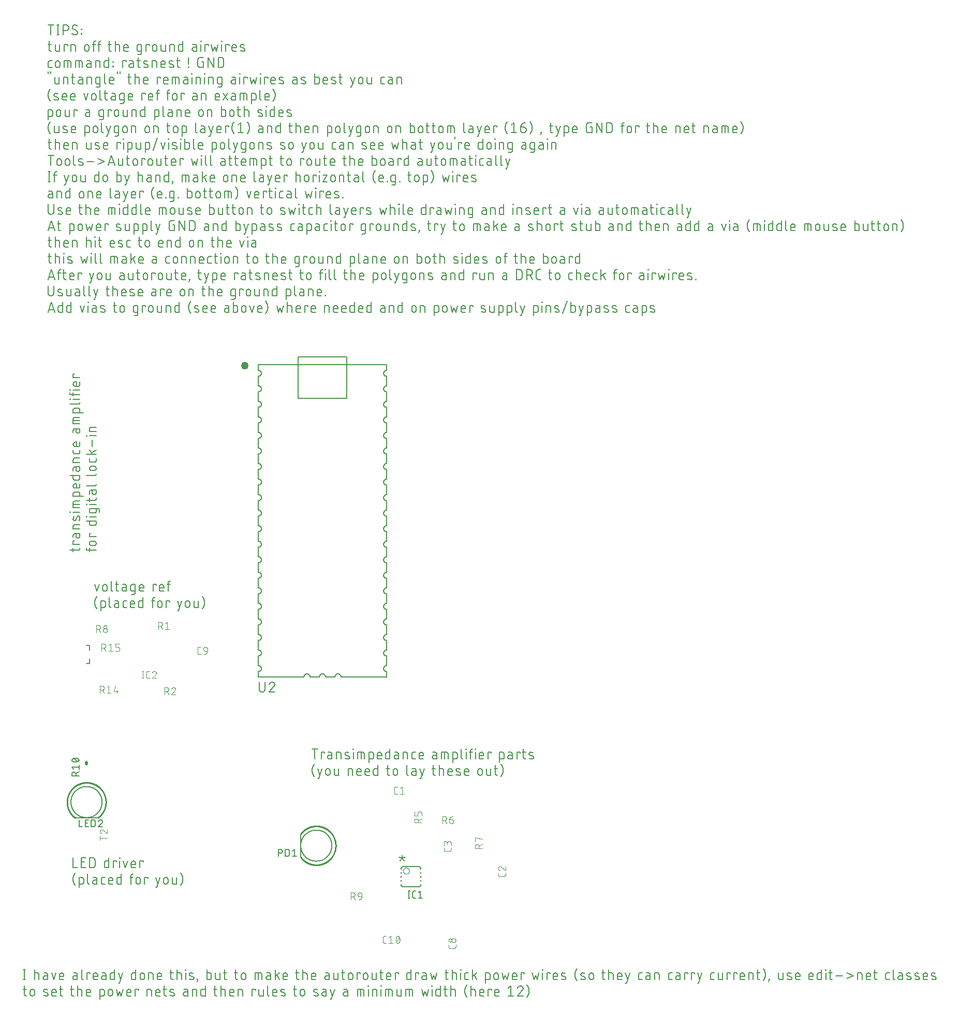
<source format=gto>
G04 EAGLE Gerber RS-274X export*
G75*
%MOMM*%
%FSLAX34Y34*%
%LPD*%
%INSilkscreen Top*%
%IPPOS*%
%AMOC8*
5,1,8,0,0,1.08239X$1,22.5*%
G01*
%ADD10C,0.152400*%
%ADD11C,0.101600*%
%ADD12C,0.050800*%
%ADD13C,0.127000*%
%ADD14C,0.203200*%
%ADD15C,0.254000*%
%ADD16C,0.508000*%
%ADD17C,1.270000*%


D10*
X21421Y640842D02*
X21421Y646261D01*
X16002Y642648D02*
X29549Y642648D01*
X29549Y642649D02*
X29650Y642651D01*
X29751Y642657D01*
X29852Y642666D01*
X29953Y642679D01*
X30053Y642696D01*
X30152Y642717D01*
X30250Y642741D01*
X30347Y642769D01*
X30444Y642801D01*
X30539Y642836D01*
X30632Y642875D01*
X30724Y642917D01*
X30815Y642963D01*
X30903Y643012D01*
X30990Y643064D01*
X31075Y643120D01*
X31158Y643178D01*
X31238Y643240D01*
X31316Y643305D01*
X31392Y643372D01*
X31465Y643442D01*
X31535Y643515D01*
X31602Y643591D01*
X31667Y643669D01*
X31729Y643749D01*
X31787Y643832D01*
X31843Y643917D01*
X31895Y644004D01*
X31944Y644092D01*
X31990Y644183D01*
X32032Y644275D01*
X32071Y644368D01*
X32106Y644463D01*
X32138Y644560D01*
X32166Y644657D01*
X32190Y644755D01*
X32211Y644854D01*
X32228Y644954D01*
X32241Y645055D01*
X32250Y645156D01*
X32256Y645257D01*
X32258Y645358D01*
X32258Y646261D01*
X32258Y652645D02*
X21421Y652645D01*
X21421Y658064D01*
X23227Y658064D01*
X25936Y666068D02*
X25936Y670132D01*
X25936Y666068D02*
X25938Y665956D01*
X25944Y665845D01*
X25954Y665734D01*
X25967Y665623D01*
X25985Y665513D01*
X26007Y665404D01*
X26032Y665295D01*
X26061Y665187D01*
X26094Y665081D01*
X26131Y664975D01*
X26171Y664871D01*
X26215Y664769D01*
X26263Y664668D01*
X26314Y664569D01*
X26369Y664471D01*
X26427Y664376D01*
X26488Y664283D01*
X26553Y664192D01*
X26621Y664103D01*
X26692Y664017D01*
X26765Y663934D01*
X26842Y663853D01*
X26922Y663774D01*
X27004Y663699D01*
X27089Y663627D01*
X27176Y663557D01*
X27266Y663491D01*
X27358Y663428D01*
X27453Y663368D01*
X27549Y663312D01*
X27647Y663259D01*
X27747Y663210D01*
X27849Y663164D01*
X27952Y663122D01*
X28057Y663083D01*
X28163Y663048D01*
X28270Y663017D01*
X28378Y662990D01*
X28487Y662966D01*
X28597Y662947D01*
X28707Y662931D01*
X28818Y662919D01*
X28930Y662911D01*
X29041Y662907D01*
X29153Y662907D01*
X29264Y662911D01*
X29376Y662919D01*
X29487Y662931D01*
X29597Y662947D01*
X29707Y662966D01*
X29816Y662990D01*
X29924Y663017D01*
X30031Y663048D01*
X30137Y663083D01*
X30242Y663122D01*
X30345Y663164D01*
X30447Y663210D01*
X30547Y663259D01*
X30645Y663312D01*
X30741Y663368D01*
X30836Y663428D01*
X30928Y663491D01*
X31018Y663557D01*
X31105Y663627D01*
X31190Y663699D01*
X31272Y663774D01*
X31352Y663853D01*
X31429Y663934D01*
X31502Y664017D01*
X31573Y664103D01*
X31641Y664192D01*
X31706Y664283D01*
X31767Y664376D01*
X31825Y664471D01*
X31880Y664569D01*
X31931Y664668D01*
X31979Y664769D01*
X32023Y664871D01*
X32063Y664975D01*
X32100Y665081D01*
X32133Y665187D01*
X32162Y665295D01*
X32187Y665404D01*
X32209Y665513D01*
X32227Y665623D01*
X32240Y665734D01*
X32250Y665845D01*
X32256Y665956D01*
X32258Y666068D01*
X32258Y670132D01*
X24130Y670132D01*
X24029Y670130D01*
X23928Y670124D01*
X23827Y670115D01*
X23726Y670102D01*
X23626Y670085D01*
X23527Y670064D01*
X23429Y670040D01*
X23332Y670012D01*
X23235Y669980D01*
X23140Y669945D01*
X23047Y669906D01*
X22955Y669864D01*
X22864Y669818D01*
X22776Y669769D01*
X22689Y669717D01*
X22604Y669661D01*
X22521Y669603D01*
X22441Y669541D01*
X22363Y669476D01*
X22287Y669409D01*
X22214Y669339D01*
X22144Y669266D01*
X22077Y669190D01*
X22012Y669112D01*
X21950Y669032D01*
X21892Y668949D01*
X21836Y668864D01*
X21784Y668778D01*
X21735Y668689D01*
X21689Y668598D01*
X21647Y668506D01*
X21608Y668413D01*
X21573Y668318D01*
X21541Y668221D01*
X21513Y668124D01*
X21489Y668026D01*
X21468Y667927D01*
X21451Y667827D01*
X21438Y667726D01*
X21429Y667625D01*
X21423Y667524D01*
X21421Y667423D01*
X21421Y663811D01*
X21421Y677570D02*
X32258Y677570D01*
X21421Y677570D02*
X21421Y682086D01*
X21423Y682190D01*
X21429Y682293D01*
X21439Y682397D01*
X21453Y682500D01*
X21471Y682602D01*
X21492Y682703D01*
X21518Y682804D01*
X21547Y682903D01*
X21580Y683002D01*
X21617Y683099D01*
X21658Y683194D01*
X21702Y683288D01*
X21750Y683380D01*
X21801Y683470D01*
X21856Y683559D01*
X21914Y683645D01*
X21976Y683728D01*
X22040Y683810D01*
X22108Y683888D01*
X22178Y683964D01*
X22251Y684038D01*
X22328Y684108D01*
X22406Y684176D01*
X22488Y684240D01*
X22571Y684302D01*
X22657Y684360D01*
X22746Y684415D01*
X22836Y684466D01*
X22928Y684514D01*
X23022Y684558D01*
X23117Y684599D01*
X23214Y684636D01*
X23313Y684669D01*
X23412Y684698D01*
X23513Y684724D01*
X23614Y684745D01*
X23716Y684763D01*
X23819Y684777D01*
X23923Y684787D01*
X24026Y684793D01*
X24130Y684795D01*
X32258Y684795D01*
X25936Y692993D02*
X27742Y697508D01*
X25936Y692992D02*
X25899Y692904D01*
X25858Y692818D01*
X25814Y692733D01*
X25766Y692650D01*
X25715Y692570D01*
X25661Y692491D01*
X25603Y692415D01*
X25543Y692341D01*
X25479Y692269D01*
X25413Y692201D01*
X25343Y692135D01*
X25272Y692072D01*
X25197Y692011D01*
X25121Y691954D01*
X25042Y691901D01*
X24961Y691850D01*
X24878Y691803D01*
X24793Y691759D01*
X24706Y691719D01*
X24618Y691682D01*
X24528Y691649D01*
X24437Y691619D01*
X24345Y691594D01*
X24252Y691572D01*
X24158Y691554D01*
X24064Y691539D01*
X23969Y691529D01*
X23873Y691523D01*
X23778Y691520D01*
X23682Y691521D01*
X23587Y691527D01*
X23491Y691536D01*
X23397Y691549D01*
X23303Y691565D01*
X23209Y691586D01*
X23117Y691611D01*
X23026Y691639D01*
X22936Y691671D01*
X22847Y691706D01*
X22760Y691745D01*
X22674Y691788D01*
X22590Y691834D01*
X22509Y691884D01*
X22429Y691936D01*
X22351Y691992D01*
X22276Y692052D01*
X22204Y692114D01*
X22134Y692179D01*
X22066Y692247D01*
X22002Y692317D01*
X21940Y692390D01*
X21882Y692466D01*
X21826Y692544D01*
X21774Y692624D01*
X21725Y692706D01*
X21680Y692790D01*
X21638Y692876D01*
X21599Y692963D01*
X21564Y693052D01*
X21533Y693143D01*
X21506Y693234D01*
X21482Y693327D01*
X21462Y693420D01*
X21446Y693514D01*
X21434Y693609D01*
X21425Y693704D01*
X21421Y693800D01*
X21420Y693895D01*
X21427Y694142D01*
X21439Y694388D01*
X21457Y694634D01*
X21482Y694880D01*
X21512Y695124D01*
X21548Y695368D01*
X21590Y695611D01*
X21637Y695853D01*
X21691Y696094D01*
X21750Y696333D01*
X21815Y696571D01*
X21886Y696808D01*
X21962Y697042D01*
X22044Y697275D01*
X22132Y697505D01*
X22225Y697733D01*
X22323Y697960D01*
X27743Y697509D02*
X27780Y697597D01*
X27821Y697683D01*
X27865Y697768D01*
X27913Y697851D01*
X27964Y697931D01*
X28018Y698010D01*
X28076Y698086D01*
X28136Y698160D01*
X28200Y698232D01*
X28266Y698300D01*
X28336Y698366D01*
X28407Y698429D01*
X28482Y698490D01*
X28558Y698547D01*
X28637Y698600D01*
X28718Y698651D01*
X28801Y698698D01*
X28886Y698742D01*
X28973Y698782D01*
X29061Y698819D01*
X29151Y698852D01*
X29242Y698882D01*
X29334Y698907D01*
X29427Y698929D01*
X29521Y698947D01*
X29615Y698962D01*
X29710Y698972D01*
X29806Y698978D01*
X29901Y698981D01*
X29997Y698980D01*
X30092Y698974D01*
X30188Y698965D01*
X30282Y698952D01*
X30376Y698936D01*
X30470Y698915D01*
X30562Y698890D01*
X30653Y698862D01*
X30743Y698830D01*
X30832Y698795D01*
X30919Y698756D01*
X31005Y698713D01*
X31089Y698667D01*
X31170Y698617D01*
X31250Y698565D01*
X31328Y698509D01*
X31403Y698449D01*
X31475Y698387D01*
X31545Y698322D01*
X31613Y698254D01*
X31677Y698184D01*
X31739Y698111D01*
X31797Y698035D01*
X31853Y697957D01*
X31905Y697877D01*
X31954Y697795D01*
X31999Y697711D01*
X32041Y697625D01*
X32080Y697538D01*
X32115Y697449D01*
X32146Y697358D01*
X32173Y697267D01*
X32197Y697174D01*
X32217Y697081D01*
X32233Y696987D01*
X32245Y696892D01*
X32254Y696797D01*
X32258Y696701D01*
X32259Y696606D01*
X32258Y696605D02*
X32249Y696243D01*
X32231Y695881D01*
X32204Y695520D01*
X32169Y695160D01*
X32126Y694800D01*
X32074Y694441D01*
X32013Y694084D01*
X31944Y693729D01*
X31867Y693375D01*
X31781Y693023D01*
X31687Y692673D01*
X31584Y692325D01*
X31474Y691980D01*
X31355Y691638D01*
X32258Y705150D02*
X21421Y705150D01*
X16905Y704699D02*
X16002Y704699D01*
X16002Y705602D01*
X16905Y705602D01*
X16905Y704699D01*
X21421Y712237D02*
X32258Y712237D01*
X21421Y712237D02*
X21421Y720365D01*
X21423Y720466D01*
X21429Y720567D01*
X21438Y720668D01*
X21451Y720769D01*
X21468Y720869D01*
X21489Y720968D01*
X21513Y721066D01*
X21541Y721163D01*
X21573Y721260D01*
X21608Y721355D01*
X21647Y721448D01*
X21689Y721540D01*
X21735Y721631D01*
X21784Y721720D01*
X21836Y721806D01*
X21892Y721891D01*
X21950Y721974D01*
X22012Y722054D01*
X22077Y722132D01*
X22144Y722208D01*
X22214Y722281D01*
X22287Y722351D01*
X22363Y722418D01*
X22441Y722483D01*
X22521Y722545D01*
X22604Y722603D01*
X22689Y722659D01*
X22776Y722711D01*
X22864Y722760D01*
X22955Y722806D01*
X23047Y722848D01*
X23140Y722887D01*
X23235Y722922D01*
X23332Y722954D01*
X23429Y722982D01*
X23527Y723006D01*
X23626Y723027D01*
X23726Y723044D01*
X23827Y723057D01*
X23928Y723066D01*
X24029Y723072D01*
X24130Y723074D01*
X32258Y723074D01*
X32258Y717655D02*
X21421Y717655D01*
X21421Y730789D02*
X37677Y730789D01*
X21421Y730789D02*
X21421Y735305D01*
X21423Y735409D01*
X21429Y735512D01*
X21439Y735616D01*
X21453Y735719D01*
X21471Y735821D01*
X21492Y735922D01*
X21518Y736023D01*
X21547Y736122D01*
X21580Y736221D01*
X21617Y736318D01*
X21658Y736413D01*
X21702Y736507D01*
X21750Y736599D01*
X21801Y736689D01*
X21856Y736778D01*
X21914Y736864D01*
X21976Y736947D01*
X22040Y737029D01*
X22108Y737107D01*
X22178Y737183D01*
X22251Y737257D01*
X22328Y737327D01*
X22406Y737395D01*
X22488Y737459D01*
X22571Y737521D01*
X22657Y737579D01*
X22746Y737634D01*
X22836Y737685D01*
X22928Y737733D01*
X23022Y737777D01*
X23117Y737818D01*
X23214Y737855D01*
X23313Y737888D01*
X23412Y737917D01*
X23513Y737943D01*
X23614Y737964D01*
X23716Y737982D01*
X23819Y737996D01*
X23923Y738006D01*
X24026Y738012D01*
X24130Y738014D01*
X29549Y738014D01*
X29650Y738012D01*
X29751Y738006D01*
X29852Y737997D01*
X29953Y737984D01*
X30053Y737967D01*
X30152Y737946D01*
X30250Y737922D01*
X30347Y737894D01*
X30444Y737862D01*
X30539Y737827D01*
X30632Y737788D01*
X30724Y737746D01*
X30815Y737700D01*
X30904Y737651D01*
X30990Y737599D01*
X31075Y737543D01*
X31158Y737485D01*
X31238Y737423D01*
X31316Y737358D01*
X31392Y737291D01*
X31465Y737221D01*
X31535Y737148D01*
X31602Y737072D01*
X31667Y736994D01*
X31729Y736914D01*
X31787Y736831D01*
X31843Y736746D01*
X31895Y736660D01*
X31944Y736571D01*
X31990Y736480D01*
X32032Y736388D01*
X32071Y736295D01*
X32106Y736200D01*
X32138Y736103D01*
X32166Y736006D01*
X32190Y735908D01*
X32211Y735809D01*
X32228Y735709D01*
X32241Y735608D01*
X32250Y735507D01*
X32256Y735406D01*
X32258Y735305D01*
X32258Y730789D01*
X32258Y746973D02*
X32258Y751488D01*
X32258Y746973D02*
X32256Y746872D01*
X32250Y746771D01*
X32241Y746670D01*
X32228Y746569D01*
X32211Y746469D01*
X32190Y746370D01*
X32166Y746272D01*
X32138Y746175D01*
X32106Y746078D01*
X32071Y745983D01*
X32032Y745890D01*
X31990Y745798D01*
X31944Y745707D01*
X31895Y745619D01*
X31843Y745532D01*
X31787Y745447D01*
X31729Y745364D01*
X31667Y745284D01*
X31602Y745206D01*
X31535Y745130D01*
X31465Y745057D01*
X31392Y744987D01*
X31316Y744920D01*
X31238Y744855D01*
X31158Y744793D01*
X31075Y744735D01*
X30990Y744679D01*
X30903Y744627D01*
X30815Y744578D01*
X30724Y744532D01*
X30632Y744490D01*
X30539Y744451D01*
X30444Y744416D01*
X30347Y744384D01*
X30250Y744356D01*
X30152Y744332D01*
X30053Y744311D01*
X29953Y744294D01*
X29852Y744281D01*
X29751Y744272D01*
X29650Y744266D01*
X29549Y744264D01*
X29549Y744263D02*
X25033Y744263D01*
X25033Y744264D02*
X24914Y744266D01*
X24794Y744272D01*
X24675Y744282D01*
X24557Y744296D01*
X24438Y744313D01*
X24321Y744335D01*
X24204Y744360D01*
X24089Y744390D01*
X23974Y744423D01*
X23860Y744460D01*
X23748Y744500D01*
X23637Y744545D01*
X23528Y744593D01*
X23420Y744644D01*
X23314Y744699D01*
X23210Y744758D01*
X23108Y744820D01*
X23008Y744885D01*
X22910Y744954D01*
X22814Y745026D01*
X22721Y745101D01*
X22631Y745178D01*
X22543Y745259D01*
X22458Y745343D01*
X22376Y745430D01*
X22296Y745519D01*
X22220Y745611D01*
X22146Y745705D01*
X22076Y745802D01*
X22009Y745900D01*
X21945Y746001D01*
X21885Y746105D01*
X21828Y746210D01*
X21775Y746317D01*
X21725Y746425D01*
X21679Y746535D01*
X21637Y746647D01*
X21598Y746760D01*
X21563Y746874D01*
X21532Y746989D01*
X21504Y747106D01*
X21481Y747223D01*
X21461Y747340D01*
X21445Y747459D01*
X21433Y747578D01*
X21425Y747697D01*
X21421Y747816D01*
X21421Y747936D01*
X21425Y748055D01*
X21433Y748174D01*
X21445Y748293D01*
X21461Y748412D01*
X21481Y748529D01*
X21504Y748646D01*
X21532Y748763D01*
X21563Y748878D01*
X21598Y748992D01*
X21637Y749105D01*
X21679Y749217D01*
X21725Y749327D01*
X21775Y749435D01*
X21828Y749542D01*
X21885Y749647D01*
X21945Y749751D01*
X22009Y749852D01*
X22076Y749950D01*
X22146Y750047D01*
X22220Y750141D01*
X22296Y750233D01*
X22376Y750322D01*
X22458Y750409D01*
X22543Y750493D01*
X22631Y750574D01*
X22721Y750651D01*
X22814Y750726D01*
X22910Y750798D01*
X23008Y750867D01*
X23108Y750932D01*
X23210Y750994D01*
X23314Y751053D01*
X23420Y751108D01*
X23528Y751159D01*
X23637Y751207D01*
X23748Y751252D01*
X23860Y751292D01*
X23974Y751329D01*
X24089Y751362D01*
X24204Y751392D01*
X24321Y751417D01*
X24438Y751439D01*
X24557Y751456D01*
X24675Y751470D01*
X24794Y751480D01*
X24914Y751486D01*
X25033Y751488D01*
X26839Y751488D01*
X26839Y744263D01*
X32258Y764962D02*
X16002Y764962D01*
X32258Y764962D02*
X32258Y760446D01*
X32256Y760345D01*
X32250Y760244D01*
X32241Y760143D01*
X32228Y760042D01*
X32211Y759942D01*
X32190Y759843D01*
X32166Y759745D01*
X32138Y759648D01*
X32106Y759551D01*
X32071Y759456D01*
X32032Y759363D01*
X31990Y759271D01*
X31944Y759180D01*
X31895Y759092D01*
X31843Y759005D01*
X31787Y758920D01*
X31729Y758837D01*
X31667Y758757D01*
X31602Y758679D01*
X31535Y758603D01*
X31465Y758530D01*
X31392Y758460D01*
X31316Y758393D01*
X31238Y758328D01*
X31158Y758266D01*
X31075Y758208D01*
X30990Y758152D01*
X30903Y758100D01*
X30815Y758051D01*
X30724Y758005D01*
X30632Y757963D01*
X30539Y757924D01*
X30444Y757889D01*
X30347Y757857D01*
X30250Y757829D01*
X30152Y757805D01*
X30053Y757784D01*
X29953Y757767D01*
X29852Y757754D01*
X29751Y757745D01*
X29650Y757739D01*
X29549Y757737D01*
X24130Y757737D01*
X24029Y757739D01*
X23928Y757745D01*
X23827Y757754D01*
X23726Y757767D01*
X23626Y757784D01*
X23527Y757805D01*
X23429Y757829D01*
X23332Y757857D01*
X23235Y757889D01*
X23140Y757924D01*
X23047Y757963D01*
X22955Y758005D01*
X22864Y758051D01*
X22776Y758100D01*
X22689Y758152D01*
X22604Y758208D01*
X22521Y758266D01*
X22441Y758328D01*
X22363Y758393D01*
X22287Y758460D01*
X22214Y758530D01*
X22144Y758603D01*
X22077Y758679D01*
X22012Y758757D01*
X21950Y758837D01*
X21892Y758920D01*
X21836Y759005D01*
X21784Y759092D01*
X21735Y759180D01*
X21689Y759271D01*
X21647Y759363D01*
X21608Y759456D01*
X21573Y759551D01*
X21541Y759648D01*
X21513Y759745D01*
X21489Y759843D01*
X21468Y759942D01*
X21451Y760042D01*
X21438Y760143D01*
X21429Y760244D01*
X21423Y760345D01*
X21421Y760446D01*
X21421Y764962D01*
X25936Y774966D02*
X25936Y779030D01*
X25936Y774966D02*
X25938Y774854D01*
X25944Y774743D01*
X25954Y774632D01*
X25967Y774521D01*
X25985Y774411D01*
X26007Y774302D01*
X26032Y774193D01*
X26061Y774085D01*
X26094Y773979D01*
X26131Y773873D01*
X26171Y773769D01*
X26215Y773667D01*
X26263Y773566D01*
X26314Y773467D01*
X26369Y773369D01*
X26427Y773274D01*
X26488Y773181D01*
X26553Y773090D01*
X26621Y773001D01*
X26692Y772915D01*
X26765Y772832D01*
X26842Y772751D01*
X26922Y772672D01*
X27004Y772597D01*
X27089Y772525D01*
X27176Y772455D01*
X27266Y772389D01*
X27358Y772326D01*
X27453Y772266D01*
X27549Y772210D01*
X27647Y772157D01*
X27747Y772108D01*
X27849Y772062D01*
X27952Y772020D01*
X28057Y771981D01*
X28163Y771946D01*
X28270Y771915D01*
X28378Y771888D01*
X28487Y771864D01*
X28597Y771845D01*
X28707Y771829D01*
X28818Y771817D01*
X28930Y771809D01*
X29041Y771805D01*
X29153Y771805D01*
X29264Y771809D01*
X29376Y771817D01*
X29487Y771829D01*
X29597Y771845D01*
X29707Y771864D01*
X29816Y771888D01*
X29924Y771915D01*
X30031Y771946D01*
X30137Y771981D01*
X30242Y772020D01*
X30345Y772062D01*
X30447Y772108D01*
X30547Y772157D01*
X30645Y772210D01*
X30741Y772266D01*
X30836Y772326D01*
X30928Y772389D01*
X31018Y772455D01*
X31105Y772525D01*
X31190Y772597D01*
X31272Y772672D01*
X31352Y772751D01*
X31429Y772832D01*
X31502Y772915D01*
X31573Y773001D01*
X31641Y773090D01*
X31706Y773181D01*
X31767Y773274D01*
X31825Y773369D01*
X31880Y773467D01*
X31931Y773566D01*
X31979Y773667D01*
X32023Y773769D01*
X32063Y773873D01*
X32100Y773979D01*
X32133Y774085D01*
X32162Y774193D01*
X32187Y774302D01*
X32209Y774411D01*
X32227Y774521D01*
X32240Y774632D01*
X32250Y774743D01*
X32256Y774854D01*
X32258Y774966D01*
X32258Y779030D01*
X24130Y779030D01*
X24029Y779028D01*
X23928Y779022D01*
X23827Y779013D01*
X23726Y779000D01*
X23626Y778983D01*
X23527Y778962D01*
X23429Y778938D01*
X23332Y778910D01*
X23235Y778878D01*
X23140Y778843D01*
X23047Y778804D01*
X22955Y778762D01*
X22864Y778716D01*
X22776Y778667D01*
X22689Y778615D01*
X22604Y778559D01*
X22521Y778501D01*
X22441Y778439D01*
X22363Y778374D01*
X22287Y778307D01*
X22214Y778237D01*
X22144Y778164D01*
X22077Y778088D01*
X22012Y778010D01*
X21950Y777930D01*
X21892Y777847D01*
X21836Y777762D01*
X21784Y777676D01*
X21735Y777587D01*
X21689Y777496D01*
X21647Y777404D01*
X21608Y777311D01*
X21573Y777216D01*
X21541Y777119D01*
X21513Y777022D01*
X21489Y776924D01*
X21468Y776825D01*
X21451Y776725D01*
X21438Y776624D01*
X21429Y776523D01*
X21423Y776422D01*
X21421Y776321D01*
X21421Y772708D01*
X21421Y786468D02*
X32258Y786468D01*
X21421Y786468D02*
X21421Y790983D01*
X21423Y791087D01*
X21429Y791190D01*
X21439Y791294D01*
X21453Y791397D01*
X21471Y791499D01*
X21492Y791600D01*
X21518Y791701D01*
X21547Y791800D01*
X21580Y791899D01*
X21617Y791996D01*
X21658Y792091D01*
X21702Y792185D01*
X21750Y792277D01*
X21801Y792367D01*
X21856Y792456D01*
X21914Y792542D01*
X21976Y792625D01*
X22040Y792707D01*
X22108Y792785D01*
X22178Y792861D01*
X22251Y792935D01*
X22328Y793005D01*
X22406Y793073D01*
X22488Y793137D01*
X22571Y793199D01*
X22657Y793257D01*
X22746Y793312D01*
X22836Y793363D01*
X22928Y793411D01*
X23022Y793455D01*
X23117Y793496D01*
X23214Y793533D01*
X23313Y793566D01*
X23412Y793595D01*
X23513Y793621D01*
X23614Y793642D01*
X23716Y793660D01*
X23819Y793674D01*
X23923Y793684D01*
X24026Y793690D01*
X24130Y793692D01*
X32258Y793692D01*
X32258Y803263D02*
X32258Y806875D01*
X32258Y803263D02*
X32256Y803162D01*
X32250Y803061D01*
X32241Y802960D01*
X32228Y802859D01*
X32211Y802759D01*
X32190Y802660D01*
X32166Y802562D01*
X32138Y802465D01*
X32106Y802368D01*
X32071Y802273D01*
X32032Y802180D01*
X31990Y802088D01*
X31944Y801997D01*
X31895Y801909D01*
X31843Y801822D01*
X31787Y801737D01*
X31729Y801654D01*
X31667Y801574D01*
X31602Y801496D01*
X31535Y801420D01*
X31465Y801347D01*
X31392Y801277D01*
X31316Y801210D01*
X31238Y801145D01*
X31158Y801083D01*
X31075Y801025D01*
X30990Y800969D01*
X30903Y800917D01*
X30815Y800868D01*
X30724Y800822D01*
X30632Y800780D01*
X30539Y800741D01*
X30444Y800706D01*
X30347Y800674D01*
X30250Y800646D01*
X30152Y800622D01*
X30053Y800601D01*
X29953Y800584D01*
X29852Y800571D01*
X29751Y800562D01*
X29650Y800556D01*
X29549Y800554D01*
X29549Y800553D02*
X24130Y800553D01*
X24130Y800554D02*
X24029Y800556D01*
X23928Y800562D01*
X23827Y800571D01*
X23726Y800584D01*
X23626Y800601D01*
X23527Y800622D01*
X23429Y800646D01*
X23332Y800674D01*
X23235Y800706D01*
X23140Y800741D01*
X23047Y800780D01*
X22955Y800822D01*
X22864Y800868D01*
X22776Y800917D01*
X22689Y800969D01*
X22604Y801025D01*
X22521Y801083D01*
X22441Y801145D01*
X22363Y801210D01*
X22287Y801277D01*
X22214Y801347D01*
X22144Y801420D01*
X22077Y801496D01*
X22012Y801574D01*
X21950Y801654D01*
X21892Y801737D01*
X21836Y801822D01*
X21784Y801909D01*
X21735Y801997D01*
X21689Y802088D01*
X21647Y802180D01*
X21608Y802273D01*
X21573Y802368D01*
X21541Y802465D01*
X21513Y802562D01*
X21489Y802660D01*
X21468Y802759D01*
X21451Y802859D01*
X21438Y802960D01*
X21429Y803061D01*
X21423Y803162D01*
X21421Y803263D01*
X21421Y806875D01*
X32258Y815229D02*
X32258Y819744D01*
X32258Y815229D02*
X32256Y815128D01*
X32250Y815027D01*
X32241Y814926D01*
X32228Y814825D01*
X32211Y814725D01*
X32190Y814626D01*
X32166Y814528D01*
X32138Y814431D01*
X32106Y814334D01*
X32071Y814239D01*
X32032Y814146D01*
X31990Y814054D01*
X31944Y813963D01*
X31895Y813875D01*
X31843Y813788D01*
X31787Y813703D01*
X31729Y813620D01*
X31667Y813540D01*
X31602Y813462D01*
X31535Y813386D01*
X31465Y813313D01*
X31392Y813243D01*
X31316Y813176D01*
X31238Y813111D01*
X31158Y813049D01*
X31075Y812991D01*
X30990Y812935D01*
X30903Y812883D01*
X30815Y812834D01*
X30724Y812788D01*
X30632Y812746D01*
X30539Y812707D01*
X30444Y812672D01*
X30347Y812640D01*
X30250Y812612D01*
X30152Y812588D01*
X30053Y812567D01*
X29953Y812550D01*
X29852Y812537D01*
X29751Y812528D01*
X29650Y812522D01*
X29549Y812520D01*
X25033Y812520D01*
X24914Y812522D01*
X24794Y812528D01*
X24675Y812538D01*
X24557Y812552D01*
X24438Y812569D01*
X24321Y812591D01*
X24204Y812616D01*
X24089Y812646D01*
X23974Y812679D01*
X23860Y812716D01*
X23748Y812756D01*
X23637Y812801D01*
X23528Y812849D01*
X23420Y812900D01*
X23314Y812955D01*
X23210Y813014D01*
X23108Y813076D01*
X23008Y813141D01*
X22910Y813210D01*
X22814Y813282D01*
X22721Y813357D01*
X22631Y813434D01*
X22543Y813515D01*
X22458Y813599D01*
X22376Y813686D01*
X22296Y813775D01*
X22220Y813867D01*
X22146Y813961D01*
X22076Y814058D01*
X22009Y814156D01*
X21945Y814257D01*
X21885Y814361D01*
X21828Y814466D01*
X21775Y814573D01*
X21725Y814681D01*
X21679Y814791D01*
X21637Y814903D01*
X21598Y815016D01*
X21563Y815130D01*
X21532Y815245D01*
X21504Y815362D01*
X21481Y815479D01*
X21461Y815596D01*
X21445Y815715D01*
X21433Y815834D01*
X21425Y815953D01*
X21421Y816072D01*
X21421Y816192D01*
X21425Y816311D01*
X21433Y816430D01*
X21445Y816549D01*
X21461Y816668D01*
X21481Y816785D01*
X21504Y816902D01*
X21532Y817019D01*
X21563Y817134D01*
X21598Y817248D01*
X21637Y817361D01*
X21679Y817473D01*
X21725Y817583D01*
X21775Y817691D01*
X21828Y817798D01*
X21885Y817903D01*
X21945Y818007D01*
X22009Y818108D01*
X22076Y818206D01*
X22146Y818303D01*
X22220Y818397D01*
X22296Y818489D01*
X22376Y818578D01*
X22458Y818665D01*
X22543Y818749D01*
X22631Y818830D01*
X22721Y818907D01*
X22814Y818982D01*
X22910Y819054D01*
X23008Y819123D01*
X23108Y819188D01*
X23210Y819250D01*
X23314Y819309D01*
X23420Y819364D01*
X23528Y819415D01*
X23637Y819463D01*
X23748Y819508D01*
X23860Y819548D01*
X23974Y819585D01*
X24089Y819618D01*
X24204Y819648D01*
X24321Y819673D01*
X24438Y819695D01*
X24557Y819712D01*
X24675Y819726D01*
X24794Y819736D01*
X24914Y819742D01*
X25033Y819744D01*
X26839Y819744D01*
X26839Y812520D01*
X25936Y837491D02*
X25936Y841555D01*
X25936Y837491D02*
X25938Y837379D01*
X25944Y837268D01*
X25954Y837157D01*
X25967Y837046D01*
X25985Y836936D01*
X26007Y836827D01*
X26032Y836718D01*
X26061Y836610D01*
X26094Y836504D01*
X26131Y836398D01*
X26171Y836294D01*
X26215Y836192D01*
X26263Y836091D01*
X26314Y835992D01*
X26369Y835894D01*
X26427Y835799D01*
X26488Y835706D01*
X26553Y835615D01*
X26621Y835526D01*
X26692Y835440D01*
X26765Y835357D01*
X26842Y835276D01*
X26922Y835197D01*
X27004Y835122D01*
X27089Y835050D01*
X27176Y834980D01*
X27266Y834914D01*
X27358Y834851D01*
X27453Y834791D01*
X27549Y834735D01*
X27647Y834682D01*
X27747Y834633D01*
X27849Y834587D01*
X27952Y834545D01*
X28057Y834506D01*
X28163Y834471D01*
X28270Y834440D01*
X28378Y834413D01*
X28487Y834389D01*
X28597Y834370D01*
X28707Y834354D01*
X28818Y834342D01*
X28930Y834334D01*
X29041Y834330D01*
X29153Y834330D01*
X29264Y834334D01*
X29376Y834342D01*
X29487Y834354D01*
X29597Y834370D01*
X29707Y834389D01*
X29816Y834413D01*
X29924Y834440D01*
X30031Y834471D01*
X30137Y834506D01*
X30242Y834545D01*
X30345Y834587D01*
X30447Y834633D01*
X30547Y834682D01*
X30645Y834735D01*
X30741Y834791D01*
X30836Y834851D01*
X30928Y834914D01*
X31018Y834980D01*
X31105Y835050D01*
X31190Y835122D01*
X31272Y835197D01*
X31352Y835276D01*
X31429Y835357D01*
X31502Y835440D01*
X31573Y835526D01*
X31641Y835615D01*
X31706Y835706D01*
X31767Y835799D01*
X31825Y835894D01*
X31880Y835992D01*
X31931Y836091D01*
X31979Y836192D01*
X32023Y836294D01*
X32063Y836398D01*
X32100Y836504D01*
X32133Y836610D01*
X32162Y836718D01*
X32187Y836827D01*
X32209Y836936D01*
X32227Y837046D01*
X32240Y837157D01*
X32250Y837268D01*
X32256Y837379D01*
X32258Y837491D01*
X32258Y841555D01*
X24130Y841555D01*
X24029Y841553D01*
X23928Y841547D01*
X23827Y841538D01*
X23726Y841525D01*
X23626Y841508D01*
X23527Y841487D01*
X23429Y841463D01*
X23332Y841435D01*
X23235Y841403D01*
X23140Y841368D01*
X23047Y841329D01*
X22955Y841287D01*
X22864Y841241D01*
X22776Y841192D01*
X22689Y841140D01*
X22604Y841084D01*
X22521Y841026D01*
X22441Y840964D01*
X22363Y840899D01*
X22287Y840832D01*
X22214Y840762D01*
X22144Y840689D01*
X22077Y840613D01*
X22012Y840535D01*
X21950Y840455D01*
X21892Y840372D01*
X21836Y840287D01*
X21784Y840201D01*
X21735Y840112D01*
X21689Y840021D01*
X21647Y839929D01*
X21608Y839836D01*
X21573Y839741D01*
X21541Y839644D01*
X21513Y839547D01*
X21489Y839449D01*
X21468Y839350D01*
X21451Y839250D01*
X21438Y839149D01*
X21429Y839048D01*
X21423Y838947D01*
X21421Y838846D01*
X21421Y835233D01*
X21421Y849270D02*
X32258Y849270D01*
X21421Y849270D02*
X21421Y857398D01*
X21423Y857499D01*
X21429Y857600D01*
X21438Y857701D01*
X21451Y857802D01*
X21468Y857902D01*
X21489Y858001D01*
X21513Y858099D01*
X21541Y858196D01*
X21573Y858293D01*
X21608Y858388D01*
X21647Y858481D01*
X21689Y858573D01*
X21735Y858664D01*
X21784Y858753D01*
X21836Y858839D01*
X21892Y858924D01*
X21950Y859007D01*
X22012Y859087D01*
X22077Y859165D01*
X22144Y859241D01*
X22214Y859314D01*
X22287Y859384D01*
X22363Y859451D01*
X22441Y859516D01*
X22521Y859578D01*
X22604Y859636D01*
X22689Y859692D01*
X22776Y859744D01*
X22864Y859793D01*
X22955Y859839D01*
X23047Y859881D01*
X23140Y859920D01*
X23235Y859955D01*
X23332Y859987D01*
X23429Y860015D01*
X23527Y860039D01*
X23626Y860060D01*
X23726Y860077D01*
X23827Y860090D01*
X23928Y860099D01*
X24029Y860105D01*
X24130Y860107D01*
X24130Y860108D02*
X32258Y860108D01*
X32258Y854689D02*
X21421Y854689D01*
X21421Y867823D02*
X37677Y867823D01*
X21421Y867823D02*
X21421Y872339D01*
X21423Y872443D01*
X21429Y872546D01*
X21439Y872650D01*
X21453Y872753D01*
X21471Y872855D01*
X21492Y872956D01*
X21518Y873057D01*
X21547Y873156D01*
X21580Y873255D01*
X21617Y873352D01*
X21658Y873447D01*
X21702Y873541D01*
X21750Y873633D01*
X21801Y873723D01*
X21856Y873812D01*
X21914Y873898D01*
X21976Y873981D01*
X22040Y874063D01*
X22108Y874141D01*
X22178Y874217D01*
X22251Y874291D01*
X22328Y874361D01*
X22406Y874429D01*
X22488Y874493D01*
X22571Y874555D01*
X22657Y874613D01*
X22746Y874668D01*
X22836Y874719D01*
X22928Y874767D01*
X23022Y874811D01*
X23117Y874852D01*
X23214Y874889D01*
X23313Y874922D01*
X23412Y874951D01*
X23513Y874977D01*
X23614Y874998D01*
X23716Y875016D01*
X23819Y875030D01*
X23923Y875040D01*
X24026Y875046D01*
X24130Y875048D01*
X29549Y875048D01*
X29650Y875046D01*
X29751Y875040D01*
X29852Y875031D01*
X29953Y875018D01*
X30053Y875001D01*
X30152Y874980D01*
X30250Y874956D01*
X30347Y874928D01*
X30444Y874896D01*
X30539Y874861D01*
X30632Y874822D01*
X30724Y874780D01*
X30815Y874734D01*
X30904Y874685D01*
X30990Y874633D01*
X31075Y874577D01*
X31158Y874519D01*
X31238Y874457D01*
X31316Y874392D01*
X31392Y874325D01*
X31465Y874255D01*
X31535Y874182D01*
X31602Y874106D01*
X31667Y874028D01*
X31729Y873948D01*
X31787Y873865D01*
X31843Y873780D01*
X31895Y873694D01*
X31944Y873605D01*
X31990Y873514D01*
X32032Y873422D01*
X32071Y873329D01*
X32106Y873234D01*
X32138Y873137D01*
X32166Y873040D01*
X32190Y872942D01*
X32211Y872843D01*
X32228Y872743D01*
X32241Y872642D01*
X32250Y872541D01*
X32256Y872440D01*
X32258Y872339D01*
X32258Y867823D01*
X29549Y881534D02*
X16002Y881534D01*
X29549Y881534D02*
X29650Y881536D01*
X29751Y881542D01*
X29852Y881551D01*
X29953Y881564D01*
X30053Y881581D01*
X30152Y881602D01*
X30250Y881626D01*
X30347Y881654D01*
X30444Y881686D01*
X30539Y881721D01*
X30632Y881760D01*
X30724Y881802D01*
X30815Y881848D01*
X30903Y881897D01*
X30990Y881949D01*
X31075Y882005D01*
X31158Y882063D01*
X31238Y882125D01*
X31316Y882190D01*
X31392Y882257D01*
X31465Y882327D01*
X31535Y882400D01*
X31602Y882476D01*
X31667Y882554D01*
X31729Y882634D01*
X31787Y882717D01*
X31843Y882802D01*
X31895Y882889D01*
X31944Y882977D01*
X31990Y883068D01*
X32032Y883160D01*
X32071Y883253D01*
X32106Y883348D01*
X32138Y883445D01*
X32166Y883542D01*
X32190Y883640D01*
X32211Y883739D01*
X32228Y883839D01*
X32241Y883940D01*
X32250Y884041D01*
X32256Y884142D01*
X32258Y884243D01*
X32258Y889599D02*
X21421Y889599D01*
X16905Y889147D02*
X16002Y889147D01*
X16002Y890050D01*
X16905Y890050D01*
X16905Y889147D01*
X18711Y896774D02*
X32258Y896774D01*
X18711Y896774D02*
X18607Y896776D01*
X18504Y896782D01*
X18400Y896792D01*
X18297Y896806D01*
X18195Y896824D01*
X18094Y896845D01*
X17993Y896871D01*
X17894Y896900D01*
X17795Y896933D01*
X17698Y896970D01*
X17603Y897011D01*
X17509Y897055D01*
X17417Y897103D01*
X17327Y897154D01*
X17238Y897209D01*
X17152Y897267D01*
X17069Y897329D01*
X16987Y897393D01*
X16909Y897461D01*
X16833Y897531D01*
X16759Y897604D01*
X16689Y897681D01*
X16621Y897759D01*
X16557Y897841D01*
X16495Y897924D01*
X16437Y898010D01*
X16382Y898099D01*
X16331Y898189D01*
X16283Y898281D01*
X16239Y898375D01*
X16198Y898470D01*
X16161Y898567D01*
X16128Y898666D01*
X16099Y898765D01*
X16073Y898866D01*
X16052Y898967D01*
X16034Y899069D01*
X16020Y899172D01*
X16010Y899276D01*
X16004Y899379D01*
X16002Y899483D01*
X16002Y900386D01*
X21421Y900386D02*
X21421Y894968D01*
X21421Y904709D02*
X32258Y904709D01*
X16905Y904257D02*
X16002Y904257D01*
X16002Y905160D01*
X16905Y905160D01*
X16905Y904257D01*
X32258Y913706D02*
X32258Y918221D01*
X32258Y913706D02*
X32256Y913605D01*
X32250Y913504D01*
X32241Y913403D01*
X32228Y913302D01*
X32211Y913202D01*
X32190Y913103D01*
X32166Y913005D01*
X32138Y912908D01*
X32106Y912811D01*
X32071Y912716D01*
X32032Y912623D01*
X31990Y912531D01*
X31944Y912440D01*
X31895Y912352D01*
X31843Y912265D01*
X31787Y912180D01*
X31729Y912097D01*
X31667Y912017D01*
X31602Y911939D01*
X31535Y911863D01*
X31465Y911790D01*
X31392Y911720D01*
X31316Y911653D01*
X31238Y911588D01*
X31158Y911526D01*
X31075Y911468D01*
X30990Y911412D01*
X30903Y911360D01*
X30815Y911311D01*
X30724Y911265D01*
X30632Y911223D01*
X30539Y911184D01*
X30444Y911149D01*
X30347Y911117D01*
X30250Y911089D01*
X30152Y911065D01*
X30053Y911044D01*
X29953Y911027D01*
X29852Y911014D01*
X29751Y911005D01*
X29650Y910999D01*
X29549Y910997D01*
X29549Y910996D02*
X25033Y910996D01*
X25033Y910997D02*
X24914Y910999D01*
X24794Y911005D01*
X24675Y911015D01*
X24557Y911029D01*
X24438Y911046D01*
X24321Y911068D01*
X24204Y911093D01*
X24089Y911123D01*
X23974Y911156D01*
X23860Y911193D01*
X23748Y911233D01*
X23637Y911278D01*
X23528Y911326D01*
X23420Y911377D01*
X23314Y911432D01*
X23210Y911491D01*
X23108Y911553D01*
X23008Y911618D01*
X22910Y911687D01*
X22814Y911759D01*
X22721Y911834D01*
X22631Y911911D01*
X22543Y911992D01*
X22458Y912076D01*
X22376Y912163D01*
X22296Y912252D01*
X22220Y912344D01*
X22146Y912438D01*
X22076Y912535D01*
X22009Y912633D01*
X21945Y912734D01*
X21885Y912838D01*
X21828Y912943D01*
X21775Y913050D01*
X21725Y913158D01*
X21679Y913268D01*
X21637Y913380D01*
X21598Y913493D01*
X21563Y913607D01*
X21532Y913722D01*
X21504Y913839D01*
X21481Y913956D01*
X21461Y914073D01*
X21445Y914192D01*
X21433Y914311D01*
X21425Y914430D01*
X21421Y914549D01*
X21421Y914669D01*
X21425Y914788D01*
X21433Y914907D01*
X21445Y915026D01*
X21461Y915145D01*
X21481Y915262D01*
X21504Y915379D01*
X21532Y915496D01*
X21563Y915611D01*
X21598Y915725D01*
X21637Y915838D01*
X21679Y915950D01*
X21725Y916060D01*
X21775Y916168D01*
X21828Y916275D01*
X21885Y916380D01*
X21945Y916484D01*
X22009Y916585D01*
X22076Y916683D01*
X22146Y916780D01*
X22220Y916874D01*
X22296Y916966D01*
X22376Y917055D01*
X22458Y917142D01*
X22543Y917226D01*
X22631Y917307D01*
X22721Y917384D01*
X22814Y917459D01*
X22910Y917531D01*
X23008Y917600D01*
X23108Y917665D01*
X23210Y917727D01*
X23314Y917786D01*
X23420Y917841D01*
X23528Y917892D01*
X23637Y917940D01*
X23748Y917985D01*
X23860Y918025D01*
X23974Y918062D01*
X24089Y918095D01*
X24204Y918125D01*
X24321Y918150D01*
X24438Y918172D01*
X24557Y918189D01*
X24675Y918203D01*
X24794Y918213D01*
X24914Y918219D01*
X25033Y918221D01*
X26839Y918221D01*
X26839Y910996D01*
X32258Y925149D02*
X21421Y925149D01*
X21421Y930568D01*
X23227Y930568D01*
X45381Y642648D02*
X58928Y642648D01*
X45381Y642649D02*
X45277Y642651D01*
X45174Y642657D01*
X45070Y642667D01*
X44967Y642681D01*
X44865Y642699D01*
X44764Y642720D01*
X44663Y642746D01*
X44564Y642775D01*
X44465Y642808D01*
X44368Y642845D01*
X44273Y642886D01*
X44179Y642930D01*
X44087Y642978D01*
X43997Y643029D01*
X43908Y643084D01*
X43822Y643142D01*
X43739Y643204D01*
X43657Y643268D01*
X43579Y643336D01*
X43503Y643406D01*
X43429Y643479D01*
X43359Y643556D01*
X43291Y643634D01*
X43227Y643716D01*
X43165Y643799D01*
X43107Y643885D01*
X43052Y643974D01*
X43001Y644064D01*
X42953Y644156D01*
X42909Y644250D01*
X42868Y644345D01*
X42831Y644442D01*
X42798Y644541D01*
X42769Y644640D01*
X42743Y644741D01*
X42722Y644842D01*
X42704Y644944D01*
X42690Y645047D01*
X42680Y645151D01*
X42674Y645254D01*
X42672Y645358D01*
X42672Y646261D01*
X48091Y646261D02*
X48091Y640842D01*
X51703Y650618D02*
X55316Y650618D01*
X51703Y650619D02*
X51584Y650621D01*
X51464Y650627D01*
X51345Y650637D01*
X51227Y650651D01*
X51108Y650668D01*
X50991Y650690D01*
X50874Y650715D01*
X50759Y650745D01*
X50644Y650778D01*
X50530Y650815D01*
X50418Y650855D01*
X50307Y650900D01*
X50198Y650948D01*
X50090Y650999D01*
X49984Y651054D01*
X49880Y651113D01*
X49778Y651175D01*
X49678Y651240D01*
X49580Y651309D01*
X49484Y651381D01*
X49391Y651456D01*
X49301Y651533D01*
X49213Y651614D01*
X49128Y651698D01*
X49046Y651785D01*
X48966Y651874D01*
X48890Y651966D01*
X48816Y652060D01*
X48746Y652157D01*
X48679Y652255D01*
X48615Y652356D01*
X48555Y652460D01*
X48498Y652565D01*
X48445Y652672D01*
X48395Y652780D01*
X48349Y652890D01*
X48307Y653002D01*
X48268Y653115D01*
X48233Y653229D01*
X48202Y653344D01*
X48174Y653461D01*
X48151Y653578D01*
X48131Y653695D01*
X48115Y653814D01*
X48103Y653933D01*
X48095Y654052D01*
X48091Y654171D01*
X48091Y654291D01*
X48095Y654410D01*
X48103Y654529D01*
X48115Y654648D01*
X48131Y654767D01*
X48151Y654884D01*
X48174Y655001D01*
X48202Y655118D01*
X48233Y655233D01*
X48268Y655347D01*
X48307Y655460D01*
X48349Y655572D01*
X48395Y655682D01*
X48445Y655790D01*
X48498Y655897D01*
X48555Y656002D01*
X48615Y656106D01*
X48679Y656207D01*
X48746Y656305D01*
X48816Y656402D01*
X48890Y656496D01*
X48966Y656588D01*
X49046Y656677D01*
X49128Y656764D01*
X49213Y656848D01*
X49301Y656929D01*
X49391Y657006D01*
X49484Y657081D01*
X49580Y657153D01*
X49678Y657222D01*
X49778Y657287D01*
X49880Y657349D01*
X49984Y657408D01*
X50090Y657463D01*
X50198Y657514D01*
X50307Y657562D01*
X50418Y657607D01*
X50530Y657647D01*
X50644Y657684D01*
X50759Y657717D01*
X50874Y657747D01*
X50991Y657772D01*
X51108Y657794D01*
X51227Y657811D01*
X51345Y657825D01*
X51464Y657835D01*
X51584Y657841D01*
X51703Y657843D01*
X55316Y657843D01*
X55435Y657841D01*
X55555Y657835D01*
X55674Y657825D01*
X55792Y657811D01*
X55911Y657794D01*
X56028Y657772D01*
X56145Y657747D01*
X56260Y657717D01*
X56375Y657684D01*
X56489Y657647D01*
X56601Y657607D01*
X56712Y657562D01*
X56821Y657514D01*
X56929Y657463D01*
X57035Y657408D01*
X57139Y657349D01*
X57241Y657287D01*
X57341Y657222D01*
X57439Y657153D01*
X57535Y657081D01*
X57628Y657006D01*
X57718Y656929D01*
X57806Y656848D01*
X57891Y656764D01*
X57973Y656677D01*
X58053Y656588D01*
X58129Y656496D01*
X58203Y656402D01*
X58273Y656305D01*
X58340Y656207D01*
X58404Y656106D01*
X58464Y656002D01*
X58521Y655897D01*
X58574Y655790D01*
X58624Y655682D01*
X58670Y655572D01*
X58712Y655460D01*
X58751Y655347D01*
X58786Y655233D01*
X58817Y655118D01*
X58845Y655001D01*
X58868Y654884D01*
X58888Y654767D01*
X58904Y654648D01*
X58916Y654529D01*
X58924Y654410D01*
X58928Y654291D01*
X58928Y654171D01*
X58924Y654052D01*
X58916Y653933D01*
X58904Y653814D01*
X58888Y653695D01*
X58868Y653578D01*
X58845Y653461D01*
X58817Y653344D01*
X58786Y653229D01*
X58751Y653115D01*
X58712Y653002D01*
X58670Y652890D01*
X58624Y652780D01*
X58574Y652672D01*
X58521Y652565D01*
X58464Y652460D01*
X58404Y652356D01*
X58340Y652255D01*
X58273Y652157D01*
X58203Y652060D01*
X58129Y651966D01*
X58053Y651874D01*
X57973Y651785D01*
X57891Y651698D01*
X57806Y651614D01*
X57718Y651533D01*
X57628Y651456D01*
X57535Y651381D01*
X57439Y651309D01*
X57341Y651240D01*
X57241Y651175D01*
X57139Y651113D01*
X57035Y651054D01*
X56929Y650999D01*
X56821Y650948D01*
X56712Y650900D01*
X56601Y650855D01*
X56489Y650815D01*
X56375Y650778D01*
X56260Y650745D01*
X56145Y650715D01*
X56028Y650690D01*
X55911Y650668D01*
X55792Y650651D01*
X55674Y650637D01*
X55555Y650627D01*
X55435Y650621D01*
X55316Y650619D01*
X58928Y664771D02*
X48091Y664771D01*
X48091Y670190D01*
X49897Y670190D01*
X42672Y690595D02*
X58928Y690595D01*
X58928Y686080D01*
X58926Y685979D01*
X58920Y685878D01*
X58911Y685777D01*
X58898Y685676D01*
X58881Y685576D01*
X58860Y685477D01*
X58836Y685379D01*
X58808Y685282D01*
X58776Y685185D01*
X58741Y685090D01*
X58702Y684997D01*
X58660Y684905D01*
X58614Y684814D01*
X58565Y684726D01*
X58513Y684639D01*
X58457Y684554D01*
X58399Y684471D01*
X58337Y684391D01*
X58272Y684313D01*
X58205Y684237D01*
X58135Y684164D01*
X58062Y684094D01*
X57986Y684027D01*
X57908Y683962D01*
X57828Y683900D01*
X57745Y683842D01*
X57660Y683786D01*
X57573Y683734D01*
X57485Y683685D01*
X57394Y683639D01*
X57302Y683597D01*
X57209Y683558D01*
X57114Y683523D01*
X57017Y683491D01*
X56920Y683463D01*
X56822Y683439D01*
X56723Y683418D01*
X56623Y683401D01*
X56522Y683388D01*
X56421Y683379D01*
X56320Y683373D01*
X56219Y683371D01*
X56219Y683370D02*
X50800Y683370D01*
X50800Y683371D02*
X50699Y683373D01*
X50598Y683379D01*
X50497Y683388D01*
X50396Y683401D01*
X50296Y683418D01*
X50197Y683439D01*
X50099Y683463D01*
X50002Y683491D01*
X49905Y683523D01*
X49810Y683558D01*
X49717Y683597D01*
X49625Y683639D01*
X49534Y683685D01*
X49446Y683734D01*
X49359Y683786D01*
X49274Y683842D01*
X49191Y683900D01*
X49111Y683962D01*
X49033Y684027D01*
X48957Y684094D01*
X48884Y684164D01*
X48814Y684237D01*
X48747Y684313D01*
X48682Y684391D01*
X48620Y684471D01*
X48562Y684554D01*
X48506Y684639D01*
X48454Y684726D01*
X48405Y684814D01*
X48359Y684905D01*
X48317Y684997D01*
X48278Y685090D01*
X48243Y685185D01*
X48211Y685282D01*
X48183Y685379D01*
X48159Y685477D01*
X48138Y685576D01*
X48121Y685676D01*
X48108Y685777D01*
X48099Y685878D01*
X48093Y685979D01*
X48091Y686080D01*
X48091Y690595D01*
X48091Y697477D02*
X58928Y697477D01*
X43575Y697025D02*
X42672Y697025D01*
X42672Y697928D01*
X43575Y697928D01*
X43575Y697025D01*
X58928Y706400D02*
X58928Y710916D01*
X58928Y706400D02*
X58926Y706299D01*
X58920Y706198D01*
X58911Y706097D01*
X58898Y705996D01*
X58881Y705896D01*
X58860Y705797D01*
X58836Y705699D01*
X58808Y705602D01*
X58776Y705505D01*
X58741Y705410D01*
X58702Y705317D01*
X58660Y705225D01*
X58614Y705134D01*
X58565Y705046D01*
X58513Y704959D01*
X58457Y704874D01*
X58399Y704791D01*
X58337Y704711D01*
X58272Y704633D01*
X58205Y704557D01*
X58135Y704484D01*
X58062Y704414D01*
X57986Y704347D01*
X57908Y704282D01*
X57828Y704220D01*
X57745Y704162D01*
X57660Y704106D01*
X57573Y704054D01*
X57485Y704005D01*
X57394Y703959D01*
X57302Y703917D01*
X57209Y703878D01*
X57114Y703843D01*
X57017Y703811D01*
X56920Y703783D01*
X56822Y703759D01*
X56723Y703738D01*
X56623Y703721D01*
X56522Y703708D01*
X56421Y703699D01*
X56320Y703693D01*
X56219Y703691D01*
X50800Y703691D01*
X50699Y703693D01*
X50598Y703699D01*
X50497Y703708D01*
X50396Y703721D01*
X50296Y703738D01*
X50197Y703759D01*
X50099Y703783D01*
X50002Y703811D01*
X49905Y703843D01*
X49810Y703878D01*
X49717Y703917D01*
X49625Y703959D01*
X49534Y704005D01*
X49446Y704054D01*
X49359Y704106D01*
X49274Y704162D01*
X49191Y704220D01*
X49111Y704282D01*
X49033Y704347D01*
X48957Y704414D01*
X48884Y704484D01*
X48814Y704557D01*
X48747Y704633D01*
X48682Y704711D01*
X48620Y704791D01*
X48562Y704874D01*
X48506Y704959D01*
X48454Y705046D01*
X48405Y705134D01*
X48359Y705225D01*
X48317Y705317D01*
X48278Y705410D01*
X48243Y705505D01*
X48211Y705602D01*
X48183Y705699D01*
X48159Y705797D01*
X48138Y705896D01*
X48121Y705996D01*
X48108Y706097D01*
X48099Y706198D01*
X48093Y706299D01*
X48091Y706400D01*
X48091Y710916D01*
X61637Y710916D01*
X61637Y710915D02*
X61738Y710913D01*
X61839Y710907D01*
X61940Y710898D01*
X62041Y710885D01*
X62141Y710868D01*
X62240Y710847D01*
X62338Y710823D01*
X62435Y710795D01*
X62532Y710763D01*
X62627Y710728D01*
X62720Y710689D01*
X62812Y710647D01*
X62903Y710601D01*
X62992Y710552D01*
X63078Y710500D01*
X63163Y710444D01*
X63246Y710386D01*
X63326Y710324D01*
X63404Y710259D01*
X63480Y710192D01*
X63553Y710122D01*
X63623Y710049D01*
X63690Y709973D01*
X63755Y709895D01*
X63817Y709815D01*
X63875Y709732D01*
X63931Y709647D01*
X63983Y709561D01*
X64032Y709472D01*
X64078Y709381D01*
X64120Y709289D01*
X64159Y709196D01*
X64194Y709101D01*
X64226Y709004D01*
X64254Y708907D01*
X64278Y708809D01*
X64299Y708710D01*
X64316Y708610D01*
X64329Y708509D01*
X64338Y708408D01*
X64344Y708307D01*
X64346Y708206D01*
X64347Y708206D02*
X64347Y704594D01*
X58928Y717797D02*
X48091Y717797D01*
X43575Y717346D02*
X42672Y717346D01*
X42672Y718249D01*
X43575Y718249D01*
X43575Y717346D01*
X48091Y722788D02*
X48091Y728206D01*
X42672Y724594D02*
X56219Y724594D01*
X56320Y724596D01*
X56421Y724602D01*
X56522Y724611D01*
X56623Y724624D01*
X56723Y724641D01*
X56822Y724662D01*
X56920Y724686D01*
X57017Y724714D01*
X57114Y724746D01*
X57209Y724781D01*
X57302Y724820D01*
X57394Y724862D01*
X57485Y724908D01*
X57573Y724957D01*
X57660Y725009D01*
X57745Y725065D01*
X57828Y725123D01*
X57908Y725185D01*
X57986Y725250D01*
X58062Y725317D01*
X58135Y725387D01*
X58205Y725460D01*
X58272Y725536D01*
X58337Y725614D01*
X58399Y725694D01*
X58457Y725777D01*
X58513Y725862D01*
X58565Y725949D01*
X58614Y726037D01*
X58660Y726128D01*
X58702Y726220D01*
X58741Y726313D01*
X58776Y726408D01*
X58808Y726505D01*
X58836Y726602D01*
X58860Y726700D01*
X58881Y726799D01*
X58898Y726899D01*
X58911Y727000D01*
X58920Y727101D01*
X58926Y727202D01*
X58928Y727303D01*
X58928Y728206D01*
X52606Y737072D02*
X52606Y741136D01*
X52606Y737072D02*
X52608Y736960D01*
X52614Y736849D01*
X52624Y736738D01*
X52637Y736627D01*
X52655Y736517D01*
X52677Y736408D01*
X52702Y736299D01*
X52731Y736191D01*
X52764Y736085D01*
X52801Y735979D01*
X52841Y735875D01*
X52885Y735773D01*
X52933Y735672D01*
X52984Y735573D01*
X53039Y735475D01*
X53097Y735380D01*
X53158Y735287D01*
X53223Y735196D01*
X53291Y735107D01*
X53362Y735021D01*
X53435Y734938D01*
X53512Y734857D01*
X53592Y734778D01*
X53674Y734703D01*
X53759Y734631D01*
X53846Y734561D01*
X53936Y734495D01*
X54028Y734432D01*
X54123Y734372D01*
X54219Y734316D01*
X54317Y734263D01*
X54417Y734214D01*
X54519Y734168D01*
X54622Y734126D01*
X54727Y734087D01*
X54833Y734052D01*
X54940Y734021D01*
X55048Y733994D01*
X55157Y733970D01*
X55267Y733951D01*
X55377Y733935D01*
X55488Y733923D01*
X55600Y733915D01*
X55711Y733911D01*
X55823Y733911D01*
X55934Y733915D01*
X56046Y733923D01*
X56157Y733935D01*
X56267Y733951D01*
X56377Y733970D01*
X56486Y733994D01*
X56594Y734021D01*
X56701Y734052D01*
X56807Y734087D01*
X56912Y734126D01*
X57015Y734168D01*
X57117Y734214D01*
X57217Y734263D01*
X57315Y734316D01*
X57411Y734372D01*
X57506Y734432D01*
X57598Y734495D01*
X57688Y734561D01*
X57775Y734631D01*
X57860Y734703D01*
X57942Y734778D01*
X58022Y734857D01*
X58099Y734938D01*
X58172Y735021D01*
X58243Y735107D01*
X58311Y735196D01*
X58376Y735287D01*
X58437Y735380D01*
X58495Y735475D01*
X58550Y735573D01*
X58601Y735672D01*
X58649Y735773D01*
X58693Y735875D01*
X58733Y735979D01*
X58770Y736085D01*
X58803Y736191D01*
X58832Y736299D01*
X58857Y736408D01*
X58879Y736517D01*
X58897Y736627D01*
X58910Y736738D01*
X58920Y736849D01*
X58926Y736960D01*
X58928Y737072D01*
X58928Y741136D01*
X50800Y741136D01*
X50699Y741134D01*
X50598Y741128D01*
X50497Y741119D01*
X50396Y741106D01*
X50296Y741089D01*
X50197Y741068D01*
X50099Y741044D01*
X50002Y741016D01*
X49905Y740984D01*
X49810Y740949D01*
X49717Y740910D01*
X49625Y740868D01*
X49534Y740822D01*
X49446Y740773D01*
X49359Y740721D01*
X49274Y740665D01*
X49191Y740607D01*
X49111Y740545D01*
X49033Y740480D01*
X48957Y740413D01*
X48884Y740343D01*
X48814Y740270D01*
X48747Y740194D01*
X48682Y740116D01*
X48620Y740036D01*
X48562Y739953D01*
X48506Y739868D01*
X48454Y739782D01*
X48405Y739693D01*
X48359Y739602D01*
X48317Y739510D01*
X48278Y739417D01*
X48243Y739322D01*
X48211Y739225D01*
X48183Y739128D01*
X48159Y739030D01*
X48138Y738931D01*
X48121Y738831D01*
X48108Y738730D01*
X48099Y738629D01*
X48093Y738528D01*
X48091Y738427D01*
X48091Y734814D01*
X42672Y748290D02*
X56219Y748290D01*
X56320Y748292D01*
X56421Y748298D01*
X56522Y748307D01*
X56623Y748320D01*
X56723Y748337D01*
X56822Y748358D01*
X56920Y748382D01*
X57017Y748410D01*
X57114Y748442D01*
X57209Y748477D01*
X57302Y748516D01*
X57394Y748558D01*
X57485Y748604D01*
X57573Y748653D01*
X57660Y748705D01*
X57745Y748761D01*
X57828Y748819D01*
X57908Y748881D01*
X57986Y748946D01*
X58062Y749013D01*
X58135Y749083D01*
X58205Y749156D01*
X58272Y749232D01*
X58337Y749310D01*
X58399Y749390D01*
X58457Y749473D01*
X58513Y749558D01*
X58565Y749645D01*
X58614Y749733D01*
X58660Y749824D01*
X58702Y749916D01*
X58741Y750009D01*
X58776Y750104D01*
X58808Y750201D01*
X58836Y750298D01*
X58860Y750396D01*
X58881Y750495D01*
X58898Y750595D01*
X58911Y750696D01*
X58920Y750797D01*
X58926Y750898D01*
X58928Y750999D01*
X56219Y764963D02*
X42672Y764963D01*
X56219Y764963D02*
X56320Y764965D01*
X56421Y764971D01*
X56522Y764980D01*
X56623Y764993D01*
X56723Y765010D01*
X56822Y765031D01*
X56920Y765055D01*
X57017Y765083D01*
X57114Y765115D01*
X57209Y765150D01*
X57302Y765189D01*
X57394Y765231D01*
X57485Y765277D01*
X57573Y765326D01*
X57660Y765378D01*
X57745Y765434D01*
X57828Y765492D01*
X57908Y765554D01*
X57986Y765619D01*
X58062Y765686D01*
X58135Y765756D01*
X58205Y765829D01*
X58272Y765905D01*
X58337Y765983D01*
X58399Y766063D01*
X58457Y766146D01*
X58513Y766231D01*
X58565Y766318D01*
X58614Y766406D01*
X58660Y766497D01*
X58702Y766589D01*
X58741Y766682D01*
X58776Y766777D01*
X58808Y766874D01*
X58836Y766971D01*
X58860Y767069D01*
X58881Y767168D01*
X58898Y767268D01*
X58911Y767369D01*
X58920Y767470D01*
X58926Y767571D01*
X58928Y767672D01*
X55316Y773063D02*
X51703Y773063D01*
X51584Y773065D01*
X51464Y773071D01*
X51345Y773081D01*
X51227Y773095D01*
X51108Y773112D01*
X50991Y773134D01*
X50874Y773159D01*
X50759Y773189D01*
X50644Y773222D01*
X50530Y773259D01*
X50418Y773299D01*
X50307Y773344D01*
X50198Y773392D01*
X50090Y773443D01*
X49984Y773498D01*
X49880Y773557D01*
X49778Y773619D01*
X49678Y773684D01*
X49580Y773753D01*
X49484Y773825D01*
X49391Y773900D01*
X49301Y773977D01*
X49213Y774058D01*
X49128Y774142D01*
X49046Y774229D01*
X48966Y774318D01*
X48890Y774410D01*
X48816Y774504D01*
X48746Y774601D01*
X48679Y774699D01*
X48615Y774800D01*
X48555Y774904D01*
X48498Y775009D01*
X48445Y775116D01*
X48395Y775224D01*
X48349Y775334D01*
X48307Y775446D01*
X48268Y775559D01*
X48233Y775673D01*
X48202Y775788D01*
X48174Y775905D01*
X48151Y776022D01*
X48131Y776139D01*
X48115Y776258D01*
X48103Y776377D01*
X48095Y776496D01*
X48091Y776615D01*
X48091Y776735D01*
X48095Y776854D01*
X48103Y776973D01*
X48115Y777092D01*
X48131Y777211D01*
X48151Y777328D01*
X48174Y777445D01*
X48202Y777562D01*
X48233Y777677D01*
X48268Y777791D01*
X48307Y777904D01*
X48349Y778016D01*
X48395Y778126D01*
X48445Y778234D01*
X48498Y778341D01*
X48555Y778446D01*
X48615Y778550D01*
X48679Y778651D01*
X48746Y778749D01*
X48816Y778846D01*
X48890Y778940D01*
X48966Y779032D01*
X49046Y779121D01*
X49128Y779208D01*
X49213Y779292D01*
X49301Y779373D01*
X49391Y779450D01*
X49484Y779525D01*
X49580Y779597D01*
X49678Y779666D01*
X49778Y779731D01*
X49880Y779793D01*
X49984Y779852D01*
X50090Y779907D01*
X50198Y779958D01*
X50307Y780006D01*
X50418Y780051D01*
X50530Y780091D01*
X50644Y780128D01*
X50759Y780161D01*
X50874Y780191D01*
X50991Y780216D01*
X51108Y780238D01*
X51227Y780255D01*
X51345Y780269D01*
X51464Y780279D01*
X51584Y780285D01*
X51703Y780287D01*
X55316Y780287D01*
X55435Y780285D01*
X55555Y780279D01*
X55674Y780269D01*
X55792Y780255D01*
X55911Y780238D01*
X56028Y780216D01*
X56145Y780191D01*
X56260Y780161D01*
X56375Y780128D01*
X56489Y780091D01*
X56601Y780051D01*
X56712Y780006D01*
X56821Y779958D01*
X56929Y779907D01*
X57035Y779852D01*
X57139Y779793D01*
X57241Y779731D01*
X57341Y779666D01*
X57439Y779597D01*
X57535Y779525D01*
X57628Y779450D01*
X57718Y779373D01*
X57806Y779292D01*
X57891Y779208D01*
X57973Y779121D01*
X58053Y779032D01*
X58129Y778940D01*
X58203Y778846D01*
X58273Y778749D01*
X58340Y778651D01*
X58404Y778550D01*
X58464Y778446D01*
X58521Y778341D01*
X58574Y778234D01*
X58624Y778126D01*
X58670Y778016D01*
X58712Y777904D01*
X58751Y777791D01*
X58786Y777677D01*
X58817Y777562D01*
X58845Y777445D01*
X58868Y777328D01*
X58888Y777211D01*
X58904Y777092D01*
X58916Y776973D01*
X58924Y776854D01*
X58928Y776735D01*
X58928Y776615D01*
X58924Y776496D01*
X58916Y776377D01*
X58904Y776258D01*
X58888Y776139D01*
X58868Y776022D01*
X58845Y775905D01*
X58817Y775788D01*
X58786Y775673D01*
X58751Y775559D01*
X58712Y775446D01*
X58670Y775334D01*
X58624Y775224D01*
X58574Y775116D01*
X58521Y775009D01*
X58464Y774904D01*
X58404Y774800D01*
X58340Y774699D01*
X58273Y774601D01*
X58203Y774504D01*
X58129Y774410D01*
X58053Y774318D01*
X57973Y774229D01*
X57891Y774142D01*
X57806Y774058D01*
X57718Y773977D01*
X57628Y773900D01*
X57535Y773825D01*
X57439Y773753D01*
X57341Y773684D01*
X57241Y773619D01*
X57139Y773557D01*
X57035Y773498D01*
X56929Y773443D01*
X56821Y773392D01*
X56712Y773344D01*
X56601Y773299D01*
X56489Y773259D01*
X56375Y773222D01*
X56260Y773189D01*
X56145Y773159D01*
X56028Y773134D01*
X55911Y773112D01*
X55792Y773095D01*
X55674Y773081D01*
X55555Y773071D01*
X55435Y773065D01*
X55316Y773063D01*
X58928Y789337D02*
X58928Y792949D01*
X58928Y789337D02*
X58926Y789236D01*
X58920Y789135D01*
X58911Y789034D01*
X58898Y788933D01*
X58881Y788833D01*
X58860Y788734D01*
X58836Y788636D01*
X58808Y788539D01*
X58776Y788442D01*
X58741Y788347D01*
X58702Y788254D01*
X58660Y788162D01*
X58614Y788071D01*
X58565Y787983D01*
X58513Y787896D01*
X58457Y787811D01*
X58399Y787728D01*
X58337Y787648D01*
X58272Y787570D01*
X58205Y787494D01*
X58135Y787421D01*
X58062Y787351D01*
X57986Y787284D01*
X57908Y787219D01*
X57828Y787157D01*
X57745Y787099D01*
X57660Y787043D01*
X57573Y786991D01*
X57485Y786942D01*
X57394Y786896D01*
X57302Y786854D01*
X57209Y786815D01*
X57114Y786780D01*
X57017Y786748D01*
X56920Y786720D01*
X56822Y786696D01*
X56723Y786675D01*
X56623Y786658D01*
X56522Y786645D01*
X56421Y786636D01*
X56320Y786630D01*
X56219Y786628D01*
X56219Y786627D02*
X50800Y786627D01*
X50800Y786628D02*
X50699Y786630D01*
X50598Y786636D01*
X50497Y786645D01*
X50396Y786658D01*
X50296Y786675D01*
X50197Y786696D01*
X50099Y786720D01*
X50002Y786748D01*
X49905Y786780D01*
X49810Y786815D01*
X49717Y786854D01*
X49625Y786896D01*
X49534Y786942D01*
X49446Y786991D01*
X49359Y787043D01*
X49274Y787099D01*
X49191Y787157D01*
X49111Y787219D01*
X49033Y787284D01*
X48957Y787351D01*
X48884Y787421D01*
X48814Y787494D01*
X48747Y787570D01*
X48682Y787648D01*
X48620Y787728D01*
X48562Y787811D01*
X48506Y787896D01*
X48454Y787983D01*
X48405Y788071D01*
X48359Y788162D01*
X48317Y788254D01*
X48278Y788347D01*
X48243Y788442D01*
X48211Y788539D01*
X48183Y788636D01*
X48159Y788734D01*
X48138Y788833D01*
X48121Y788933D01*
X48108Y789034D01*
X48099Y789135D01*
X48093Y789236D01*
X48091Y789337D01*
X48091Y792949D01*
X42672Y799283D02*
X58928Y799283D01*
X53509Y799283D02*
X48091Y806508D01*
X51252Y802444D02*
X58928Y806508D01*
X52606Y812419D02*
X52606Y823256D01*
X48091Y829821D02*
X58928Y829821D01*
X43575Y829370D02*
X42672Y829370D01*
X42672Y830273D01*
X43575Y830273D01*
X43575Y829370D01*
X48091Y836630D02*
X58928Y836630D01*
X48091Y836630D02*
X48091Y841145D01*
X48093Y841249D01*
X48099Y841352D01*
X48109Y841456D01*
X48123Y841559D01*
X48141Y841661D01*
X48162Y841762D01*
X48188Y841863D01*
X48217Y841962D01*
X48250Y842061D01*
X48287Y842158D01*
X48328Y842253D01*
X48372Y842347D01*
X48420Y842439D01*
X48471Y842529D01*
X48526Y842618D01*
X48584Y842704D01*
X48646Y842787D01*
X48710Y842869D01*
X48778Y842947D01*
X48848Y843023D01*
X48921Y843097D01*
X48998Y843167D01*
X49076Y843235D01*
X49158Y843299D01*
X49241Y843361D01*
X49327Y843419D01*
X49416Y843474D01*
X49506Y843525D01*
X49598Y843573D01*
X49692Y843617D01*
X49787Y843658D01*
X49884Y843695D01*
X49983Y843728D01*
X50082Y843757D01*
X50183Y843783D01*
X50284Y843804D01*
X50386Y843822D01*
X50489Y843836D01*
X50593Y843846D01*
X50696Y843852D01*
X50800Y843854D01*
X58928Y843854D01*
X559449Y144582D02*
X559449Y139164D01*
X562610Y135100D01*
X559449Y139164D02*
X556288Y135100D01*
X559449Y139164D02*
X564416Y140970D01*
X559449Y139164D02*
X554482Y140970D01*
X416758Y301752D02*
X416758Y318008D01*
X421273Y318008D02*
X412242Y318008D01*
X427298Y312589D02*
X427298Y301752D01*
X427298Y312589D02*
X432717Y312589D01*
X432717Y310783D01*
X440722Y308074D02*
X444786Y308074D01*
X440722Y308074D02*
X440610Y308072D01*
X440499Y308066D01*
X440388Y308056D01*
X440277Y308043D01*
X440167Y308025D01*
X440058Y308003D01*
X439949Y307978D01*
X439841Y307949D01*
X439735Y307916D01*
X439629Y307879D01*
X439525Y307839D01*
X439423Y307795D01*
X439322Y307747D01*
X439223Y307696D01*
X439125Y307641D01*
X439030Y307583D01*
X438937Y307522D01*
X438846Y307457D01*
X438757Y307389D01*
X438671Y307318D01*
X438588Y307245D01*
X438507Y307168D01*
X438428Y307088D01*
X438353Y307006D01*
X438281Y306921D01*
X438211Y306834D01*
X438145Y306744D01*
X438082Y306652D01*
X438022Y306557D01*
X437966Y306461D01*
X437913Y306363D01*
X437864Y306263D01*
X437818Y306161D01*
X437776Y306058D01*
X437737Y305953D01*
X437702Y305847D01*
X437671Y305740D01*
X437644Y305632D01*
X437620Y305523D01*
X437601Y305413D01*
X437585Y305303D01*
X437573Y305192D01*
X437565Y305080D01*
X437561Y304969D01*
X437561Y304857D01*
X437565Y304746D01*
X437573Y304634D01*
X437585Y304523D01*
X437601Y304413D01*
X437620Y304303D01*
X437644Y304194D01*
X437671Y304086D01*
X437702Y303979D01*
X437737Y303873D01*
X437776Y303768D01*
X437818Y303665D01*
X437864Y303563D01*
X437913Y303463D01*
X437966Y303365D01*
X438022Y303269D01*
X438082Y303174D01*
X438145Y303082D01*
X438211Y302992D01*
X438281Y302905D01*
X438353Y302820D01*
X438428Y302738D01*
X438507Y302658D01*
X438588Y302581D01*
X438671Y302508D01*
X438757Y302437D01*
X438846Y302369D01*
X438937Y302304D01*
X439030Y302243D01*
X439125Y302185D01*
X439223Y302130D01*
X439322Y302079D01*
X439423Y302031D01*
X439525Y301987D01*
X439629Y301947D01*
X439735Y301910D01*
X439841Y301877D01*
X439949Y301848D01*
X440058Y301823D01*
X440167Y301801D01*
X440277Y301783D01*
X440388Y301770D01*
X440499Y301760D01*
X440610Y301754D01*
X440722Y301752D01*
X444786Y301752D01*
X444786Y309880D01*
X444785Y309880D02*
X444783Y309981D01*
X444777Y310082D01*
X444768Y310183D01*
X444755Y310284D01*
X444738Y310384D01*
X444717Y310483D01*
X444693Y310581D01*
X444665Y310678D01*
X444633Y310775D01*
X444598Y310870D01*
X444559Y310963D01*
X444517Y311055D01*
X444471Y311146D01*
X444422Y311235D01*
X444370Y311321D01*
X444314Y311406D01*
X444256Y311489D01*
X444194Y311569D01*
X444129Y311647D01*
X444062Y311723D01*
X443992Y311796D01*
X443919Y311866D01*
X443843Y311933D01*
X443765Y311998D01*
X443685Y312060D01*
X443602Y312118D01*
X443517Y312174D01*
X443431Y312226D01*
X443342Y312275D01*
X443251Y312321D01*
X443159Y312363D01*
X443066Y312402D01*
X442971Y312437D01*
X442874Y312469D01*
X442777Y312497D01*
X442679Y312521D01*
X442580Y312542D01*
X442480Y312559D01*
X442379Y312572D01*
X442278Y312581D01*
X442177Y312587D01*
X442076Y312589D01*
X438464Y312589D01*
X452223Y312589D02*
X452223Y301752D01*
X452223Y312589D02*
X456739Y312589D01*
X456843Y312587D01*
X456946Y312581D01*
X457050Y312571D01*
X457153Y312557D01*
X457255Y312539D01*
X457356Y312518D01*
X457457Y312492D01*
X457556Y312463D01*
X457655Y312430D01*
X457752Y312393D01*
X457847Y312352D01*
X457941Y312308D01*
X458033Y312260D01*
X458123Y312209D01*
X458212Y312154D01*
X458298Y312096D01*
X458381Y312034D01*
X458463Y311970D01*
X458541Y311902D01*
X458617Y311832D01*
X458691Y311759D01*
X458761Y311682D01*
X458829Y311604D01*
X458893Y311522D01*
X458955Y311439D01*
X459013Y311353D01*
X459068Y311264D01*
X459119Y311174D01*
X459167Y311082D01*
X459211Y310988D01*
X459252Y310893D01*
X459289Y310796D01*
X459322Y310697D01*
X459351Y310598D01*
X459377Y310497D01*
X459398Y310396D01*
X459416Y310294D01*
X459430Y310191D01*
X459440Y310087D01*
X459446Y309984D01*
X459448Y309880D01*
X459448Y301752D01*
X467646Y308074D02*
X472161Y306268D01*
X467646Y308074D02*
X467558Y308111D01*
X467472Y308152D01*
X467387Y308196D01*
X467304Y308244D01*
X467224Y308295D01*
X467145Y308349D01*
X467069Y308407D01*
X466995Y308467D01*
X466923Y308531D01*
X466855Y308597D01*
X466789Y308667D01*
X466726Y308738D01*
X466665Y308813D01*
X466608Y308889D01*
X466555Y308968D01*
X466504Y309049D01*
X466457Y309132D01*
X466413Y309217D01*
X466373Y309304D01*
X466336Y309392D01*
X466303Y309482D01*
X466273Y309573D01*
X466248Y309665D01*
X466226Y309758D01*
X466208Y309852D01*
X466193Y309946D01*
X466183Y310041D01*
X466177Y310137D01*
X466174Y310232D01*
X466175Y310328D01*
X466181Y310423D01*
X466190Y310519D01*
X466203Y310613D01*
X466219Y310707D01*
X466240Y310801D01*
X466265Y310893D01*
X466293Y310984D01*
X466325Y311074D01*
X466360Y311163D01*
X466399Y311250D01*
X466442Y311336D01*
X466488Y311420D01*
X466538Y311501D01*
X466590Y311581D01*
X466646Y311659D01*
X466706Y311734D01*
X466768Y311806D01*
X466833Y311876D01*
X466901Y311944D01*
X466971Y312008D01*
X467044Y312070D01*
X467120Y312128D01*
X467198Y312184D01*
X467278Y312236D01*
X467360Y312285D01*
X467444Y312330D01*
X467530Y312372D01*
X467617Y312411D01*
X467706Y312446D01*
X467797Y312477D01*
X467888Y312504D01*
X467981Y312528D01*
X468074Y312548D01*
X468168Y312564D01*
X468263Y312576D01*
X468358Y312585D01*
X468454Y312589D01*
X468549Y312590D01*
X468796Y312583D01*
X469042Y312571D01*
X469288Y312553D01*
X469534Y312528D01*
X469778Y312498D01*
X470022Y312462D01*
X470265Y312421D01*
X470507Y312373D01*
X470748Y312319D01*
X470987Y312260D01*
X471225Y312195D01*
X471461Y312124D01*
X471696Y312048D01*
X471929Y311966D01*
X472159Y311878D01*
X472387Y311785D01*
X472614Y311687D01*
X472162Y306267D02*
X472250Y306230D01*
X472336Y306189D01*
X472421Y306145D01*
X472504Y306097D01*
X472584Y306046D01*
X472663Y305992D01*
X472739Y305934D01*
X472813Y305874D01*
X472885Y305810D01*
X472953Y305744D01*
X473019Y305674D01*
X473082Y305603D01*
X473143Y305528D01*
X473200Y305452D01*
X473253Y305373D01*
X473304Y305292D01*
X473351Y305209D01*
X473395Y305124D01*
X473435Y305037D01*
X473472Y304949D01*
X473505Y304859D01*
X473535Y304768D01*
X473560Y304676D01*
X473582Y304583D01*
X473600Y304489D01*
X473615Y304395D01*
X473625Y304300D01*
X473631Y304204D01*
X473634Y304109D01*
X473633Y304013D01*
X473627Y303918D01*
X473618Y303822D01*
X473605Y303728D01*
X473589Y303634D01*
X473568Y303540D01*
X473543Y303448D01*
X473515Y303357D01*
X473483Y303267D01*
X473448Y303178D01*
X473409Y303091D01*
X473366Y303005D01*
X473320Y302921D01*
X473270Y302840D01*
X473218Y302760D01*
X473162Y302682D01*
X473102Y302607D01*
X473040Y302535D01*
X472975Y302465D01*
X472907Y302397D01*
X472837Y302333D01*
X472764Y302271D01*
X472688Y302213D01*
X472610Y302157D01*
X472530Y302105D01*
X472448Y302056D01*
X472364Y302011D01*
X472278Y301969D01*
X472191Y301930D01*
X472102Y301895D01*
X472011Y301864D01*
X471920Y301837D01*
X471827Y301813D01*
X471734Y301793D01*
X471640Y301777D01*
X471545Y301765D01*
X471450Y301756D01*
X471354Y301752D01*
X471259Y301751D01*
X471258Y301752D02*
X470896Y301761D01*
X470534Y301779D01*
X470173Y301806D01*
X469813Y301841D01*
X469453Y301884D01*
X469094Y301936D01*
X468737Y301997D01*
X468382Y302066D01*
X468028Y302143D01*
X467676Y302229D01*
X467326Y302323D01*
X466978Y302426D01*
X466633Y302536D01*
X466291Y302655D01*
X479803Y301752D02*
X479803Y312589D01*
X479352Y317105D02*
X479352Y318008D01*
X480255Y318008D01*
X480255Y317105D01*
X479352Y317105D01*
X486890Y312589D02*
X486890Y301752D01*
X486890Y312589D02*
X495018Y312589D01*
X495119Y312587D01*
X495220Y312581D01*
X495321Y312572D01*
X495422Y312559D01*
X495522Y312542D01*
X495621Y312521D01*
X495719Y312497D01*
X495816Y312469D01*
X495913Y312437D01*
X496008Y312402D01*
X496101Y312363D01*
X496193Y312321D01*
X496284Y312275D01*
X496373Y312226D01*
X496459Y312174D01*
X496544Y312118D01*
X496627Y312060D01*
X496707Y311998D01*
X496785Y311933D01*
X496861Y311866D01*
X496934Y311796D01*
X497004Y311723D01*
X497071Y311647D01*
X497136Y311569D01*
X497198Y311489D01*
X497256Y311406D01*
X497312Y311321D01*
X497364Y311235D01*
X497413Y311146D01*
X497459Y311055D01*
X497501Y310963D01*
X497540Y310870D01*
X497575Y310775D01*
X497607Y310678D01*
X497635Y310581D01*
X497659Y310483D01*
X497680Y310384D01*
X497697Y310284D01*
X497710Y310183D01*
X497719Y310082D01*
X497725Y309981D01*
X497727Y309880D01*
X497727Y301752D01*
X492308Y301752D02*
X492308Y312589D01*
X505443Y312589D02*
X505443Y296333D01*
X505443Y312589D02*
X509958Y312589D01*
X510062Y312587D01*
X510165Y312581D01*
X510269Y312571D01*
X510372Y312557D01*
X510474Y312539D01*
X510575Y312518D01*
X510676Y312492D01*
X510775Y312463D01*
X510874Y312430D01*
X510971Y312393D01*
X511066Y312352D01*
X511160Y312308D01*
X511252Y312260D01*
X511342Y312209D01*
X511431Y312154D01*
X511517Y312096D01*
X511600Y312034D01*
X511682Y311970D01*
X511760Y311902D01*
X511836Y311832D01*
X511910Y311759D01*
X511980Y311682D01*
X512048Y311604D01*
X512112Y311522D01*
X512174Y311439D01*
X512232Y311353D01*
X512287Y311264D01*
X512338Y311174D01*
X512386Y311082D01*
X512430Y310988D01*
X512471Y310893D01*
X512508Y310796D01*
X512541Y310697D01*
X512570Y310598D01*
X512596Y310497D01*
X512617Y310396D01*
X512635Y310294D01*
X512649Y310191D01*
X512659Y310087D01*
X512665Y309984D01*
X512667Y309880D01*
X512667Y304461D01*
X512665Y304360D01*
X512659Y304259D01*
X512650Y304158D01*
X512637Y304057D01*
X512620Y303957D01*
X512599Y303858D01*
X512575Y303760D01*
X512547Y303663D01*
X512515Y303566D01*
X512480Y303471D01*
X512441Y303378D01*
X512399Y303286D01*
X512353Y303195D01*
X512304Y303107D01*
X512252Y303020D01*
X512196Y302935D01*
X512138Y302852D01*
X512076Y302772D01*
X512011Y302694D01*
X511944Y302618D01*
X511874Y302545D01*
X511801Y302475D01*
X511725Y302408D01*
X511647Y302343D01*
X511567Y302281D01*
X511484Y302223D01*
X511399Y302167D01*
X511313Y302115D01*
X511224Y302066D01*
X511133Y302020D01*
X511041Y301978D01*
X510948Y301939D01*
X510853Y301904D01*
X510756Y301872D01*
X510659Y301844D01*
X510561Y301820D01*
X510462Y301799D01*
X510362Y301782D01*
X510261Y301769D01*
X510160Y301760D01*
X510059Y301754D01*
X509958Y301752D01*
X505443Y301752D01*
X521626Y301752D02*
X526141Y301752D01*
X521626Y301752D02*
X521525Y301754D01*
X521424Y301760D01*
X521323Y301769D01*
X521222Y301782D01*
X521122Y301799D01*
X521023Y301820D01*
X520925Y301844D01*
X520828Y301872D01*
X520731Y301904D01*
X520636Y301939D01*
X520543Y301978D01*
X520451Y302020D01*
X520360Y302066D01*
X520272Y302115D01*
X520185Y302167D01*
X520100Y302223D01*
X520017Y302281D01*
X519937Y302343D01*
X519859Y302408D01*
X519783Y302475D01*
X519710Y302545D01*
X519640Y302618D01*
X519573Y302694D01*
X519508Y302772D01*
X519446Y302852D01*
X519388Y302935D01*
X519332Y303020D01*
X519280Y303107D01*
X519231Y303195D01*
X519185Y303286D01*
X519143Y303378D01*
X519104Y303471D01*
X519069Y303566D01*
X519037Y303663D01*
X519009Y303760D01*
X518985Y303858D01*
X518964Y303957D01*
X518947Y304057D01*
X518934Y304158D01*
X518925Y304259D01*
X518919Y304360D01*
X518917Y304461D01*
X518916Y304461D02*
X518916Y308977D01*
X518917Y308977D02*
X518919Y309096D01*
X518925Y309216D01*
X518935Y309335D01*
X518949Y309453D01*
X518966Y309572D01*
X518988Y309689D01*
X519013Y309806D01*
X519043Y309921D01*
X519076Y310036D01*
X519113Y310150D01*
X519153Y310262D01*
X519198Y310373D01*
X519246Y310482D01*
X519297Y310590D01*
X519352Y310696D01*
X519411Y310800D01*
X519473Y310902D01*
X519538Y311002D01*
X519607Y311100D01*
X519679Y311196D01*
X519754Y311289D01*
X519831Y311379D01*
X519912Y311467D01*
X519996Y311552D01*
X520083Y311634D01*
X520172Y311714D01*
X520264Y311790D01*
X520358Y311864D01*
X520455Y311934D01*
X520553Y312001D01*
X520654Y312065D01*
X520758Y312125D01*
X520863Y312182D01*
X520970Y312235D01*
X521078Y312285D01*
X521188Y312331D01*
X521300Y312373D01*
X521413Y312412D01*
X521527Y312447D01*
X521642Y312478D01*
X521759Y312506D01*
X521876Y312529D01*
X521993Y312549D01*
X522112Y312565D01*
X522231Y312577D01*
X522350Y312585D01*
X522469Y312589D01*
X522589Y312589D01*
X522708Y312585D01*
X522827Y312577D01*
X522946Y312565D01*
X523065Y312549D01*
X523182Y312529D01*
X523299Y312506D01*
X523416Y312478D01*
X523531Y312447D01*
X523645Y312412D01*
X523758Y312373D01*
X523870Y312331D01*
X523980Y312285D01*
X524088Y312235D01*
X524195Y312182D01*
X524300Y312125D01*
X524404Y312065D01*
X524505Y312001D01*
X524603Y311934D01*
X524700Y311864D01*
X524794Y311790D01*
X524886Y311714D01*
X524975Y311634D01*
X525062Y311552D01*
X525146Y311467D01*
X525227Y311379D01*
X525304Y311289D01*
X525379Y311196D01*
X525451Y311100D01*
X525520Y311002D01*
X525585Y310902D01*
X525647Y310800D01*
X525706Y310696D01*
X525761Y310590D01*
X525812Y310482D01*
X525860Y310373D01*
X525905Y310262D01*
X525945Y310150D01*
X525982Y310036D01*
X526015Y309921D01*
X526045Y309806D01*
X526070Y309689D01*
X526092Y309572D01*
X526109Y309453D01*
X526123Y309335D01*
X526133Y309216D01*
X526139Y309096D01*
X526141Y308977D01*
X526141Y307171D01*
X518916Y307171D01*
X539615Y301752D02*
X539615Y318008D01*
X539615Y301752D02*
X535099Y301752D01*
X534998Y301754D01*
X534897Y301760D01*
X534796Y301769D01*
X534695Y301782D01*
X534595Y301799D01*
X534496Y301820D01*
X534398Y301844D01*
X534301Y301872D01*
X534204Y301904D01*
X534109Y301939D01*
X534016Y301978D01*
X533924Y302020D01*
X533833Y302066D01*
X533745Y302115D01*
X533658Y302167D01*
X533573Y302223D01*
X533490Y302281D01*
X533410Y302343D01*
X533332Y302408D01*
X533256Y302475D01*
X533183Y302545D01*
X533113Y302618D01*
X533046Y302694D01*
X532981Y302772D01*
X532919Y302852D01*
X532861Y302935D01*
X532805Y303020D01*
X532753Y303107D01*
X532704Y303195D01*
X532658Y303286D01*
X532616Y303378D01*
X532577Y303471D01*
X532542Y303566D01*
X532510Y303663D01*
X532482Y303760D01*
X532458Y303858D01*
X532437Y303957D01*
X532420Y304057D01*
X532407Y304158D01*
X532398Y304259D01*
X532392Y304360D01*
X532390Y304461D01*
X532390Y309880D01*
X532392Y309981D01*
X532398Y310082D01*
X532407Y310183D01*
X532420Y310284D01*
X532437Y310384D01*
X532458Y310483D01*
X532482Y310581D01*
X532510Y310678D01*
X532542Y310775D01*
X532577Y310870D01*
X532616Y310963D01*
X532658Y311055D01*
X532704Y311146D01*
X532753Y311235D01*
X532805Y311321D01*
X532861Y311406D01*
X532919Y311489D01*
X532981Y311569D01*
X533046Y311647D01*
X533113Y311723D01*
X533183Y311796D01*
X533256Y311866D01*
X533332Y311933D01*
X533410Y311998D01*
X533490Y312060D01*
X533573Y312118D01*
X533658Y312174D01*
X533745Y312226D01*
X533833Y312275D01*
X533924Y312321D01*
X534016Y312363D01*
X534109Y312402D01*
X534204Y312437D01*
X534301Y312469D01*
X534398Y312497D01*
X534496Y312521D01*
X534595Y312542D01*
X534695Y312559D01*
X534796Y312572D01*
X534897Y312581D01*
X534998Y312587D01*
X535099Y312589D01*
X539615Y312589D01*
X549619Y308074D02*
X553683Y308074D01*
X549619Y308074D02*
X549507Y308072D01*
X549396Y308066D01*
X549285Y308056D01*
X549174Y308043D01*
X549064Y308025D01*
X548955Y308003D01*
X548846Y307978D01*
X548738Y307949D01*
X548632Y307916D01*
X548526Y307879D01*
X548422Y307839D01*
X548320Y307795D01*
X548219Y307747D01*
X548120Y307696D01*
X548022Y307641D01*
X547927Y307583D01*
X547834Y307522D01*
X547743Y307457D01*
X547654Y307389D01*
X547568Y307318D01*
X547485Y307245D01*
X547404Y307168D01*
X547325Y307088D01*
X547250Y307006D01*
X547178Y306921D01*
X547108Y306834D01*
X547042Y306744D01*
X546979Y306652D01*
X546919Y306557D01*
X546863Y306461D01*
X546810Y306363D01*
X546761Y306263D01*
X546715Y306161D01*
X546673Y306058D01*
X546634Y305953D01*
X546599Y305847D01*
X546568Y305740D01*
X546541Y305632D01*
X546517Y305523D01*
X546498Y305413D01*
X546482Y305303D01*
X546470Y305192D01*
X546462Y305080D01*
X546458Y304969D01*
X546458Y304857D01*
X546462Y304746D01*
X546470Y304634D01*
X546482Y304523D01*
X546498Y304413D01*
X546517Y304303D01*
X546541Y304194D01*
X546568Y304086D01*
X546599Y303979D01*
X546634Y303873D01*
X546673Y303768D01*
X546715Y303665D01*
X546761Y303563D01*
X546810Y303463D01*
X546863Y303365D01*
X546919Y303269D01*
X546979Y303174D01*
X547042Y303082D01*
X547108Y302992D01*
X547178Y302905D01*
X547250Y302820D01*
X547325Y302738D01*
X547404Y302658D01*
X547485Y302581D01*
X547568Y302508D01*
X547654Y302437D01*
X547743Y302369D01*
X547834Y302304D01*
X547927Y302243D01*
X548022Y302185D01*
X548120Y302130D01*
X548219Y302079D01*
X548320Y302031D01*
X548422Y301987D01*
X548526Y301947D01*
X548632Y301910D01*
X548738Y301877D01*
X548846Y301848D01*
X548955Y301823D01*
X549064Y301801D01*
X549174Y301783D01*
X549285Y301770D01*
X549396Y301760D01*
X549507Y301754D01*
X549619Y301752D01*
X553683Y301752D01*
X553683Y309880D01*
X553681Y309981D01*
X553675Y310082D01*
X553666Y310183D01*
X553653Y310284D01*
X553636Y310384D01*
X553615Y310483D01*
X553591Y310581D01*
X553563Y310678D01*
X553531Y310775D01*
X553496Y310870D01*
X553457Y310963D01*
X553415Y311055D01*
X553369Y311146D01*
X553320Y311235D01*
X553268Y311321D01*
X553212Y311406D01*
X553154Y311489D01*
X553092Y311569D01*
X553027Y311647D01*
X552960Y311723D01*
X552890Y311796D01*
X552817Y311866D01*
X552741Y311933D01*
X552663Y311998D01*
X552583Y312060D01*
X552500Y312118D01*
X552415Y312174D01*
X552329Y312226D01*
X552240Y312275D01*
X552149Y312321D01*
X552057Y312363D01*
X551964Y312402D01*
X551869Y312437D01*
X551772Y312469D01*
X551675Y312497D01*
X551577Y312521D01*
X551478Y312542D01*
X551378Y312559D01*
X551277Y312572D01*
X551176Y312581D01*
X551075Y312587D01*
X550974Y312589D01*
X547361Y312589D01*
X561121Y312589D02*
X561121Y301752D01*
X561121Y312589D02*
X565636Y312589D01*
X565740Y312587D01*
X565843Y312581D01*
X565947Y312571D01*
X566050Y312557D01*
X566152Y312539D01*
X566253Y312518D01*
X566354Y312492D01*
X566453Y312463D01*
X566552Y312430D01*
X566649Y312393D01*
X566744Y312352D01*
X566838Y312308D01*
X566930Y312260D01*
X567020Y312209D01*
X567109Y312154D01*
X567195Y312096D01*
X567278Y312034D01*
X567360Y311970D01*
X567438Y311902D01*
X567514Y311832D01*
X567588Y311759D01*
X567658Y311682D01*
X567726Y311604D01*
X567790Y311522D01*
X567852Y311439D01*
X567910Y311353D01*
X567965Y311264D01*
X568016Y311174D01*
X568064Y311082D01*
X568108Y310988D01*
X568149Y310893D01*
X568186Y310796D01*
X568219Y310697D01*
X568248Y310598D01*
X568274Y310497D01*
X568295Y310396D01*
X568313Y310294D01*
X568327Y310191D01*
X568337Y310087D01*
X568343Y309984D01*
X568345Y309880D01*
X568346Y309880D02*
X568346Y301752D01*
X577916Y301752D02*
X581528Y301752D01*
X577916Y301752D02*
X577815Y301754D01*
X577714Y301760D01*
X577613Y301769D01*
X577512Y301782D01*
X577412Y301799D01*
X577313Y301820D01*
X577215Y301844D01*
X577118Y301872D01*
X577021Y301904D01*
X576926Y301939D01*
X576833Y301978D01*
X576741Y302020D01*
X576650Y302066D01*
X576562Y302115D01*
X576475Y302167D01*
X576390Y302223D01*
X576307Y302281D01*
X576227Y302343D01*
X576149Y302408D01*
X576073Y302475D01*
X576000Y302545D01*
X575930Y302618D01*
X575863Y302694D01*
X575798Y302772D01*
X575736Y302852D01*
X575678Y302935D01*
X575622Y303020D01*
X575570Y303107D01*
X575521Y303195D01*
X575475Y303286D01*
X575433Y303378D01*
X575394Y303471D01*
X575359Y303566D01*
X575327Y303663D01*
X575299Y303760D01*
X575275Y303858D01*
X575254Y303957D01*
X575237Y304057D01*
X575224Y304158D01*
X575215Y304259D01*
X575209Y304360D01*
X575207Y304461D01*
X575206Y304461D02*
X575206Y309880D01*
X575207Y309880D02*
X575209Y309981D01*
X575215Y310082D01*
X575224Y310183D01*
X575237Y310284D01*
X575254Y310384D01*
X575275Y310483D01*
X575299Y310581D01*
X575327Y310678D01*
X575359Y310775D01*
X575394Y310870D01*
X575433Y310963D01*
X575475Y311055D01*
X575521Y311146D01*
X575570Y311235D01*
X575622Y311321D01*
X575678Y311406D01*
X575736Y311489D01*
X575798Y311569D01*
X575863Y311647D01*
X575930Y311723D01*
X576000Y311796D01*
X576073Y311866D01*
X576149Y311933D01*
X576227Y311998D01*
X576307Y312060D01*
X576390Y312118D01*
X576475Y312174D01*
X576562Y312226D01*
X576650Y312275D01*
X576741Y312321D01*
X576833Y312363D01*
X576926Y312402D01*
X577021Y312437D01*
X577118Y312469D01*
X577215Y312497D01*
X577313Y312521D01*
X577412Y312542D01*
X577512Y312559D01*
X577613Y312572D01*
X577714Y312581D01*
X577815Y312587D01*
X577916Y312589D01*
X581528Y312589D01*
X589882Y301752D02*
X594398Y301752D01*
X589882Y301752D02*
X589781Y301754D01*
X589680Y301760D01*
X589579Y301769D01*
X589478Y301782D01*
X589378Y301799D01*
X589279Y301820D01*
X589181Y301844D01*
X589084Y301872D01*
X588987Y301904D01*
X588892Y301939D01*
X588799Y301978D01*
X588707Y302020D01*
X588616Y302066D01*
X588528Y302115D01*
X588441Y302167D01*
X588356Y302223D01*
X588273Y302281D01*
X588193Y302343D01*
X588115Y302408D01*
X588039Y302475D01*
X587966Y302545D01*
X587896Y302618D01*
X587829Y302694D01*
X587764Y302772D01*
X587702Y302852D01*
X587644Y302935D01*
X587588Y303020D01*
X587536Y303107D01*
X587487Y303195D01*
X587441Y303286D01*
X587399Y303378D01*
X587360Y303471D01*
X587325Y303566D01*
X587293Y303663D01*
X587265Y303760D01*
X587241Y303858D01*
X587220Y303957D01*
X587203Y304057D01*
X587190Y304158D01*
X587181Y304259D01*
X587175Y304360D01*
X587173Y304461D01*
X587173Y308977D01*
X587175Y309096D01*
X587181Y309216D01*
X587191Y309335D01*
X587205Y309453D01*
X587222Y309572D01*
X587244Y309689D01*
X587269Y309806D01*
X587299Y309921D01*
X587332Y310036D01*
X587369Y310150D01*
X587409Y310262D01*
X587454Y310373D01*
X587502Y310482D01*
X587553Y310590D01*
X587608Y310696D01*
X587667Y310800D01*
X587729Y310902D01*
X587794Y311002D01*
X587863Y311100D01*
X587935Y311196D01*
X588010Y311289D01*
X588087Y311379D01*
X588168Y311467D01*
X588252Y311552D01*
X588339Y311634D01*
X588428Y311714D01*
X588520Y311790D01*
X588614Y311864D01*
X588711Y311934D01*
X588809Y312001D01*
X588910Y312065D01*
X589014Y312125D01*
X589119Y312182D01*
X589226Y312235D01*
X589334Y312285D01*
X589444Y312331D01*
X589556Y312373D01*
X589669Y312412D01*
X589783Y312447D01*
X589898Y312478D01*
X590015Y312506D01*
X590132Y312529D01*
X590249Y312549D01*
X590368Y312565D01*
X590487Y312577D01*
X590606Y312585D01*
X590725Y312589D01*
X590845Y312589D01*
X590964Y312585D01*
X591083Y312577D01*
X591202Y312565D01*
X591321Y312549D01*
X591438Y312529D01*
X591555Y312506D01*
X591672Y312478D01*
X591787Y312447D01*
X591901Y312412D01*
X592014Y312373D01*
X592126Y312331D01*
X592236Y312285D01*
X592344Y312235D01*
X592451Y312182D01*
X592556Y312125D01*
X592660Y312065D01*
X592761Y312001D01*
X592859Y311934D01*
X592956Y311864D01*
X593050Y311790D01*
X593142Y311714D01*
X593231Y311634D01*
X593318Y311552D01*
X593402Y311467D01*
X593483Y311379D01*
X593560Y311289D01*
X593635Y311196D01*
X593707Y311100D01*
X593776Y311002D01*
X593841Y310902D01*
X593903Y310800D01*
X593962Y310696D01*
X594017Y310590D01*
X594068Y310482D01*
X594116Y310373D01*
X594161Y310262D01*
X594201Y310150D01*
X594238Y310036D01*
X594271Y309921D01*
X594301Y309806D01*
X594326Y309689D01*
X594348Y309572D01*
X594365Y309453D01*
X594379Y309335D01*
X594389Y309216D01*
X594395Y309096D01*
X594397Y308977D01*
X594398Y308977D02*
X594398Y307171D01*
X587173Y307171D01*
X612144Y308074D02*
X616208Y308074D01*
X612144Y308074D02*
X612032Y308072D01*
X611921Y308066D01*
X611810Y308056D01*
X611699Y308043D01*
X611589Y308025D01*
X611480Y308003D01*
X611371Y307978D01*
X611263Y307949D01*
X611157Y307916D01*
X611051Y307879D01*
X610947Y307839D01*
X610845Y307795D01*
X610744Y307747D01*
X610645Y307696D01*
X610547Y307641D01*
X610452Y307583D01*
X610359Y307522D01*
X610268Y307457D01*
X610179Y307389D01*
X610093Y307318D01*
X610010Y307245D01*
X609929Y307168D01*
X609850Y307088D01*
X609775Y307006D01*
X609703Y306921D01*
X609633Y306834D01*
X609567Y306744D01*
X609504Y306652D01*
X609444Y306557D01*
X609388Y306461D01*
X609335Y306363D01*
X609286Y306263D01*
X609240Y306161D01*
X609198Y306058D01*
X609159Y305953D01*
X609124Y305847D01*
X609093Y305740D01*
X609066Y305632D01*
X609042Y305523D01*
X609023Y305413D01*
X609007Y305303D01*
X608995Y305192D01*
X608987Y305080D01*
X608983Y304969D01*
X608983Y304857D01*
X608987Y304746D01*
X608995Y304634D01*
X609007Y304523D01*
X609023Y304413D01*
X609042Y304303D01*
X609066Y304194D01*
X609093Y304086D01*
X609124Y303979D01*
X609159Y303873D01*
X609198Y303768D01*
X609240Y303665D01*
X609286Y303563D01*
X609335Y303463D01*
X609388Y303365D01*
X609444Y303269D01*
X609504Y303174D01*
X609567Y303082D01*
X609633Y302992D01*
X609703Y302905D01*
X609775Y302820D01*
X609850Y302738D01*
X609929Y302658D01*
X610010Y302581D01*
X610093Y302508D01*
X610179Y302437D01*
X610268Y302369D01*
X610359Y302304D01*
X610452Y302243D01*
X610547Y302185D01*
X610645Y302130D01*
X610744Y302079D01*
X610845Y302031D01*
X610947Y301987D01*
X611051Y301947D01*
X611157Y301910D01*
X611263Y301877D01*
X611371Y301848D01*
X611480Y301823D01*
X611589Y301801D01*
X611699Y301783D01*
X611810Y301770D01*
X611921Y301760D01*
X612032Y301754D01*
X612144Y301752D01*
X616208Y301752D01*
X616208Y309880D01*
X616206Y309981D01*
X616200Y310082D01*
X616191Y310183D01*
X616178Y310284D01*
X616161Y310384D01*
X616140Y310483D01*
X616116Y310581D01*
X616088Y310678D01*
X616056Y310775D01*
X616021Y310870D01*
X615982Y310963D01*
X615940Y311055D01*
X615894Y311146D01*
X615845Y311235D01*
X615793Y311321D01*
X615737Y311406D01*
X615679Y311489D01*
X615617Y311569D01*
X615552Y311647D01*
X615485Y311723D01*
X615415Y311796D01*
X615342Y311866D01*
X615266Y311933D01*
X615188Y311998D01*
X615108Y312060D01*
X615025Y312118D01*
X614940Y312174D01*
X614854Y312226D01*
X614765Y312275D01*
X614674Y312321D01*
X614582Y312363D01*
X614489Y312402D01*
X614394Y312437D01*
X614297Y312469D01*
X614200Y312497D01*
X614102Y312521D01*
X614003Y312542D01*
X613903Y312559D01*
X613802Y312572D01*
X613701Y312581D01*
X613600Y312587D01*
X613499Y312589D01*
X609886Y312589D01*
X623924Y312589D02*
X623924Y301752D01*
X623924Y312589D02*
X632052Y312589D01*
X632153Y312587D01*
X632254Y312581D01*
X632355Y312572D01*
X632456Y312559D01*
X632556Y312542D01*
X632655Y312521D01*
X632753Y312497D01*
X632850Y312469D01*
X632947Y312437D01*
X633042Y312402D01*
X633135Y312363D01*
X633227Y312321D01*
X633318Y312275D01*
X633407Y312226D01*
X633493Y312174D01*
X633578Y312118D01*
X633661Y312060D01*
X633741Y311998D01*
X633819Y311933D01*
X633895Y311866D01*
X633968Y311796D01*
X634038Y311723D01*
X634105Y311647D01*
X634170Y311569D01*
X634232Y311489D01*
X634290Y311406D01*
X634346Y311321D01*
X634398Y311235D01*
X634447Y311146D01*
X634493Y311055D01*
X634535Y310963D01*
X634574Y310870D01*
X634609Y310775D01*
X634641Y310678D01*
X634669Y310581D01*
X634693Y310483D01*
X634714Y310384D01*
X634731Y310284D01*
X634744Y310183D01*
X634753Y310082D01*
X634759Y309981D01*
X634761Y309880D01*
X634761Y301752D01*
X629342Y301752D02*
X629342Y312589D01*
X642476Y312589D02*
X642476Y296333D01*
X642476Y312589D02*
X646992Y312589D01*
X647096Y312587D01*
X647199Y312581D01*
X647303Y312571D01*
X647406Y312557D01*
X647508Y312539D01*
X647609Y312518D01*
X647710Y312492D01*
X647809Y312463D01*
X647908Y312430D01*
X648005Y312393D01*
X648100Y312352D01*
X648194Y312308D01*
X648286Y312260D01*
X648376Y312209D01*
X648465Y312154D01*
X648551Y312096D01*
X648634Y312034D01*
X648716Y311970D01*
X648794Y311902D01*
X648870Y311832D01*
X648944Y311759D01*
X649014Y311682D01*
X649082Y311604D01*
X649146Y311522D01*
X649208Y311439D01*
X649266Y311353D01*
X649321Y311264D01*
X649372Y311174D01*
X649420Y311082D01*
X649464Y310988D01*
X649505Y310893D01*
X649542Y310796D01*
X649575Y310697D01*
X649604Y310598D01*
X649630Y310497D01*
X649651Y310396D01*
X649669Y310294D01*
X649683Y310191D01*
X649693Y310087D01*
X649699Y309984D01*
X649701Y309880D01*
X649701Y304461D01*
X649699Y304360D01*
X649693Y304259D01*
X649684Y304158D01*
X649671Y304057D01*
X649654Y303957D01*
X649633Y303858D01*
X649609Y303760D01*
X649581Y303663D01*
X649549Y303566D01*
X649514Y303471D01*
X649475Y303378D01*
X649433Y303286D01*
X649387Y303195D01*
X649338Y303107D01*
X649286Y303020D01*
X649230Y302935D01*
X649172Y302852D01*
X649110Y302772D01*
X649045Y302694D01*
X648978Y302618D01*
X648908Y302545D01*
X648835Y302475D01*
X648759Y302408D01*
X648681Y302343D01*
X648601Y302281D01*
X648518Y302223D01*
X648433Y302167D01*
X648347Y302115D01*
X648258Y302066D01*
X648167Y302020D01*
X648075Y301978D01*
X647982Y301939D01*
X647887Y301904D01*
X647790Y301872D01*
X647693Y301844D01*
X647595Y301820D01*
X647496Y301799D01*
X647396Y301782D01*
X647295Y301769D01*
X647194Y301760D01*
X647093Y301754D01*
X646992Y301752D01*
X642476Y301752D01*
X656187Y304461D02*
X656187Y318008D01*
X656187Y304461D02*
X656189Y304360D01*
X656195Y304259D01*
X656204Y304158D01*
X656217Y304057D01*
X656234Y303957D01*
X656255Y303858D01*
X656279Y303760D01*
X656307Y303663D01*
X656339Y303566D01*
X656374Y303471D01*
X656413Y303378D01*
X656455Y303286D01*
X656501Y303195D01*
X656550Y303107D01*
X656602Y303020D01*
X656658Y302935D01*
X656716Y302852D01*
X656778Y302772D01*
X656843Y302694D01*
X656910Y302618D01*
X656980Y302545D01*
X657053Y302475D01*
X657129Y302408D01*
X657207Y302343D01*
X657287Y302281D01*
X657370Y302223D01*
X657455Y302167D01*
X657542Y302115D01*
X657630Y302066D01*
X657721Y302020D01*
X657813Y301978D01*
X657906Y301939D01*
X658001Y301904D01*
X658098Y301872D01*
X658195Y301844D01*
X658293Y301820D01*
X658392Y301799D01*
X658492Y301782D01*
X658593Y301769D01*
X658694Y301760D01*
X658795Y301754D01*
X658896Y301752D01*
X664252Y301752D02*
X664252Y312589D01*
X663800Y317105D02*
X663800Y318008D01*
X664703Y318008D01*
X664703Y317105D01*
X663800Y317105D01*
X671427Y315299D02*
X671427Y301752D01*
X671427Y315299D02*
X671429Y315403D01*
X671435Y315506D01*
X671445Y315610D01*
X671459Y315713D01*
X671477Y315815D01*
X671498Y315916D01*
X671524Y316017D01*
X671553Y316116D01*
X671586Y316215D01*
X671623Y316312D01*
X671664Y316407D01*
X671708Y316501D01*
X671756Y316593D01*
X671807Y316683D01*
X671862Y316772D01*
X671920Y316858D01*
X671982Y316941D01*
X672046Y317023D01*
X672114Y317101D01*
X672184Y317177D01*
X672257Y317251D01*
X672334Y317321D01*
X672412Y317389D01*
X672494Y317453D01*
X672577Y317515D01*
X672663Y317573D01*
X672752Y317628D01*
X672842Y317679D01*
X672934Y317727D01*
X673028Y317771D01*
X673123Y317812D01*
X673220Y317849D01*
X673319Y317882D01*
X673418Y317911D01*
X673519Y317937D01*
X673620Y317958D01*
X673722Y317976D01*
X673825Y317990D01*
X673929Y318000D01*
X674032Y318006D01*
X674136Y318008D01*
X675039Y318008D01*
X675039Y312589D02*
X669621Y312589D01*
X679362Y312589D02*
X679362Y301752D01*
X678911Y317105D02*
X678911Y318008D01*
X679814Y318008D01*
X679814Y317105D01*
X678911Y317105D01*
X688359Y301752D02*
X692874Y301752D01*
X688359Y301752D02*
X688258Y301754D01*
X688157Y301760D01*
X688056Y301769D01*
X687955Y301782D01*
X687855Y301799D01*
X687756Y301820D01*
X687658Y301844D01*
X687561Y301872D01*
X687464Y301904D01*
X687369Y301939D01*
X687276Y301978D01*
X687184Y302020D01*
X687093Y302066D01*
X687005Y302115D01*
X686918Y302167D01*
X686833Y302223D01*
X686750Y302281D01*
X686670Y302343D01*
X686592Y302408D01*
X686516Y302475D01*
X686443Y302545D01*
X686373Y302618D01*
X686306Y302694D01*
X686241Y302772D01*
X686179Y302852D01*
X686121Y302935D01*
X686065Y303020D01*
X686013Y303107D01*
X685964Y303195D01*
X685918Y303286D01*
X685876Y303378D01*
X685837Y303471D01*
X685802Y303566D01*
X685770Y303663D01*
X685742Y303760D01*
X685718Y303858D01*
X685697Y303957D01*
X685680Y304057D01*
X685667Y304158D01*
X685658Y304259D01*
X685652Y304360D01*
X685650Y304461D01*
X685649Y304461D02*
X685649Y308977D01*
X685650Y308977D02*
X685652Y309096D01*
X685658Y309216D01*
X685668Y309335D01*
X685682Y309453D01*
X685699Y309572D01*
X685721Y309689D01*
X685746Y309806D01*
X685776Y309921D01*
X685809Y310036D01*
X685846Y310150D01*
X685886Y310262D01*
X685931Y310373D01*
X685979Y310482D01*
X686030Y310590D01*
X686085Y310696D01*
X686144Y310800D01*
X686206Y310902D01*
X686271Y311002D01*
X686340Y311100D01*
X686412Y311196D01*
X686487Y311289D01*
X686564Y311379D01*
X686645Y311467D01*
X686729Y311552D01*
X686816Y311634D01*
X686905Y311714D01*
X686997Y311790D01*
X687091Y311864D01*
X687188Y311934D01*
X687286Y312001D01*
X687387Y312065D01*
X687491Y312125D01*
X687596Y312182D01*
X687703Y312235D01*
X687811Y312285D01*
X687921Y312331D01*
X688033Y312373D01*
X688146Y312412D01*
X688260Y312447D01*
X688375Y312478D01*
X688492Y312506D01*
X688609Y312529D01*
X688726Y312549D01*
X688845Y312565D01*
X688964Y312577D01*
X689083Y312585D01*
X689202Y312589D01*
X689322Y312589D01*
X689441Y312585D01*
X689560Y312577D01*
X689679Y312565D01*
X689798Y312549D01*
X689915Y312529D01*
X690032Y312506D01*
X690149Y312478D01*
X690264Y312447D01*
X690378Y312412D01*
X690491Y312373D01*
X690603Y312331D01*
X690713Y312285D01*
X690821Y312235D01*
X690928Y312182D01*
X691033Y312125D01*
X691137Y312065D01*
X691238Y312001D01*
X691336Y311934D01*
X691433Y311864D01*
X691527Y311790D01*
X691619Y311714D01*
X691708Y311634D01*
X691795Y311552D01*
X691879Y311467D01*
X691960Y311379D01*
X692037Y311289D01*
X692112Y311196D01*
X692184Y311100D01*
X692253Y311002D01*
X692318Y310902D01*
X692380Y310800D01*
X692439Y310696D01*
X692494Y310590D01*
X692545Y310482D01*
X692593Y310373D01*
X692638Y310262D01*
X692678Y310150D01*
X692715Y310036D01*
X692748Y309921D01*
X692778Y309806D01*
X692803Y309689D01*
X692825Y309572D01*
X692842Y309453D01*
X692856Y309335D01*
X692866Y309216D01*
X692872Y309096D01*
X692874Y308977D01*
X692874Y307171D01*
X685649Y307171D01*
X699802Y301752D02*
X699802Y312589D01*
X705221Y312589D01*
X705221Y310783D01*
X719069Y312589D02*
X719069Y296333D01*
X719069Y312589D02*
X723585Y312589D01*
X723689Y312587D01*
X723792Y312581D01*
X723896Y312571D01*
X723999Y312557D01*
X724101Y312539D01*
X724202Y312518D01*
X724303Y312492D01*
X724402Y312463D01*
X724501Y312430D01*
X724598Y312393D01*
X724693Y312352D01*
X724787Y312308D01*
X724879Y312260D01*
X724969Y312209D01*
X725058Y312154D01*
X725144Y312096D01*
X725227Y312034D01*
X725309Y311970D01*
X725387Y311902D01*
X725463Y311832D01*
X725537Y311759D01*
X725607Y311682D01*
X725675Y311604D01*
X725739Y311522D01*
X725801Y311439D01*
X725859Y311353D01*
X725914Y311264D01*
X725965Y311174D01*
X726013Y311082D01*
X726057Y310988D01*
X726098Y310893D01*
X726135Y310796D01*
X726168Y310697D01*
X726197Y310598D01*
X726223Y310497D01*
X726244Y310396D01*
X726262Y310294D01*
X726276Y310191D01*
X726286Y310087D01*
X726292Y309984D01*
X726294Y309880D01*
X726294Y304461D01*
X726292Y304360D01*
X726286Y304259D01*
X726277Y304158D01*
X726264Y304057D01*
X726247Y303957D01*
X726226Y303858D01*
X726202Y303760D01*
X726174Y303663D01*
X726142Y303566D01*
X726107Y303471D01*
X726068Y303378D01*
X726026Y303286D01*
X725980Y303195D01*
X725931Y303107D01*
X725879Y303020D01*
X725823Y302935D01*
X725765Y302852D01*
X725703Y302772D01*
X725638Y302694D01*
X725571Y302618D01*
X725501Y302545D01*
X725428Y302475D01*
X725352Y302408D01*
X725274Y302343D01*
X725194Y302281D01*
X725111Y302223D01*
X725026Y302167D01*
X724940Y302115D01*
X724851Y302066D01*
X724760Y302020D01*
X724668Y301978D01*
X724575Y301939D01*
X724480Y301904D01*
X724383Y301872D01*
X724286Y301844D01*
X724188Y301820D01*
X724089Y301799D01*
X723989Y301782D01*
X723888Y301769D01*
X723787Y301760D01*
X723686Y301754D01*
X723585Y301752D01*
X719069Y301752D01*
X735631Y308074D02*
X739695Y308074D01*
X735631Y308074D02*
X735519Y308072D01*
X735408Y308066D01*
X735297Y308056D01*
X735186Y308043D01*
X735076Y308025D01*
X734967Y308003D01*
X734858Y307978D01*
X734750Y307949D01*
X734644Y307916D01*
X734538Y307879D01*
X734434Y307839D01*
X734332Y307795D01*
X734231Y307747D01*
X734132Y307696D01*
X734034Y307641D01*
X733939Y307583D01*
X733846Y307522D01*
X733755Y307457D01*
X733666Y307389D01*
X733580Y307318D01*
X733497Y307245D01*
X733416Y307168D01*
X733337Y307088D01*
X733262Y307006D01*
X733190Y306921D01*
X733120Y306834D01*
X733054Y306744D01*
X732991Y306652D01*
X732931Y306557D01*
X732875Y306461D01*
X732822Y306363D01*
X732773Y306263D01*
X732727Y306161D01*
X732685Y306058D01*
X732646Y305953D01*
X732611Y305847D01*
X732580Y305740D01*
X732553Y305632D01*
X732529Y305523D01*
X732510Y305413D01*
X732494Y305303D01*
X732482Y305192D01*
X732474Y305080D01*
X732470Y304969D01*
X732470Y304857D01*
X732474Y304746D01*
X732482Y304634D01*
X732494Y304523D01*
X732510Y304413D01*
X732529Y304303D01*
X732553Y304194D01*
X732580Y304086D01*
X732611Y303979D01*
X732646Y303873D01*
X732685Y303768D01*
X732727Y303665D01*
X732773Y303563D01*
X732822Y303463D01*
X732875Y303365D01*
X732931Y303269D01*
X732991Y303174D01*
X733054Y303082D01*
X733120Y302992D01*
X733190Y302905D01*
X733262Y302820D01*
X733337Y302738D01*
X733416Y302658D01*
X733497Y302581D01*
X733580Y302508D01*
X733666Y302437D01*
X733755Y302369D01*
X733846Y302304D01*
X733939Y302243D01*
X734034Y302185D01*
X734132Y302130D01*
X734231Y302079D01*
X734332Y302031D01*
X734434Y301987D01*
X734538Y301947D01*
X734644Y301910D01*
X734750Y301877D01*
X734858Y301848D01*
X734967Y301823D01*
X735076Y301801D01*
X735186Y301783D01*
X735297Y301770D01*
X735408Y301760D01*
X735519Y301754D01*
X735631Y301752D01*
X739695Y301752D01*
X739695Y309880D01*
X739694Y309880D02*
X739692Y309981D01*
X739686Y310082D01*
X739677Y310183D01*
X739664Y310284D01*
X739647Y310384D01*
X739626Y310483D01*
X739602Y310581D01*
X739574Y310678D01*
X739542Y310775D01*
X739507Y310870D01*
X739468Y310963D01*
X739426Y311055D01*
X739380Y311146D01*
X739331Y311235D01*
X739279Y311321D01*
X739223Y311406D01*
X739165Y311489D01*
X739103Y311569D01*
X739038Y311647D01*
X738971Y311723D01*
X738901Y311796D01*
X738828Y311866D01*
X738752Y311933D01*
X738674Y311998D01*
X738594Y312060D01*
X738511Y312118D01*
X738426Y312174D01*
X738340Y312226D01*
X738251Y312275D01*
X738160Y312321D01*
X738068Y312363D01*
X737975Y312402D01*
X737880Y312437D01*
X737783Y312469D01*
X737686Y312497D01*
X737588Y312521D01*
X737489Y312542D01*
X737389Y312559D01*
X737288Y312572D01*
X737187Y312581D01*
X737086Y312587D01*
X736985Y312589D01*
X733373Y312589D01*
X747217Y312589D02*
X747217Y301752D01*
X747217Y312589D02*
X752636Y312589D01*
X752636Y310783D01*
X756256Y312589D02*
X761674Y312589D01*
X758062Y318008D02*
X758062Y304461D01*
X758064Y304360D01*
X758070Y304259D01*
X758079Y304158D01*
X758092Y304057D01*
X758109Y303957D01*
X758130Y303858D01*
X758154Y303760D01*
X758182Y303663D01*
X758214Y303566D01*
X758249Y303471D01*
X758288Y303378D01*
X758330Y303286D01*
X758376Y303195D01*
X758425Y303107D01*
X758477Y303020D01*
X758533Y302935D01*
X758591Y302852D01*
X758653Y302772D01*
X758718Y302694D01*
X758785Y302618D01*
X758855Y302545D01*
X758928Y302475D01*
X759004Y302408D01*
X759082Y302343D01*
X759162Y302281D01*
X759245Y302223D01*
X759330Y302167D01*
X759417Y302115D01*
X759505Y302066D01*
X759596Y302020D01*
X759688Y301978D01*
X759781Y301939D01*
X759876Y301904D01*
X759973Y301872D01*
X760070Y301844D01*
X760168Y301820D01*
X760267Y301799D01*
X760367Y301782D01*
X760468Y301769D01*
X760569Y301760D01*
X760670Y301754D01*
X760771Y301752D01*
X761674Y301752D01*
X768807Y308074D02*
X773323Y306268D01*
X768807Y308074D02*
X768719Y308111D01*
X768633Y308152D01*
X768548Y308196D01*
X768465Y308244D01*
X768385Y308295D01*
X768306Y308349D01*
X768230Y308407D01*
X768156Y308467D01*
X768084Y308531D01*
X768016Y308597D01*
X767950Y308667D01*
X767887Y308738D01*
X767826Y308813D01*
X767769Y308889D01*
X767716Y308968D01*
X767665Y309049D01*
X767618Y309132D01*
X767574Y309217D01*
X767534Y309304D01*
X767497Y309392D01*
X767464Y309482D01*
X767434Y309573D01*
X767409Y309665D01*
X767387Y309758D01*
X767369Y309852D01*
X767354Y309946D01*
X767344Y310041D01*
X767338Y310137D01*
X767335Y310232D01*
X767336Y310328D01*
X767342Y310423D01*
X767351Y310519D01*
X767364Y310613D01*
X767380Y310707D01*
X767401Y310801D01*
X767426Y310893D01*
X767454Y310984D01*
X767486Y311074D01*
X767521Y311163D01*
X767560Y311250D01*
X767603Y311336D01*
X767649Y311420D01*
X767699Y311501D01*
X767751Y311581D01*
X767807Y311659D01*
X767867Y311734D01*
X767929Y311806D01*
X767994Y311876D01*
X768062Y311944D01*
X768132Y312008D01*
X768205Y312070D01*
X768281Y312128D01*
X768359Y312184D01*
X768439Y312236D01*
X768521Y312285D01*
X768605Y312330D01*
X768691Y312372D01*
X768778Y312411D01*
X768867Y312446D01*
X768958Y312477D01*
X769049Y312504D01*
X769142Y312528D01*
X769235Y312548D01*
X769329Y312564D01*
X769424Y312576D01*
X769519Y312585D01*
X769615Y312589D01*
X769710Y312590D01*
X769957Y312583D01*
X770203Y312571D01*
X770449Y312553D01*
X770695Y312528D01*
X770939Y312498D01*
X771183Y312462D01*
X771426Y312421D01*
X771668Y312373D01*
X771909Y312319D01*
X772148Y312260D01*
X772386Y312195D01*
X772622Y312124D01*
X772857Y312048D01*
X773090Y311966D01*
X773320Y311878D01*
X773548Y311785D01*
X773775Y311687D01*
X773323Y306267D02*
X773411Y306230D01*
X773497Y306189D01*
X773582Y306145D01*
X773665Y306097D01*
X773745Y306046D01*
X773824Y305992D01*
X773900Y305934D01*
X773974Y305874D01*
X774046Y305810D01*
X774114Y305744D01*
X774180Y305674D01*
X774243Y305603D01*
X774304Y305528D01*
X774361Y305452D01*
X774414Y305373D01*
X774465Y305292D01*
X774512Y305209D01*
X774556Y305124D01*
X774596Y305037D01*
X774633Y304949D01*
X774666Y304859D01*
X774696Y304768D01*
X774721Y304676D01*
X774743Y304583D01*
X774761Y304489D01*
X774776Y304395D01*
X774786Y304300D01*
X774792Y304204D01*
X774795Y304109D01*
X774794Y304013D01*
X774788Y303918D01*
X774779Y303822D01*
X774766Y303728D01*
X774750Y303634D01*
X774729Y303540D01*
X774704Y303448D01*
X774676Y303357D01*
X774644Y303267D01*
X774609Y303178D01*
X774570Y303091D01*
X774527Y303005D01*
X774481Y302921D01*
X774431Y302840D01*
X774379Y302760D01*
X774323Y302682D01*
X774263Y302607D01*
X774201Y302535D01*
X774136Y302465D01*
X774068Y302397D01*
X773998Y302333D01*
X773925Y302271D01*
X773849Y302213D01*
X773771Y302157D01*
X773691Y302105D01*
X773609Y302056D01*
X773525Y302011D01*
X773439Y301969D01*
X773352Y301930D01*
X773263Y301895D01*
X773172Y301864D01*
X773081Y301837D01*
X772988Y301813D01*
X772895Y301793D01*
X772801Y301777D01*
X772706Y301765D01*
X772611Y301756D01*
X772515Y301752D01*
X772420Y301751D01*
X772420Y301752D02*
X772058Y301761D01*
X771696Y301779D01*
X771335Y301806D01*
X770975Y301841D01*
X770615Y301884D01*
X770256Y301936D01*
X769899Y301997D01*
X769544Y302066D01*
X769190Y302143D01*
X768838Y302229D01*
X768488Y302323D01*
X768140Y302426D01*
X767795Y302536D01*
X767453Y302655D01*
X415855Y293144D02*
X415619Y292856D01*
X415390Y292563D01*
X415169Y292264D01*
X414955Y291960D01*
X414748Y291650D01*
X414549Y291336D01*
X414357Y291018D01*
X414173Y290694D01*
X413997Y290366D01*
X413829Y290035D01*
X413669Y289699D01*
X413517Y289359D01*
X413373Y289016D01*
X413238Y288670D01*
X413111Y288320D01*
X412992Y287968D01*
X412882Y287612D01*
X412780Y287254D01*
X412687Y286894D01*
X412603Y286532D01*
X412527Y286168D01*
X412461Y285802D01*
X412403Y285434D01*
X412354Y285066D01*
X412314Y284696D01*
X412282Y284325D01*
X412260Y283954D01*
X412246Y283582D01*
X412242Y283210D01*
X412246Y282838D01*
X412260Y282466D01*
X412282Y282095D01*
X412314Y281724D01*
X412354Y281354D01*
X412403Y280986D01*
X412461Y280618D01*
X412527Y280252D01*
X412603Y279888D01*
X412687Y279526D01*
X412780Y279166D01*
X412882Y278808D01*
X412992Y278452D01*
X413111Y278100D01*
X413238Y277750D01*
X413373Y277404D01*
X413517Y277061D01*
X413669Y276721D01*
X413829Y276385D01*
X413997Y276054D01*
X414173Y275726D01*
X414357Y275403D01*
X414549Y275084D01*
X414748Y274770D01*
X414955Y274460D01*
X415169Y274156D01*
X415390Y273857D01*
X415619Y273564D01*
X415854Y273276D01*
X421341Y269663D02*
X423147Y269663D01*
X428566Y285919D01*
X421341Y285919D02*
X424953Y275082D01*
X434367Y278694D02*
X434367Y282307D01*
X434369Y282426D01*
X434375Y282546D01*
X434385Y282665D01*
X434399Y282783D01*
X434416Y282902D01*
X434438Y283019D01*
X434463Y283136D01*
X434493Y283251D01*
X434526Y283366D01*
X434563Y283480D01*
X434603Y283592D01*
X434648Y283703D01*
X434696Y283812D01*
X434747Y283920D01*
X434802Y284026D01*
X434861Y284130D01*
X434923Y284232D01*
X434988Y284332D01*
X435057Y284430D01*
X435129Y284526D01*
X435204Y284619D01*
X435281Y284709D01*
X435362Y284797D01*
X435446Y284882D01*
X435533Y284964D01*
X435622Y285044D01*
X435714Y285120D01*
X435808Y285194D01*
X435905Y285264D01*
X436003Y285331D01*
X436104Y285395D01*
X436208Y285455D01*
X436313Y285512D01*
X436420Y285565D01*
X436528Y285615D01*
X436638Y285661D01*
X436750Y285703D01*
X436863Y285742D01*
X436977Y285777D01*
X437092Y285808D01*
X437209Y285836D01*
X437326Y285859D01*
X437443Y285879D01*
X437562Y285895D01*
X437681Y285907D01*
X437800Y285915D01*
X437919Y285919D01*
X438039Y285919D01*
X438158Y285915D01*
X438277Y285907D01*
X438396Y285895D01*
X438515Y285879D01*
X438632Y285859D01*
X438749Y285836D01*
X438866Y285808D01*
X438981Y285777D01*
X439095Y285742D01*
X439208Y285703D01*
X439320Y285661D01*
X439430Y285615D01*
X439538Y285565D01*
X439645Y285512D01*
X439750Y285455D01*
X439854Y285395D01*
X439955Y285331D01*
X440053Y285264D01*
X440150Y285194D01*
X440244Y285120D01*
X440336Y285044D01*
X440425Y284964D01*
X440512Y284882D01*
X440596Y284797D01*
X440677Y284709D01*
X440754Y284619D01*
X440829Y284526D01*
X440901Y284430D01*
X440970Y284332D01*
X441035Y284232D01*
X441097Y284130D01*
X441156Y284026D01*
X441211Y283920D01*
X441262Y283812D01*
X441310Y283703D01*
X441355Y283592D01*
X441395Y283480D01*
X441432Y283366D01*
X441465Y283251D01*
X441495Y283136D01*
X441520Y283019D01*
X441542Y282902D01*
X441559Y282783D01*
X441573Y282665D01*
X441583Y282546D01*
X441589Y282426D01*
X441591Y282307D01*
X441592Y282307D02*
X441592Y278694D01*
X441591Y278694D02*
X441589Y278575D01*
X441583Y278455D01*
X441573Y278336D01*
X441559Y278218D01*
X441542Y278099D01*
X441520Y277982D01*
X441495Y277865D01*
X441465Y277750D01*
X441432Y277635D01*
X441395Y277521D01*
X441355Y277409D01*
X441310Y277298D01*
X441262Y277189D01*
X441211Y277081D01*
X441156Y276975D01*
X441097Y276871D01*
X441035Y276769D01*
X440970Y276669D01*
X440901Y276571D01*
X440829Y276475D01*
X440754Y276382D01*
X440677Y276292D01*
X440596Y276204D01*
X440512Y276119D01*
X440425Y276037D01*
X440336Y275957D01*
X440244Y275881D01*
X440150Y275807D01*
X440053Y275737D01*
X439955Y275670D01*
X439854Y275606D01*
X439750Y275546D01*
X439645Y275489D01*
X439538Y275436D01*
X439430Y275386D01*
X439320Y275340D01*
X439208Y275298D01*
X439095Y275259D01*
X438981Y275224D01*
X438866Y275193D01*
X438749Y275165D01*
X438632Y275142D01*
X438515Y275122D01*
X438396Y275106D01*
X438277Y275094D01*
X438158Y275086D01*
X438039Y275082D01*
X437919Y275082D01*
X437800Y275086D01*
X437681Y275094D01*
X437562Y275106D01*
X437443Y275122D01*
X437326Y275142D01*
X437209Y275165D01*
X437092Y275193D01*
X436977Y275224D01*
X436863Y275259D01*
X436750Y275298D01*
X436638Y275340D01*
X436528Y275386D01*
X436420Y275436D01*
X436313Y275489D01*
X436208Y275546D01*
X436104Y275606D01*
X436003Y275670D01*
X435905Y275737D01*
X435808Y275807D01*
X435714Y275881D01*
X435622Y275957D01*
X435533Y276037D01*
X435446Y276119D01*
X435362Y276204D01*
X435281Y276292D01*
X435204Y276382D01*
X435129Y276475D01*
X435057Y276571D01*
X434988Y276669D01*
X434923Y276769D01*
X434861Y276871D01*
X434802Y276975D01*
X434747Y277081D01*
X434696Y277189D01*
X434648Y277298D01*
X434603Y277409D01*
X434563Y277521D01*
X434526Y277635D01*
X434493Y277750D01*
X434463Y277865D01*
X434438Y277982D01*
X434416Y278099D01*
X434399Y278218D01*
X434385Y278336D01*
X434375Y278455D01*
X434369Y278575D01*
X434367Y278694D01*
X448435Y277791D02*
X448435Y285919D01*
X448435Y277791D02*
X448437Y277690D01*
X448443Y277589D01*
X448452Y277488D01*
X448465Y277387D01*
X448482Y277287D01*
X448503Y277188D01*
X448527Y277090D01*
X448555Y276993D01*
X448587Y276896D01*
X448622Y276801D01*
X448661Y276708D01*
X448703Y276616D01*
X448749Y276525D01*
X448798Y276437D01*
X448850Y276350D01*
X448906Y276265D01*
X448964Y276182D01*
X449026Y276102D01*
X449091Y276024D01*
X449158Y275948D01*
X449228Y275875D01*
X449301Y275805D01*
X449377Y275738D01*
X449455Y275673D01*
X449535Y275611D01*
X449618Y275553D01*
X449703Y275497D01*
X449790Y275445D01*
X449878Y275396D01*
X449969Y275350D01*
X450061Y275308D01*
X450154Y275269D01*
X450249Y275234D01*
X450346Y275202D01*
X450443Y275174D01*
X450541Y275150D01*
X450640Y275129D01*
X450740Y275112D01*
X450841Y275099D01*
X450942Y275090D01*
X451043Y275084D01*
X451144Y275082D01*
X455660Y275082D01*
X455660Y285919D01*
X471361Y285919D02*
X471361Y275082D01*
X471361Y285919D02*
X475876Y285919D01*
X475980Y285917D01*
X476083Y285911D01*
X476187Y285901D01*
X476290Y285887D01*
X476392Y285869D01*
X476493Y285848D01*
X476594Y285822D01*
X476693Y285793D01*
X476792Y285760D01*
X476889Y285723D01*
X476984Y285682D01*
X477078Y285638D01*
X477170Y285590D01*
X477260Y285539D01*
X477349Y285484D01*
X477435Y285426D01*
X477518Y285364D01*
X477600Y285300D01*
X477678Y285232D01*
X477754Y285162D01*
X477828Y285089D01*
X477898Y285012D01*
X477966Y284934D01*
X478030Y284852D01*
X478092Y284769D01*
X478150Y284683D01*
X478205Y284594D01*
X478256Y284504D01*
X478304Y284412D01*
X478348Y284318D01*
X478389Y284223D01*
X478426Y284126D01*
X478459Y284027D01*
X478488Y283928D01*
X478514Y283827D01*
X478535Y283726D01*
X478553Y283624D01*
X478567Y283521D01*
X478577Y283417D01*
X478583Y283314D01*
X478585Y283210D01*
X478586Y283210D02*
X478586Y275082D01*
X488138Y275082D02*
X492654Y275082D01*
X488138Y275082D02*
X488037Y275084D01*
X487936Y275090D01*
X487835Y275099D01*
X487734Y275112D01*
X487634Y275129D01*
X487535Y275150D01*
X487437Y275174D01*
X487340Y275202D01*
X487243Y275234D01*
X487148Y275269D01*
X487055Y275308D01*
X486963Y275350D01*
X486872Y275396D01*
X486784Y275445D01*
X486697Y275497D01*
X486612Y275553D01*
X486529Y275611D01*
X486449Y275673D01*
X486371Y275738D01*
X486295Y275805D01*
X486222Y275875D01*
X486152Y275948D01*
X486085Y276024D01*
X486020Y276102D01*
X485958Y276182D01*
X485900Y276265D01*
X485844Y276350D01*
X485792Y276437D01*
X485743Y276525D01*
X485697Y276616D01*
X485655Y276708D01*
X485616Y276801D01*
X485581Y276896D01*
X485549Y276993D01*
X485521Y277090D01*
X485497Y277188D01*
X485476Y277287D01*
X485459Y277387D01*
X485446Y277488D01*
X485437Y277589D01*
X485431Y277690D01*
X485429Y277791D01*
X485429Y282307D01*
X485431Y282426D01*
X485437Y282546D01*
X485447Y282665D01*
X485461Y282783D01*
X485478Y282902D01*
X485500Y283019D01*
X485525Y283136D01*
X485555Y283251D01*
X485588Y283366D01*
X485625Y283480D01*
X485665Y283592D01*
X485710Y283703D01*
X485758Y283812D01*
X485809Y283920D01*
X485864Y284026D01*
X485923Y284130D01*
X485985Y284232D01*
X486050Y284332D01*
X486119Y284430D01*
X486191Y284526D01*
X486266Y284619D01*
X486343Y284709D01*
X486424Y284797D01*
X486508Y284882D01*
X486595Y284964D01*
X486684Y285044D01*
X486776Y285120D01*
X486870Y285194D01*
X486967Y285264D01*
X487065Y285331D01*
X487166Y285395D01*
X487270Y285455D01*
X487375Y285512D01*
X487482Y285565D01*
X487590Y285615D01*
X487700Y285661D01*
X487812Y285703D01*
X487925Y285742D01*
X488039Y285777D01*
X488154Y285808D01*
X488271Y285836D01*
X488388Y285859D01*
X488505Y285879D01*
X488624Y285895D01*
X488743Y285907D01*
X488862Y285915D01*
X488981Y285919D01*
X489101Y285919D01*
X489220Y285915D01*
X489339Y285907D01*
X489458Y285895D01*
X489577Y285879D01*
X489694Y285859D01*
X489811Y285836D01*
X489928Y285808D01*
X490043Y285777D01*
X490157Y285742D01*
X490270Y285703D01*
X490382Y285661D01*
X490492Y285615D01*
X490600Y285565D01*
X490707Y285512D01*
X490812Y285455D01*
X490916Y285395D01*
X491017Y285331D01*
X491115Y285264D01*
X491212Y285194D01*
X491306Y285120D01*
X491398Y285044D01*
X491487Y284964D01*
X491574Y284882D01*
X491658Y284797D01*
X491739Y284709D01*
X491816Y284619D01*
X491891Y284526D01*
X491963Y284430D01*
X492032Y284332D01*
X492097Y284232D01*
X492159Y284130D01*
X492218Y284026D01*
X492273Y283920D01*
X492324Y283812D01*
X492372Y283703D01*
X492417Y283592D01*
X492457Y283480D01*
X492494Y283366D01*
X492527Y283251D01*
X492557Y283136D01*
X492582Y283019D01*
X492604Y282902D01*
X492621Y282783D01*
X492635Y282665D01*
X492645Y282546D01*
X492651Y282426D01*
X492653Y282307D01*
X492654Y282307D02*
X492654Y280501D01*
X485429Y280501D01*
X501685Y275082D02*
X506201Y275082D01*
X501685Y275082D02*
X501584Y275084D01*
X501483Y275090D01*
X501382Y275099D01*
X501281Y275112D01*
X501181Y275129D01*
X501082Y275150D01*
X500984Y275174D01*
X500887Y275202D01*
X500790Y275234D01*
X500695Y275269D01*
X500602Y275308D01*
X500510Y275350D01*
X500419Y275396D01*
X500331Y275445D01*
X500244Y275497D01*
X500159Y275553D01*
X500076Y275611D01*
X499996Y275673D01*
X499918Y275738D01*
X499842Y275805D01*
X499769Y275875D01*
X499699Y275948D01*
X499632Y276024D01*
X499567Y276102D01*
X499505Y276182D01*
X499447Y276265D01*
X499391Y276350D01*
X499339Y276437D01*
X499290Y276525D01*
X499244Y276616D01*
X499202Y276708D01*
X499163Y276801D01*
X499128Y276896D01*
X499096Y276993D01*
X499068Y277090D01*
X499044Y277188D01*
X499023Y277287D01*
X499006Y277387D01*
X498993Y277488D01*
X498984Y277589D01*
X498978Y277690D01*
X498976Y277791D01*
X498976Y282307D01*
X498978Y282426D01*
X498984Y282546D01*
X498994Y282665D01*
X499008Y282783D01*
X499025Y282902D01*
X499047Y283019D01*
X499072Y283136D01*
X499102Y283251D01*
X499135Y283366D01*
X499172Y283480D01*
X499212Y283592D01*
X499257Y283703D01*
X499305Y283812D01*
X499356Y283920D01*
X499411Y284026D01*
X499470Y284130D01*
X499532Y284232D01*
X499597Y284332D01*
X499666Y284430D01*
X499738Y284526D01*
X499813Y284619D01*
X499890Y284709D01*
X499971Y284797D01*
X500055Y284882D01*
X500142Y284964D01*
X500231Y285044D01*
X500323Y285120D01*
X500417Y285194D01*
X500514Y285264D01*
X500612Y285331D01*
X500713Y285395D01*
X500817Y285455D01*
X500922Y285512D01*
X501029Y285565D01*
X501137Y285615D01*
X501247Y285661D01*
X501359Y285703D01*
X501472Y285742D01*
X501586Y285777D01*
X501701Y285808D01*
X501818Y285836D01*
X501935Y285859D01*
X502052Y285879D01*
X502171Y285895D01*
X502290Y285907D01*
X502409Y285915D01*
X502528Y285919D01*
X502648Y285919D01*
X502767Y285915D01*
X502886Y285907D01*
X503005Y285895D01*
X503124Y285879D01*
X503241Y285859D01*
X503358Y285836D01*
X503475Y285808D01*
X503590Y285777D01*
X503704Y285742D01*
X503817Y285703D01*
X503929Y285661D01*
X504039Y285615D01*
X504147Y285565D01*
X504254Y285512D01*
X504359Y285455D01*
X504463Y285395D01*
X504564Y285331D01*
X504662Y285264D01*
X504759Y285194D01*
X504853Y285120D01*
X504945Y285044D01*
X505034Y284964D01*
X505121Y284882D01*
X505205Y284797D01*
X505286Y284709D01*
X505363Y284619D01*
X505438Y284526D01*
X505510Y284430D01*
X505579Y284332D01*
X505644Y284232D01*
X505706Y284130D01*
X505765Y284026D01*
X505820Y283920D01*
X505871Y283812D01*
X505919Y283703D01*
X505964Y283592D01*
X506004Y283480D01*
X506041Y283366D01*
X506074Y283251D01*
X506104Y283136D01*
X506129Y283019D01*
X506151Y282902D01*
X506168Y282783D01*
X506182Y282665D01*
X506192Y282546D01*
X506198Y282426D01*
X506200Y282307D01*
X506201Y282307D02*
X506201Y280501D01*
X498976Y280501D01*
X519675Y275082D02*
X519675Y291338D01*
X519675Y275082D02*
X515159Y275082D01*
X515058Y275084D01*
X514957Y275090D01*
X514856Y275099D01*
X514755Y275112D01*
X514655Y275129D01*
X514556Y275150D01*
X514458Y275174D01*
X514361Y275202D01*
X514264Y275234D01*
X514169Y275269D01*
X514076Y275308D01*
X513984Y275350D01*
X513893Y275396D01*
X513805Y275445D01*
X513718Y275497D01*
X513633Y275553D01*
X513550Y275611D01*
X513470Y275673D01*
X513392Y275738D01*
X513316Y275805D01*
X513243Y275875D01*
X513173Y275948D01*
X513106Y276024D01*
X513041Y276102D01*
X512979Y276182D01*
X512921Y276265D01*
X512865Y276350D01*
X512813Y276437D01*
X512764Y276525D01*
X512718Y276616D01*
X512676Y276708D01*
X512637Y276801D01*
X512602Y276896D01*
X512570Y276993D01*
X512542Y277090D01*
X512518Y277188D01*
X512497Y277287D01*
X512480Y277387D01*
X512467Y277488D01*
X512458Y277589D01*
X512452Y277690D01*
X512450Y277791D01*
X512450Y283210D01*
X512452Y283311D01*
X512458Y283412D01*
X512467Y283513D01*
X512480Y283614D01*
X512497Y283714D01*
X512518Y283813D01*
X512542Y283911D01*
X512570Y284008D01*
X512602Y284105D01*
X512637Y284200D01*
X512676Y284293D01*
X512718Y284385D01*
X512764Y284476D01*
X512813Y284565D01*
X512865Y284651D01*
X512921Y284736D01*
X512979Y284819D01*
X513041Y284899D01*
X513106Y284977D01*
X513173Y285053D01*
X513243Y285126D01*
X513316Y285196D01*
X513392Y285263D01*
X513470Y285328D01*
X513550Y285390D01*
X513633Y285448D01*
X513718Y285504D01*
X513805Y285556D01*
X513893Y285605D01*
X513984Y285651D01*
X514076Y285693D01*
X514169Y285732D01*
X514264Y285767D01*
X514361Y285799D01*
X514458Y285827D01*
X514556Y285851D01*
X514655Y285872D01*
X514755Y285889D01*
X514856Y285902D01*
X514957Y285911D01*
X515058Y285917D01*
X515159Y285919D01*
X519675Y285919D01*
X533630Y285919D02*
X539049Y285919D01*
X535437Y291338D02*
X535437Y277791D01*
X535439Y277690D01*
X535445Y277589D01*
X535454Y277488D01*
X535467Y277387D01*
X535484Y277287D01*
X535505Y277188D01*
X535529Y277090D01*
X535557Y276993D01*
X535589Y276896D01*
X535624Y276801D01*
X535663Y276708D01*
X535705Y276616D01*
X535751Y276525D01*
X535800Y276437D01*
X535852Y276350D01*
X535908Y276265D01*
X535966Y276182D01*
X536028Y276102D01*
X536093Y276024D01*
X536160Y275948D01*
X536230Y275875D01*
X536303Y275805D01*
X536379Y275738D01*
X536457Y275673D01*
X536537Y275611D01*
X536620Y275553D01*
X536705Y275497D01*
X536792Y275445D01*
X536880Y275396D01*
X536971Y275350D01*
X537063Y275308D01*
X537156Y275269D01*
X537251Y275234D01*
X537348Y275202D01*
X537445Y275174D01*
X537543Y275150D01*
X537642Y275129D01*
X537742Y275112D01*
X537843Y275099D01*
X537944Y275090D01*
X538045Y275084D01*
X538146Y275082D01*
X539049Y275082D01*
X544828Y278694D02*
X544828Y282307D01*
X544830Y282426D01*
X544836Y282546D01*
X544846Y282665D01*
X544860Y282783D01*
X544877Y282902D01*
X544899Y283019D01*
X544924Y283136D01*
X544954Y283251D01*
X544987Y283366D01*
X545024Y283480D01*
X545064Y283592D01*
X545109Y283703D01*
X545157Y283812D01*
X545208Y283920D01*
X545263Y284026D01*
X545322Y284130D01*
X545384Y284232D01*
X545449Y284332D01*
X545518Y284430D01*
X545590Y284526D01*
X545665Y284619D01*
X545742Y284709D01*
X545823Y284797D01*
X545907Y284882D01*
X545994Y284964D01*
X546083Y285044D01*
X546175Y285120D01*
X546269Y285194D01*
X546366Y285264D01*
X546464Y285331D01*
X546565Y285395D01*
X546669Y285455D01*
X546774Y285512D01*
X546881Y285565D01*
X546989Y285615D01*
X547099Y285661D01*
X547211Y285703D01*
X547324Y285742D01*
X547438Y285777D01*
X547553Y285808D01*
X547670Y285836D01*
X547787Y285859D01*
X547904Y285879D01*
X548023Y285895D01*
X548142Y285907D01*
X548261Y285915D01*
X548380Y285919D01*
X548500Y285919D01*
X548619Y285915D01*
X548738Y285907D01*
X548857Y285895D01*
X548976Y285879D01*
X549093Y285859D01*
X549210Y285836D01*
X549327Y285808D01*
X549442Y285777D01*
X549556Y285742D01*
X549669Y285703D01*
X549781Y285661D01*
X549891Y285615D01*
X549999Y285565D01*
X550106Y285512D01*
X550211Y285455D01*
X550315Y285395D01*
X550416Y285331D01*
X550514Y285264D01*
X550611Y285194D01*
X550705Y285120D01*
X550797Y285044D01*
X550886Y284964D01*
X550973Y284882D01*
X551057Y284797D01*
X551138Y284709D01*
X551215Y284619D01*
X551290Y284526D01*
X551362Y284430D01*
X551431Y284332D01*
X551496Y284232D01*
X551558Y284130D01*
X551617Y284026D01*
X551672Y283920D01*
X551723Y283812D01*
X551771Y283703D01*
X551816Y283592D01*
X551856Y283480D01*
X551893Y283366D01*
X551926Y283251D01*
X551956Y283136D01*
X551981Y283019D01*
X552003Y282902D01*
X552020Y282783D01*
X552034Y282665D01*
X552044Y282546D01*
X552050Y282426D01*
X552052Y282307D01*
X552052Y278694D01*
X552050Y278575D01*
X552044Y278455D01*
X552034Y278336D01*
X552020Y278218D01*
X552003Y278099D01*
X551981Y277982D01*
X551956Y277865D01*
X551926Y277750D01*
X551893Y277635D01*
X551856Y277521D01*
X551816Y277409D01*
X551771Y277298D01*
X551723Y277189D01*
X551672Y277081D01*
X551617Y276975D01*
X551558Y276871D01*
X551496Y276769D01*
X551431Y276669D01*
X551362Y276571D01*
X551290Y276475D01*
X551215Y276382D01*
X551138Y276292D01*
X551057Y276204D01*
X550973Y276119D01*
X550886Y276037D01*
X550797Y275957D01*
X550705Y275881D01*
X550611Y275807D01*
X550514Y275737D01*
X550416Y275670D01*
X550315Y275606D01*
X550211Y275546D01*
X550106Y275489D01*
X549999Y275436D01*
X549891Y275386D01*
X549781Y275340D01*
X549669Y275298D01*
X549556Y275259D01*
X549442Y275224D01*
X549327Y275193D01*
X549210Y275165D01*
X549093Y275142D01*
X548976Y275122D01*
X548857Y275106D01*
X548738Y275094D01*
X548619Y275086D01*
X548500Y275082D01*
X548380Y275082D01*
X548261Y275086D01*
X548142Y275094D01*
X548023Y275106D01*
X547904Y275122D01*
X547787Y275142D01*
X547670Y275165D01*
X547553Y275193D01*
X547438Y275224D01*
X547324Y275259D01*
X547211Y275298D01*
X547099Y275340D01*
X546989Y275386D01*
X546881Y275436D01*
X546774Y275489D01*
X546669Y275546D01*
X546565Y275606D01*
X546464Y275670D01*
X546366Y275737D01*
X546269Y275807D01*
X546175Y275881D01*
X546083Y275957D01*
X545994Y276037D01*
X545907Y276119D01*
X545823Y276204D01*
X545742Y276292D01*
X545665Y276382D01*
X545590Y276475D01*
X545518Y276571D01*
X545449Y276669D01*
X545384Y276769D01*
X545322Y276871D01*
X545263Y276975D01*
X545208Y277081D01*
X545157Y277189D01*
X545109Y277298D01*
X545064Y277409D01*
X545024Y277521D01*
X544987Y277635D01*
X544954Y277750D01*
X544924Y277865D01*
X544899Y277982D01*
X544877Y278099D01*
X544860Y278218D01*
X544846Y278336D01*
X544836Y278455D01*
X544830Y278575D01*
X544828Y278694D01*
X566948Y277791D02*
X566948Y291338D01*
X566948Y277791D02*
X566950Y277690D01*
X566956Y277589D01*
X566965Y277488D01*
X566978Y277387D01*
X566995Y277287D01*
X567016Y277188D01*
X567040Y277090D01*
X567068Y276993D01*
X567100Y276896D01*
X567135Y276801D01*
X567174Y276708D01*
X567216Y276616D01*
X567262Y276525D01*
X567311Y276437D01*
X567363Y276350D01*
X567419Y276265D01*
X567477Y276182D01*
X567539Y276102D01*
X567604Y276024D01*
X567671Y275948D01*
X567741Y275875D01*
X567814Y275805D01*
X567890Y275738D01*
X567968Y275673D01*
X568048Y275611D01*
X568131Y275553D01*
X568216Y275497D01*
X568303Y275445D01*
X568391Y275396D01*
X568482Y275350D01*
X568574Y275308D01*
X568667Y275269D01*
X568762Y275234D01*
X568859Y275202D01*
X568956Y275174D01*
X569054Y275150D01*
X569153Y275129D01*
X569253Y275112D01*
X569354Y275099D01*
X569455Y275090D01*
X569556Y275084D01*
X569657Y275082D01*
X578135Y281404D02*
X582199Y281404D01*
X578135Y281404D02*
X578023Y281402D01*
X577912Y281396D01*
X577801Y281386D01*
X577690Y281373D01*
X577580Y281355D01*
X577471Y281333D01*
X577362Y281308D01*
X577254Y281279D01*
X577148Y281246D01*
X577042Y281209D01*
X576938Y281169D01*
X576836Y281125D01*
X576735Y281077D01*
X576636Y281026D01*
X576538Y280971D01*
X576443Y280913D01*
X576350Y280852D01*
X576259Y280787D01*
X576170Y280719D01*
X576084Y280648D01*
X576001Y280575D01*
X575920Y280498D01*
X575841Y280418D01*
X575766Y280336D01*
X575694Y280251D01*
X575624Y280164D01*
X575558Y280074D01*
X575495Y279982D01*
X575435Y279887D01*
X575379Y279791D01*
X575326Y279693D01*
X575277Y279593D01*
X575231Y279491D01*
X575189Y279388D01*
X575150Y279283D01*
X575115Y279177D01*
X575084Y279070D01*
X575057Y278962D01*
X575033Y278853D01*
X575014Y278743D01*
X574998Y278633D01*
X574986Y278522D01*
X574978Y278410D01*
X574974Y278299D01*
X574974Y278187D01*
X574978Y278076D01*
X574986Y277964D01*
X574998Y277853D01*
X575014Y277743D01*
X575033Y277633D01*
X575057Y277524D01*
X575084Y277416D01*
X575115Y277309D01*
X575150Y277203D01*
X575189Y277098D01*
X575231Y276995D01*
X575277Y276893D01*
X575326Y276793D01*
X575379Y276695D01*
X575435Y276599D01*
X575495Y276504D01*
X575558Y276412D01*
X575624Y276322D01*
X575694Y276235D01*
X575766Y276150D01*
X575841Y276068D01*
X575920Y275988D01*
X576001Y275911D01*
X576084Y275838D01*
X576170Y275767D01*
X576259Y275699D01*
X576350Y275634D01*
X576443Y275573D01*
X576538Y275515D01*
X576636Y275460D01*
X576735Y275409D01*
X576836Y275361D01*
X576938Y275317D01*
X577042Y275277D01*
X577148Y275240D01*
X577254Y275207D01*
X577362Y275178D01*
X577471Y275153D01*
X577580Y275131D01*
X577690Y275113D01*
X577801Y275100D01*
X577912Y275090D01*
X578023Y275084D01*
X578135Y275082D01*
X582199Y275082D01*
X582199Y283210D01*
X582197Y283311D01*
X582191Y283412D01*
X582182Y283513D01*
X582169Y283614D01*
X582152Y283714D01*
X582131Y283813D01*
X582107Y283911D01*
X582079Y284008D01*
X582047Y284105D01*
X582012Y284200D01*
X581973Y284293D01*
X581931Y284385D01*
X581885Y284476D01*
X581836Y284565D01*
X581784Y284651D01*
X581728Y284736D01*
X581670Y284819D01*
X581608Y284899D01*
X581543Y284977D01*
X581476Y285053D01*
X581406Y285126D01*
X581333Y285196D01*
X581257Y285263D01*
X581179Y285328D01*
X581099Y285390D01*
X581016Y285448D01*
X580931Y285504D01*
X580845Y285556D01*
X580756Y285605D01*
X580665Y285651D01*
X580573Y285693D01*
X580480Y285732D01*
X580385Y285767D01*
X580288Y285799D01*
X580191Y285827D01*
X580093Y285851D01*
X579994Y285872D01*
X579894Y285889D01*
X579793Y285902D01*
X579692Y285911D01*
X579591Y285917D01*
X579490Y285919D01*
X575878Y285919D01*
X588595Y269663D02*
X590401Y269663D01*
X595820Y285919D01*
X588595Y285919D02*
X592207Y275082D01*
X608660Y285919D02*
X614079Y285919D01*
X610466Y291338D02*
X610466Y277791D01*
X610467Y277791D02*
X610469Y277690D01*
X610475Y277589D01*
X610484Y277488D01*
X610497Y277387D01*
X610514Y277287D01*
X610535Y277188D01*
X610559Y277090D01*
X610587Y276993D01*
X610619Y276896D01*
X610654Y276801D01*
X610693Y276708D01*
X610735Y276616D01*
X610781Y276525D01*
X610830Y276437D01*
X610882Y276350D01*
X610938Y276265D01*
X610996Y276182D01*
X611058Y276102D01*
X611123Y276024D01*
X611190Y275948D01*
X611260Y275875D01*
X611333Y275805D01*
X611409Y275738D01*
X611487Y275673D01*
X611567Y275611D01*
X611650Y275553D01*
X611735Y275497D01*
X611822Y275445D01*
X611910Y275396D01*
X612001Y275350D01*
X612093Y275308D01*
X612186Y275269D01*
X612281Y275234D01*
X612378Y275202D01*
X612475Y275174D01*
X612573Y275150D01*
X612672Y275129D01*
X612772Y275112D01*
X612873Y275099D01*
X612974Y275090D01*
X613075Y275084D01*
X613176Y275082D01*
X614079Y275082D01*
X620378Y275082D02*
X620378Y291338D01*
X620378Y285919D02*
X624894Y285919D01*
X624998Y285917D01*
X625101Y285911D01*
X625205Y285901D01*
X625308Y285887D01*
X625410Y285869D01*
X625511Y285848D01*
X625612Y285822D01*
X625711Y285793D01*
X625810Y285760D01*
X625907Y285723D01*
X626002Y285682D01*
X626096Y285638D01*
X626188Y285590D01*
X626278Y285539D01*
X626367Y285484D01*
X626453Y285426D01*
X626536Y285364D01*
X626618Y285300D01*
X626696Y285232D01*
X626772Y285162D01*
X626846Y285089D01*
X626916Y285012D01*
X626984Y284934D01*
X627048Y284852D01*
X627110Y284769D01*
X627168Y284683D01*
X627223Y284594D01*
X627274Y284504D01*
X627322Y284412D01*
X627366Y284318D01*
X627407Y284223D01*
X627444Y284126D01*
X627477Y284027D01*
X627506Y283928D01*
X627532Y283827D01*
X627553Y283726D01*
X627571Y283624D01*
X627585Y283521D01*
X627595Y283417D01*
X627601Y283314D01*
X627603Y283210D01*
X627603Y275082D01*
X637156Y275082D02*
X641671Y275082D01*
X637156Y275082D02*
X637055Y275084D01*
X636954Y275090D01*
X636853Y275099D01*
X636752Y275112D01*
X636652Y275129D01*
X636553Y275150D01*
X636455Y275174D01*
X636358Y275202D01*
X636261Y275234D01*
X636166Y275269D01*
X636073Y275308D01*
X635981Y275350D01*
X635890Y275396D01*
X635802Y275445D01*
X635715Y275497D01*
X635630Y275553D01*
X635547Y275611D01*
X635467Y275673D01*
X635389Y275738D01*
X635313Y275805D01*
X635240Y275875D01*
X635170Y275948D01*
X635103Y276024D01*
X635038Y276102D01*
X634976Y276182D01*
X634918Y276265D01*
X634862Y276350D01*
X634810Y276437D01*
X634761Y276525D01*
X634715Y276616D01*
X634673Y276708D01*
X634634Y276801D01*
X634599Y276896D01*
X634567Y276993D01*
X634539Y277090D01*
X634515Y277188D01*
X634494Y277287D01*
X634477Y277387D01*
X634464Y277488D01*
X634455Y277589D01*
X634449Y277690D01*
X634447Y277791D01*
X634446Y277791D02*
X634446Y282307D01*
X634447Y282307D02*
X634449Y282426D01*
X634455Y282546D01*
X634465Y282665D01*
X634479Y282783D01*
X634496Y282902D01*
X634518Y283019D01*
X634543Y283136D01*
X634573Y283251D01*
X634606Y283366D01*
X634643Y283480D01*
X634683Y283592D01*
X634728Y283703D01*
X634776Y283812D01*
X634827Y283920D01*
X634882Y284026D01*
X634941Y284130D01*
X635003Y284232D01*
X635068Y284332D01*
X635137Y284430D01*
X635209Y284526D01*
X635284Y284619D01*
X635361Y284709D01*
X635442Y284797D01*
X635526Y284882D01*
X635613Y284964D01*
X635702Y285044D01*
X635794Y285120D01*
X635888Y285194D01*
X635985Y285264D01*
X636083Y285331D01*
X636184Y285395D01*
X636288Y285455D01*
X636393Y285512D01*
X636500Y285565D01*
X636608Y285615D01*
X636718Y285661D01*
X636830Y285703D01*
X636943Y285742D01*
X637057Y285777D01*
X637172Y285808D01*
X637289Y285836D01*
X637406Y285859D01*
X637523Y285879D01*
X637642Y285895D01*
X637761Y285907D01*
X637880Y285915D01*
X637999Y285919D01*
X638119Y285919D01*
X638238Y285915D01*
X638357Y285907D01*
X638476Y285895D01*
X638595Y285879D01*
X638712Y285859D01*
X638829Y285836D01*
X638946Y285808D01*
X639061Y285777D01*
X639175Y285742D01*
X639288Y285703D01*
X639400Y285661D01*
X639510Y285615D01*
X639618Y285565D01*
X639725Y285512D01*
X639830Y285455D01*
X639934Y285395D01*
X640035Y285331D01*
X640133Y285264D01*
X640230Y285194D01*
X640324Y285120D01*
X640416Y285044D01*
X640505Y284964D01*
X640592Y284882D01*
X640676Y284797D01*
X640757Y284709D01*
X640834Y284619D01*
X640909Y284526D01*
X640981Y284430D01*
X641050Y284332D01*
X641115Y284232D01*
X641177Y284130D01*
X641236Y284026D01*
X641291Y283920D01*
X641342Y283812D01*
X641390Y283703D01*
X641435Y283592D01*
X641475Y283480D01*
X641512Y283366D01*
X641545Y283251D01*
X641575Y283136D01*
X641600Y283019D01*
X641622Y282902D01*
X641639Y282783D01*
X641653Y282665D01*
X641663Y282546D01*
X641669Y282426D01*
X641671Y282307D01*
X641671Y280501D01*
X634446Y280501D01*
X649348Y281404D02*
X653864Y279598D01*
X649348Y281404D02*
X649260Y281441D01*
X649174Y281482D01*
X649089Y281526D01*
X649006Y281574D01*
X648926Y281625D01*
X648847Y281679D01*
X648771Y281737D01*
X648697Y281797D01*
X648625Y281861D01*
X648557Y281927D01*
X648491Y281997D01*
X648428Y282068D01*
X648367Y282143D01*
X648310Y282219D01*
X648257Y282298D01*
X648206Y282379D01*
X648159Y282462D01*
X648115Y282547D01*
X648075Y282634D01*
X648038Y282722D01*
X648005Y282812D01*
X647975Y282903D01*
X647950Y282995D01*
X647928Y283088D01*
X647910Y283182D01*
X647895Y283276D01*
X647885Y283371D01*
X647879Y283467D01*
X647876Y283562D01*
X647877Y283658D01*
X647883Y283753D01*
X647892Y283849D01*
X647905Y283943D01*
X647921Y284037D01*
X647942Y284131D01*
X647967Y284223D01*
X647995Y284314D01*
X648027Y284404D01*
X648062Y284493D01*
X648101Y284580D01*
X648144Y284666D01*
X648190Y284750D01*
X648240Y284831D01*
X648292Y284911D01*
X648348Y284989D01*
X648408Y285064D01*
X648470Y285136D01*
X648535Y285206D01*
X648603Y285274D01*
X648673Y285338D01*
X648746Y285400D01*
X648822Y285458D01*
X648900Y285514D01*
X648980Y285566D01*
X649062Y285615D01*
X649146Y285660D01*
X649232Y285702D01*
X649319Y285741D01*
X649408Y285776D01*
X649499Y285807D01*
X649590Y285834D01*
X649683Y285858D01*
X649776Y285878D01*
X649870Y285894D01*
X649965Y285906D01*
X650060Y285915D01*
X650156Y285919D01*
X650251Y285920D01*
X650498Y285913D01*
X650744Y285901D01*
X650990Y285883D01*
X651236Y285858D01*
X651480Y285828D01*
X651724Y285792D01*
X651967Y285751D01*
X652209Y285703D01*
X652450Y285649D01*
X652689Y285590D01*
X652927Y285525D01*
X653163Y285454D01*
X653398Y285378D01*
X653631Y285296D01*
X653861Y285208D01*
X654089Y285115D01*
X654316Y285017D01*
X653864Y279597D02*
X653952Y279560D01*
X654038Y279519D01*
X654123Y279475D01*
X654206Y279427D01*
X654286Y279376D01*
X654365Y279322D01*
X654441Y279264D01*
X654515Y279204D01*
X654587Y279140D01*
X654655Y279074D01*
X654721Y279004D01*
X654784Y278933D01*
X654845Y278858D01*
X654902Y278782D01*
X654955Y278703D01*
X655006Y278622D01*
X655053Y278539D01*
X655097Y278454D01*
X655137Y278367D01*
X655174Y278279D01*
X655207Y278189D01*
X655237Y278098D01*
X655262Y278006D01*
X655284Y277913D01*
X655302Y277819D01*
X655317Y277725D01*
X655327Y277630D01*
X655333Y277534D01*
X655336Y277439D01*
X655335Y277343D01*
X655329Y277248D01*
X655320Y277152D01*
X655307Y277058D01*
X655291Y276964D01*
X655270Y276870D01*
X655245Y276778D01*
X655217Y276687D01*
X655185Y276597D01*
X655150Y276508D01*
X655111Y276421D01*
X655068Y276335D01*
X655022Y276251D01*
X654972Y276170D01*
X654920Y276090D01*
X654864Y276012D01*
X654804Y275937D01*
X654742Y275865D01*
X654677Y275795D01*
X654609Y275727D01*
X654539Y275663D01*
X654466Y275601D01*
X654390Y275543D01*
X654312Y275487D01*
X654232Y275435D01*
X654150Y275386D01*
X654066Y275341D01*
X653980Y275299D01*
X653893Y275260D01*
X653804Y275225D01*
X653713Y275194D01*
X653622Y275167D01*
X653529Y275143D01*
X653436Y275123D01*
X653342Y275107D01*
X653247Y275095D01*
X653152Y275086D01*
X653056Y275082D01*
X652961Y275081D01*
X652960Y275082D02*
X652598Y275091D01*
X652236Y275109D01*
X651875Y275136D01*
X651515Y275171D01*
X651155Y275214D01*
X650796Y275266D01*
X650439Y275327D01*
X650084Y275396D01*
X649730Y275473D01*
X649378Y275559D01*
X649028Y275653D01*
X648680Y275756D01*
X648335Y275866D01*
X647993Y275985D01*
X664250Y275082D02*
X668765Y275082D01*
X664250Y275082D02*
X664149Y275084D01*
X664048Y275090D01*
X663947Y275099D01*
X663846Y275112D01*
X663746Y275129D01*
X663647Y275150D01*
X663549Y275174D01*
X663452Y275202D01*
X663355Y275234D01*
X663260Y275269D01*
X663167Y275308D01*
X663075Y275350D01*
X662984Y275396D01*
X662896Y275445D01*
X662809Y275497D01*
X662724Y275553D01*
X662641Y275611D01*
X662561Y275673D01*
X662483Y275738D01*
X662407Y275805D01*
X662334Y275875D01*
X662264Y275948D01*
X662197Y276024D01*
X662132Y276102D01*
X662070Y276182D01*
X662012Y276265D01*
X661956Y276350D01*
X661904Y276437D01*
X661855Y276525D01*
X661809Y276616D01*
X661767Y276708D01*
X661728Y276801D01*
X661693Y276896D01*
X661661Y276993D01*
X661633Y277090D01*
X661609Y277188D01*
X661588Y277287D01*
X661571Y277387D01*
X661558Y277488D01*
X661549Y277589D01*
X661543Y277690D01*
X661541Y277791D01*
X661541Y282307D01*
X661543Y282426D01*
X661549Y282546D01*
X661559Y282665D01*
X661573Y282783D01*
X661590Y282902D01*
X661612Y283019D01*
X661637Y283136D01*
X661667Y283251D01*
X661700Y283366D01*
X661737Y283480D01*
X661777Y283592D01*
X661822Y283703D01*
X661870Y283812D01*
X661921Y283920D01*
X661976Y284026D01*
X662035Y284130D01*
X662097Y284232D01*
X662162Y284332D01*
X662231Y284430D01*
X662303Y284526D01*
X662378Y284619D01*
X662455Y284709D01*
X662536Y284797D01*
X662620Y284882D01*
X662707Y284964D01*
X662796Y285044D01*
X662888Y285120D01*
X662982Y285194D01*
X663079Y285264D01*
X663177Y285331D01*
X663278Y285395D01*
X663382Y285455D01*
X663487Y285512D01*
X663594Y285565D01*
X663702Y285615D01*
X663812Y285661D01*
X663924Y285703D01*
X664037Y285742D01*
X664151Y285777D01*
X664266Y285808D01*
X664383Y285836D01*
X664500Y285859D01*
X664617Y285879D01*
X664736Y285895D01*
X664855Y285907D01*
X664974Y285915D01*
X665093Y285919D01*
X665213Y285919D01*
X665332Y285915D01*
X665451Y285907D01*
X665570Y285895D01*
X665689Y285879D01*
X665806Y285859D01*
X665923Y285836D01*
X666040Y285808D01*
X666155Y285777D01*
X666269Y285742D01*
X666382Y285703D01*
X666494Y285661D01*
X666604Y285615D01*
X666712Y285565D01*
X666819Y285512D01*
X666924Y285455D01*
X667028Y285395D01*
X667129Y285331D01*
X667227Y285264D01*
X667324Y285194D01*
X667418Y285120D01*
X667510Y285044D01*
X667599Y284964D01*
X667686Y284882D01*
X667770Y284797D01*
X667851Y284709D01*
X667928Y284619D01*
X668003Y284526D01*
X668075Y284430D01*
X668144Y284332D01*
X668209Y284232D01*
X668271Y284130D01*
X668330Y284026D01*
X668385Y283920D01*
X668436Y283812D01*
X668484Y283703D01*
X668529Y283592D01*
X668569Y283480D01*
X668606Y283366D01*
X668639Y283251D01*
X668669Y283136D01*
X668694Y283019D01*
X668716Y282902D01*
X668733Y282783D01*
X668747Y282665D01*
X668757Y282546D01*
X668763Y282426D01*
X668765Y282307D01*
X668765Y280501D01*
X661541Y280501D01*
X683424Y278694D02*
X683424Y282307D01*
X683425Y282307D02*
X683427Y282426D01*
X683433Y282546D01*
X683443Y282665D01*
X683457Y282783D01*
X683474Y282902D01*
X683496Y283019D01*
X683521Y283136D01*
X683551Y283251D01*
X683584Y283366D01*
X683621Y283480D01*
X683661Y283592D01*
X683706Y283703D01*
X683754Y283812D01*
X683805Y283920D01*
X683860Y284026D01*
X683919Y284130D01*
X683981Y284232D01*
X684046Y284332D01*
X684115Y284430D01*
X684187Y284526D01*
X684262Y284619D01*
X684339Y284709D01*
X684420Y284797D01*
X684504Y284882D01*
X684591Y284964D01*
X684680Y285044D01*
X684772Y285120D01*
X684866Y285194D01*
X684963Y285264D01*
X685061Y285331D01*
X685162Y285395D01*
X685266Y285455D01*
X685371Y285512D01*
X685478Y285565D01*
X685586Y285615D01*
X685696Y285661D01*
X685808Y285703D01*
X685921Y285742D01*
X686035Y285777D01*
X686150Y285808D01*
X686267Y285836D01*
X686384Y285859D01*
X686501Y285879D01*
X686620Y285895D01*
X686739Y285907D01*
X686858Y285915D01*
X686977Y285919D01*
X687097Y285919D01*
X687216Y285915D01*
X687335Y285907D01*
X687454Y285895D01*
X687573Y285879D01*
X687690Y285859D01*
X687807Y285836D01*
X687924Y285808D01*
X688039Y285777D01*
X688153Y285742D01*
X688266Y285703D01*
X688378Y285661D01*
X688488Y285615D01*
X688596Y285565D01*
X688703Y285512D01*
X688808Y285455D01*
X688912Y285395D01*
X689013Y285331D01*
X689111Y285264D01*
X689208Y285194D01*
X689302Y285120D01*
X689394Y285044D01*
X689483Y284964D01*
X689570Y284882D01*
X689654Y284797D01*
X689735Y284709D01*
X689812Y284619D01*
X689887Y284526D01*
X689959Y284430D01*
X690028Y284332D01*
X690093Y284232D01*
X690155Y284130D01*
X690214Y284026D01*
X690269Y283920D01*
X690320Y283812D01*
X690368Y283703D01*
X690413Y283592D01*
X690453Y283480D01*
X690490Y283366D01*
X690523Y283251D01*
X690553Y283136D01*
X690578Y283019D01*
X690600Y282902D01*
X690617Y282783D01*
X690631Y282665D01*
X690641Y282546D01*
X690647Y282426D01*
X690649Y282307D01*
X690649Y278694D01*
X690647Y278575D01*
X690641Y278455D01*
X690631Y278336D01*
X690617Y278218D01*
X690600Y278099D01*
X690578Y277982D01*
X690553Y277865D01*
X690523Y277750D01*
X690490Y277635D01*
X690453Y277521D01*
X690413Y277409D01*
X690368Y277298D01*
X690320Y277189D01*
X690269Y277081D01*
X690214Y276975D01*
X690155Y276871D01*
X690093Y276769D01*
X690028Y276669D01*
X689959Y276571D01*
X689887Y276475D01*
X689812Y276382D01*
X689735Y276292D01*
X689654Y276204D01*
X689570Y276119D01*
X689483Y276037D01*
X689394Y275957D01*
X689302Y275881D01*
X689208Y275807D01*
X689111Y275737D01*
X689013Y275670D01*
X688912Y275606D01*
X688808Y275546D01*
X688703Y275489D01*
X688596Y275436D01*
X688488Y275386D01*
X688378Y275340D01*
X688266Y275298D01*
X688153Y275259D01*
X688039Y275224D01*
X687924Y275193D01*
X687807Y275165D01*
X687690Y275142D01*
X687573Y275122D01*
X687454Y275106D01*
X687335Y275094D01*
X687216Y275086D01*
X687097Y275082D01*
X686977Y275082D01*
X686858Y275086D01*
X686739Y275094D01*
X686620Y275106D01*
X686501Y275122D01*
X686384Y275142D01*
X686267Y275165D01*
X686150Y275193D01*
X686035Y275224D01*
X685921Y275259D01*
X685808Y275298D01*
X685696Y275340D01*
X685586Y275386D01*
X685478Y275436D01*
X685371Y275489D01*
X685266Y275546D01*
X685162Y275606D01*
X685061Y275670D01*
X684963Y275737D01*
X684866Y275807D01*
X684772Y275881D01*
X684680Y275957D01*
X684591Y276037D01*
X684504Y276119D01*
X684420Y276204D01*
X684339Y276292D01*
X684262Y276382D01*
X684187Y276475D01*
X684115Y276571D01*
X684046Y276669D01*
X683981Y276769D01*
X683919Y276871D01*
X683860Y276975D01*
X683805Y277081D01*
X683754Y277189D01*
X683706Y277298D01*
X683661Y277409D01*
X683621Y277521D01*
X683584Y277635D01*
X683551Y277750D01*
X683521Y277865D01*
X683496Y277982D01*
X683474Y278099D01*
X683457Y278218D01*
X683443Y278336D01*
X683433Y278455D01*
X683427Y278575D01*
X683425Y278694D01*
X697492Y277791D02*
X697492Y285919D01*
X697493Y277791D02*
X697495Y277690D01*
X697501Y277589D01*
X697510Y277488D01*
X697523Y277387D01*
X697540Y277287D01*
X697561Y277188D01*
X697585Y277090D01*
X697613Y276993D01*
X697645Y276896D01*
X697680Y276801D01*
X697719Y276708D01*
X697761Y276616D01*
X697807Y276525D01*
X697856Y276437D01*
X697908Y276350D01*
X697964Y276265D01*
X698022Y276182D01*
X698084Y276102D01*
X698149Y276024D01*
X698216Y275948D01*
X698286Y275875D01*
X698359Y275805D01*
X698435Y275738D01*
X698513Y275673D01*
X698593Y275611D01*
X698676Y275553D01*
X698761Y275497D01*
X698848Y275445D01*
X698936Y275396D01*
X699027Y275350D01*
X699119Y275308D01*
X699212Y275269D01*
X699307Y275234D01*
X699404Y275202D01*
X699501Y275174D01*
X699599Y275150D01*
X699698Y275129D01*
X699798Y275112D01*
X699899Y275099D01*
X700000Y275090D01*
X700101Y275084D01*
X700202Y275082D01*
X704717Y275082D01*
X704717Y285919D01*
X710263Y285919D02*
X715682Y285919D01*
X712069Y291338D02*
X712069Y277791D01*
X712070Y277791D02*
X712072Y277690D01*
X712078Y277589D01*
X712087Y277488D01*
X712100Y277387D01*
X712117Y277287D01*
X712138Y277188D01*
X712162Y277090D01*
X712190Y276993D01*
X712222Y276896D01*
X712257Y276801D01*
X712296Y276708D01*
X712338Y276616D01*
X712384Y276525D01*
X712433Y276437D01*
X712485Y276350D01*
X712541Y276265D01*
X712599Y276182D01*
X712661Y276102D01*
X712726Y276024D01*
X712793Y275948D01*
X712863Y275875D01*
X712936Y275805D01*
X713012Y275738D01*
X713090Y275673D01*
X713170Y275611D01*
X713253Y275553D01*
X713338Y275497D01*
X713425Y275445D01*
X713513Y275396D01*
X713604Y275350D01*
X713696Y275308D01*
X713789Y275269D01*
X713884Y275234D01*
X713981Y275202D01*
X714078Y275174D01*
X714176Y275150D01*
X714275Y275129D01*
X714375Y275112D01*
X714476Y275099D01*
X714577Y275090D01*
X714678Y275084D01*
X714779Y275082D01*
X715682Y275082D01*
X721146Y273276D02*
X721381Y273564D01*
X721610Y273857D01*
X721831Y274156D01*
X722045Y274460D01*
X722252Y274770D01*
X722451Y275084D01*
X722643Y275403D01*
X722827Y275726D01*
X723003Y276054D01*
X723171Y276385D01*
X723331Y276721D01*
X723483Y277061D01*
X723627Y277404D01*
X723762Y277750D01*
X723889Y278100D01*
X724008Y278452D01*
X724118Y278808D01*
X724220Y279166D01*
X724313Y279526D01*
X724397Y279888D01*
X724473Y280252D01*
X724539Y280618D01*
X724597Y280986D01*
X724646Y281354D01*
X724686Y281724D01*
X724718Y282095D01*
X724740Y282466D01*
X724754Y282838D01*
X724758Y283210D01*
X724754Y283582D01*
X724740Y283954D01*
X724718Y284325D01*
X724686Y284696D01*
X724646Y285066D01*
X724597Y285434D01*
X724539Y285802D01*
X724473Y286168D01*
X724397Y286532D01*
X724313Y286894D01*
X724220Y287254D01*
X724118Y287612D01*
X724008Y287968D01*
X723889Y288320D01*
X723762Y288670D01*
X723627Y289016D01*
X723483Y289359D01*
X723331Y289699D01*
X723171Y290035D01*
X723003Y290366D01*
X722827Y290694D01*
X722643Y291018D01*
X722451Y291336D01*
X722252Y291650D01*
X722045Y291960D01*
X721831Y292264D01*
X721610Y292563D01*
X721381Y292856D01*
X721145Y293144D01*
X60254Y576072D02*
X56642Y586909D01*
X63867Y586909D02*
X60254Y576072D01*
X69668Y579684D02*
X69668Y583297D01*
X69670Y583416D01*
X69676Y583536D01*
X69686Y583655D01*
X69700Y583773D01*
X69717Y583892D01*
X69739Y584009D01*
X69764Y584126D01*
X69794Y584241D01*
X69827Y584356D01*
X69864Y584470D01*
X69904Y584582D01*
X69949Y584693D01*
X69997Y584802D01*
X70048Y584910D01*
X70103Y585016D01*
X70162Y585120D01*
X70224Y585222D01*
X70289Y585322D01*
X70358Y585420D01*
X70430Y585516D01*
X70505Y585609D01*
X70582Y585699D01*
X70663Y585787D01*
X70747Y585872D01*
X70834Y585954D01*
X70923Y586034D01*
X71015Y586110D01*
X71109Y586184D01*
X71206Y586254D01*
X71304Y586321D01*
X71405Y586385D01*
X71509Y586445D01*
X71614Y586502D01*
X71721Y586555D01*
X71829Y586605D01*
X71939Y586651D01*
X72051Y586693D01*
X72164Y586732D01*
X72278Y586767D01*
X72393Y586798D01*
X72510Y586826D01*
X72627Y586849D01*
X72744Y586869D01*
X72863Y586885D01*
X72982Y586897D01*
X73101Y586905D01*
X73220Y586909D01*
X73340Y586909D01*
X73459Y586905D01*
X73578Y586897D01*
X73697Y586885D01*
X73816Y586869D01*
X73933Y586849D01*
X74050Y586826D01*
X74167Y586798D01*
X74282Y586767D01*
X74396Y586732D01*
X74509Y586693D01*
X74621Y586651D01*
X74731Y586605D01*
X74839Y586555D01*
X74946Y586502D01*
X75051Y586445D01*
X75155Y586385D01*
X75256Y586321D01*
X75354Y586254D01*
X75451Y586184D01*
X75545Y586110D01*
X75637Y586034D01*
X75726Y585954D01*
X75813Y585872D01*
X75897Y585787D01*
X75978Y585699D01*
X76055Y585609D01*
X76130Y585516D01*
X76202Y585420D01*
X76271Y585322D01*
X76336Y585222D01*
X76398Y585120D01*
X76457Y585016D01*
X76512Y584910D01*
X76563Y584802D01*
X76611Y584693D01*
X76656Y584582D01*
X76696Y584470D01*
X76733Y584356D01*
X76766Y584241D01*
X76796Y584126D01*
X76821Y584009D01*
X76843Y583892D01*
X76860Y583773D01*
X76874Y583655D01*
X76884Y583536D01*
X76890Y583416D01*
X76892Y583297D01*
X76893Y583297D02*
X76893Y579684D01*
X76892Y579684D02*
X76890Y579565D01*
X76884Y579445D01*
X76874Y579326D01*
X76860Y579208D01*
X76843Y579089D01*
X76821Y578972D01*
X76796Y578855D01*
X76766Y578740D01*
X76733Y578625D01*
X76696Y578511D01*
X76656Y578399D01*
X76611Y578288D01*
X76563Y578179D01*
X76512Y578071D01*
X76457Y577965D01*
X76398Y577861D01*
X76336Y577759D01*
X76271Y577659D01*
X76202Y577561D01*
X76130Y577465D01*
X76055Y577372D01*
X75978Y577282D01*
X75897Y577194D01*
X75813Y577109D01*
X75726Y577027D01*
X75637Y576947D01*
X75545Y576871D01*
X75451Y576797D01*
X75354Y576727D01*
X75256Y576660D01*
X75155Y576596D01*
X75051Y576536D01*
X74946Y576479D01*
X74839Y576426D01*
X74731Y576376D01*
X74621Y576330D01*
X74509Y576288D01*
X74396Y576249D01*
X74282Y576214D01*
X74167Y576183D01*
X74050Y576155D01*
X73933Y576132D01*
X73816Y576112D01*
X73697Y576096D01*
X73578Y576084D01*
X73459Y576076D01*
X73340Y576072D01*
X73220Y576072D01*
X73101Y576076D01*
X72982Y576084D01*
X72863Y576096D01*
X72744Y576112D01*
X72627Y576132D01*
X72510Y576155D01*
X72393Y576183D01*
X72278Y576214D01*
X72164Y576249D01*
X72051Y576288D01*
X71939Y576330D01*
X71829Y576376D01*
X71721Y576426D01*
X71614Y576479D01*
X71509Y576536D01*
X71405Y576596D01*
X71304Y576660D01*
X71206Y576727D01*
X71109Y576797D01*
X71015Y576871D01*
X70923Y576947D01*
X70834Y577027D01*
X70747Y577109D01*
X70663Y577194D01*
X70582Y577282D01*
X70505Y577372D01*
X70430Y577465D01*
X70358Y577561D01*
X70289Y577659D01*
X70224Y577759D01*
X70162Y577861D01*
X70103Y577965D01*
X70048Y578071D01*
X69997Y578179D01*
X69949Y578288D01*
X69904Y578399D01*
X69864Y578511D01*
X69827Y578625D01*
X69794Y578740D01*
X69764Y578855D01*
X69739Y578972D01*
X69717Y579089D01*
X69700Y579208D01*
X69686Y579326D01*
X69676Y579445D01*
X69670Y579565D01*
X69668Y579684D01*
X83452Y578781D02*
X83452Y592328D01*
X83452Y578781D02*
X83454Y578680D01*
X83460Y578579D01*
X83469Y578478D01*
X83482Y578377D01*
X83499Y578277D01*
X83520Y578178D01*
X83544Y578080D01*
X83572Y577983D01*
X83604Y577886D01*
X83639Y577791D01*
X83678Y577698D01*
X83720Y577606D01*
X83766Y577515D01*
X83815Y577427D01*
X83867Y577340D01*
X83923Y577255D01*
X83981Y577172D01*
X84043Y577092D01*
X84108Y577014D01*
X84175Y576938D01*
X84245Y576865D01*
X84318Y576795D01*
X84394Y576728D01*
X84472Y576663D01*
X84552Y576601D01*
X84635Y576543D01*
X84720Y576487D01*
X84807Y576435D01*
X84895Y576386D01*
X84986Y576340D01*
X85078Y576298D01*
X85171Y576259D01*
X85266Y576224D01*
X85363Y576192D01*
X85460Y576164D01*
X85558Y576140D01*
X85657Y576119D01*
X85757Y576102D01*
X85858Y576089D01*
X85959Y576080D01*
X86060Y576074D01*
X86161Y576072D01*
X90254Y586909D02*
X95673Y586909D01*
X92061Y592328D02*
X92061Y578781D01*
X92063Y578680D01*
X92069Y578579D01*
X92078Y578478D01*
X92091Y578377D01*
X92108Y578277D01*
X92129Y578178D01*
X92153Y578080D01*
X92181Y577983D01*
X92213Y577886D01*
X92248Y577791D01*
X92287Y577698D01*
X92329Y577606D01*
X92375Y577515D01*
X92424Y577427D01*
X92476Y577340D01*
X92532Y577255D01*
X92590Y577172D01*
X92652Y577092D01*
X92717Y577014D01*
X92784Y576938D01*
X92854Y576865D01*
X92927Y576795D01*
X93003Y576728D01*
X93081Y576663D01*
X93161Y576601D01*
X93244Y576543D01*
X93329Y576487D01*
X93416Y576435D01*
X93504Y576386D01*
X93595Y576340D01*
X93687Y576298D01*
X93780Y576259D01*
X93875Y576224D01*
X93972Y576192D01*
X94069Y576164D01*
X94167Y576140D01*
X94266Y576119D01*
X94366Y576102D01*
X94467Y576089D01*
X94568Y576080D01*
X94669Y576074D01*
X94770Y576072D01*
X95673Y576072D01*
X104539Y582394D02*
X108603Y582394D01*
X104539Y582394D02*
X104427Y582392D01*
X104316Y582386D01*
X104205Y582376D01*
X104094Y582363D01*
X103984Y582345D01*
X103875Y582323D01*
X103766Y582298D01*
X103658Y582269D01*
X103552Y582236D01*
X103446Y582199D01*
X103342Y582159D01*
X103240Y582115D01*
X103139Y582067D01*
X103040Y582016D01*
X102942Y581961D01*
X102847Y581903D01*
X102754Y581842D01*
X102663Y581777D01*
X102574Y581709D01*
X102488Y581638D01*
X102405Y581565D01*
X102324Y581488D01*
X102245Y581408D01*
X102170Y581326D01*
X102098Y581241D01*
X102028Y581154D01*
X101962Y581064D01*
X101899Y580972D01*
X101839Y580877D01*
X101783Y580781D01*
X101730Y580683D01*
X101681Y580583D01*
X101635Y580481D01*
X101593Y580378D01*
X101554Y580273D01*
X101519Y580167D01*
X101488Y580060D01*
X101461Y579952D01*
X101437Y579843D01*
X101418Y579733D01*
X101402Y579623D01*
X101390Y579512D01*
X101382Y579400D01*
X101378Y579289D01*
X101378Y579177D01*
X101382Y579066D01*
X101390Y578954D01*
X101402Y578843D01*
X101418Y578733D01*
X101437Y578623D01*
X101461Y578514D01*
X101488Y578406D01*
X101519Y578299D01*
X101554Y578193D01*
X101593Y578088D01*
X101635Y577985D01*
X101681Y577883D01*
X101730Y577783D01*
X101783Y577685D01*
X101839Y577589D01*
X101899Y577494D01*
X101962Y577402D01*
X102028Y577312D01*
X102098Y577225D01*
X102170Y577140D01*
X102245Y577058D01*
X102324Y576978D01*
X102405Y576901D01*
X102488Y576828D01*
X102574Y576757D01*
X102663Y576689D01*
X102754Y576624D01*
X102847Y576563D01*
X102942Y576505D01*
X103040Y576450D01*
X103139Y576399D01*
X103240Y576351D01*
X103342Y576307D01*
X103446Y576267D01*
X103552Y576230D01*
X103658Y576197D01*
X103766Y576168D01*
X103875Y576143D01*
X103984Y576121D01*
X104094Y576103D01*
X104205Y576090D01*
X104316Y576080D01*
X104427Y576074D01*
X104539Y576072D01*
X108603Y576072D01*
X108603Y584200D01*
X108601Y584301D01*
X108595Y584402D01*
X108586Y584503D01*
X108573Y584604D01*
X108556Y584704D01*
X108535Y584803D01*
X108511Y584901D01*
X108483Y584998D01*
X108451Y585095D01*
X108416Y585190D01*
X108377Y585283D01*
X108335Y585375D01*
X108289Y585466D01*
X108240Y585555D01*
X108188Y585641D01*
X108132Y585726D01*
X108074Y585809D01*
X108012Y585889D01*
X107947Y585967D01*
X107880Y586043D01*
X107810Y586116D01*
X107737Y586186D01*
X107661Y586253D01*
X107583Y586318D01*
X107503Y586380D01*
X107420Y586438D01*
X107335Y586494D01*
X107249Y586546D01*
X107160Y586595D01*
X107069Y586641D01*
X106977Y586683D01*
X106884Y586722D01*
X106789Y586757D01*
X106692Y586789D01*
X106595Y586817D01*
X106497Y586841D01*
X106398Y586862D01*
X106298Y586879D01*
X106197Y586892D01*
X106096Y586901D01*
X105995Y586907D01*
X105894Y586909D01*
X102281Y586909D01*
X118156Y576072D02*
X122671Y576072D01*
X118156Y576072D02*
X118055Y576074D01*
X117954Y576080D01*
X117853Y576089D01*
X117752Y576102D01*
X117652Y576119D01*
X117553Y576140D01*
X117455Y576164D01*
X117358Y576192D01*
X117261Y576224D01*
X117166Y576259D01*
X117073Y576298D01*
X116981Y576340D01*
X116890Y576386D01*
X116802Y576435D01*
X116715Y576487D01*
X116630Y576543D01*
X116547Y576601D01*
X116467Y576663D01*
X116389Y576728D01*
X116313Y576795D01*
X116240Y576865D01*
X116170Y576938D01*
X116103Y577014D01*
X116038Y577092D01*
X115976Y577172D01*
X115918Y577255D01*
X115862Y577340D01*
X115810Y577427D01*
X115761Y577515D01*
X115715Y577606D01*
X115673Y577698D01*
X115634Y577791D01*
X115599Y577886D01*
X115567Y577983D01*
X115539Y578080D01*
X115515Y578178D01*
X115494Y578277D01*
X115477Y578377D01*
X115464Y578478D01*
X115455Y578579D01*
X115449Y578680D01*
X115447Y578781D01*
X115446Y578781D02*
X115446Y584200D01*
X115447Y584200D02*
X115449Y584301D01*
X115455Y584402D01*
X115464Y584503D01*
X115477Y584604D01*
X115494Y584704D01*
X115515Y584803D01*
X115539Y584901D01*
X115567Y584998D01*
X115599Y585095D01*
X115634Y585190D01*
X115673Y585283D01*
X115715Y585375D01*
X115761Y585466D01*
X115810Y585555D01*
X115862Y585641D01*
X115918Y585726D01*
X115976Y585809D01*
X116038Y585889D01*
X116103Y585967D01*
X116170Y586043D01*
X116240Y586116D01*
X116313Y586186D01*
X116389Y586253D01*
X116467Y586318D01*
X116547Y586380D01*
X116630Y586438D01*
X116715Y586494D01*
X116802Y586546D01*
X116890Y586595D01*
X116981Y586641D01*
X117073Y586683D01*
X117166Y586722D01*
X117261Y586757D01*
X117358Y586789D01*
X117455Y586817D01*
X117553Y586841D01*
X117652Y586862D01*
X117752Y586879D01*
X117853Y586892D01*
X117954Y586901D01*
X118055Y586907D01*
X118156Y586909D01*
X122671Y586909D01*
X122671Y573363D01*
X122669Y573259D01*
X122663Y573156D01*
X122653Y573052D01*
X122639Y572949D01*
X122621Y572847D01*
X122600Y572746D01*
X122574Y572645D01*
X122545Y572546D01*
X122512Y572447D01*
X122475Y572350D01*
X122434Y572255D01*
X122390Y572161D01*
X122342Y572069D01*
X122291Y571979D01*
X122236Y571890D01*
X122178Y571804D01*
X122116Y571721D01*
X122052Y571639D01*
X121984Y571561D01*
X121914Y571485D01*
X121841Y571411D01*
X121764Y571341D01*
X121686Y571273D01*
X121604Y571209D01*
X121521Y571147D01*
X121435Y571089D01*
X121346Y571034D01*
X121256Y570983D01*
X121164Y570935D01*
X121070Y570891D01*
X120975Y570850D01*
X120878Y570813D01*
X120779Y570780D01*
X120680Y570751D01*
X120579Y570725D01*
X120478Y570704D01*
X120376Y570686D01*
X120273Y570672D01*
X120169Y570662D01*
X120066Y570656D01*
X119962Y570654D01*
X119962Y570653D02*
X116349Y570653D01*
X132297Y576072D02*
X136813Y576072D01*
X132297Y576072D02*
X132196Y576074D01*
X132095Y576080D01*
X131994Y576089D01*
X131893Y576102D01*
X131793Y576119D01*
X131694Y576140D01*
X131596Y576164D01*
X131499Y576192D01*
X131402Y576224D01*
X131307Y576259D01*
X131214Y576298D01*
X131122Y576340D01*
X131031Y576386D01*
X130943Y576435D01*
X130856Y576487D01*
X130771Y576543D01*
X130688Y576601D01*
X130608Y576663D01*
X130530Y576728D01*
X130454Y576795D01*
X130381Y576865D01*
X130311Y576938D01*
X130244Y577014D01*
X130179Y577092D01*
X130117Y577172D01*
X130059Y577255D01*
X130003Y577340D01*
X129951Y577427D01*
X129902Y577515D01*
X129856Y577606D01*
X129814Y577698D01*
X129775Y577791D01*
X129740Y577886D01*
X129708Y577983D01*
X129680Y578080D01*
X129656Y578178D01*
X129635Y578277D01*
X129618Y578377D01*
X129605Y578478D01*
X129596Y578579D01*
X129590Y578680D01*
X129588Y578781D01*
X129588Y583297D01*
X129590Y583416D01*
X129596Y583536D01*
X129606Y583655D01*
X129620Y583773D01*
X129637Y583892D01*
X129659Y584009D01*
X129684Y584126D01*
X129714Y584241D01*
X129747Y584356D01*
X129784Y584470D01*
X129824Y584582D01*
X129869Y584693D01*
X129917Y584802D01*
X129968Y584910D01*
X130023Y585016D01*
X130082Y585120D01*
X130144Y585222D01*
X130209Y585322D01*
X130278Y585420D01*
X130350Y585516D01*
X130425Y585609D01*
X130502Y585699D01*
X130583Y585787D01*
X130667Y585872D01*
X130754Y585954D01*
X130843Y586034D01*
X130935Y586110D01*
X131029Y586184D01*
X131126Y586254D01*
X131224Y586321D01*
X131325Y586385D01*
X131429Y586445D01*
X131534Y586502D01*
X131641Y586555D01*
X131749Y586605D01*
X131859Y586651D01*
X131971Y586693D01*
X132084Y586732D01*
X132198Y586767D01*
X132313Y586798D01*
X132430Y586826D01*
X132547Y586849D01*
X132664Y586869D01*
X132783Y586885D01*
X132902Y586897D01*
X133021Y586905D01*
X133140Y586909D01*
X133260Y586909D01*
X133379Y586905D01*
X133498Y586897D01*
X133617Y586885D01*
X133736Y586869D01*
X133853Y586849D01*
X133970Y586826D01*
X134087Y586798D01*
X134202Y586767D01*
X134316Y586732D01*
X134429Y586693D01*
X134541Y586651D01*
X134651Y586605D01*
X134759Y586555D01*
X134866Y586502D01*
X134971Y586445D01*
X135075Y586385D01*
X135176Y586321D01*
X135274Y586254D01*
X135371Y586184D01*
X135465Y586110D01*
X135557Y586034D01*
X135646Y585954D01*
X135733Y585872D01*
X135817Y585787D01*
X135898Y585699D01*
X135975Y585609D01*
X136050Y585516D01*
X136122Y585420D01*
X136191Y585322D01*
X136256Y585222D01*
X136318Y585120D01*
X136377Y585016D01*
X136432Y584910D01*
X136483Y584802D01*
X136531Y584693D01*
X136576Y584582D01*
X136616Y584470D01*
X136653Y584356D01*
X136686Y584241D01*
X136716Y584126D01*
X136741Y584009D01*
X136763Y583892D01*
X136780Y583773D01*
X136794Y583655D01*
X136804Y583536D01*
X136810Y583416D01*
X136812Y583297D01*
X136813Y583297D02*
X136813Y581491D01*
X129588Y581491D01*
X152077Y576072D02*
X152077Y586909D01*
X157496Y586909D01*
X157496Y585103D01*
X165123Y576072D02*
X169638Y576072D01*
X165123Y576072D02*
X165022Y576074D01*
X164921Y576080D01*
X164820Y576089D01*
X164719Y576102D01*
X164619Y576119D01*
X164520Y576140D01*
X164422Y576164D01*
X164325Y576192D01*
X164228Y576224D01*
X164133Y576259D01*
X164040Y576298D01*
X163948Y576340D01*
X163857Y576386D01*
X163769Y576435D01*
X163682Y576487D01*
X163597Y576543D01*
X163514Y576601D01*
X163434Y576663D01*
X163356Y576728D01*
X163280Y576795D01*
X163207Y576865D01*
X163137Y576938D01*
X163070Y577014D01*
X163005Y577092D01*
X162943Y577172D01*
X162885Y577255D01*
X162829Y577340D01*
X162777Y577427D01*
X162728Y577515D01*
X162682Y577606D01*
X162640Y577698D01*
X162601Y577791D01*
X162566Y577886D01*
X162534Y577983D01*
X162506Y578080D01*
X162482Y578178D01*
X162461Y578277D01*
X162444Y578377D01*
X162431Y578478D01*
X162422Y578579D01*
X162416Y578680D01*
X162414Y578781D01*
X162413Y578781D02*
X162413Y583297D01*
X162414Y583297D02*
X162416Y583416D01*
X162422Y583536D01*
X162432Y583655D01*
X162446Y583773D01*
X162463Y583892D01*
X162485Y584009D01*
X162510Y584126D01*
X162540Y584241D01*
X162573Y584356D01*
X162610Y584470D01*
X162650Y584582D01*
X162695Y584693D01*
X162743Y584802D01*
X162794Y584910D01*
X162849Y585016D01*
X162908Y585120D01*
X162970Y585222D01*
X163035Y585322D01*
X163104Y585420D01*
X163176Y585516D01*
X163251Y585609D01*
X163328Y585699D01*
X163409Y585787D01*
X163493Y585872D01*
X163580Y585954D01*
X163669Y586034D01*
X163761Y586110D01*
X163855Y586184D01*
X163952Y586254D01*
X164050Y586321D01*
X164151Y586385D01*
X164255Y586445D01*
X164360Y586502D01*
X164467Y586555D01*
X164575Y586605D01*
X164685Y586651D01*
X164797Y586693D01*
X164910Y586732D01*
X165024Y586767D01*
X165139Y586798D01*
X165256Y586826D01*
X165373Y586849D01*
X165490Y586869D01*
X165609Y586885D01*
X165728Y586897D01*
X165847Y586905D01*
X165966Y586909D01*
X166086Y586909D01*
X166205Y586905D01*
X166324Y586897D01*
X166443Y586885D01*
X166562Y586869D01*
X166679Y586849D01*
X166796Y586826D01*
X166913Y586798D01*
X167028Y586767D01*
X167142Y586732D01*
X167255Y586693D01*
X167367Y586651D01*
X167477Y586605D01*
X167585Y586555D01*
X167692Y586502D01*
X167797Y586445D01*
X167901Y586385D01*
X168002Y586321D01*
X168100Y586254D01*
X168197Y586184D01*
X168291Y586110D01*
X168383Y586034D01*
X168472Y585954D01*
X168559Y585872D01*
X168643Y585787D01*
X168724Y585699D01*
X168801Y585609D01*
X168876Y585516D01*
X168948Y585420D01*
X169017Y585322D01*
X169082Y585222D01*
X169144Y585120D01*
X169203Y585016D01*
X169258Y584910D01*
X169309Y584802D01*
X169357Y584693D01*
X169402Y584582D01*
X169442Y584470D01*
X169479Y584356D01*
X169512Y584241D01*
X169542Y584126D01*
X169567Y584009D01*
X169589Y583892D01*
X169606Y583773D01*
X169620Y583655D01*
X169630Y583536D01*
X169636Y583416D01*
X169638Y583297D01*
X169638Y581491D01*
X162413Y581491D01*
X176848Y576072D02*
X176848Y589619D01*
X176850Y589723D01*
X176856Y589826D01*
X176866Y589930D01*
X176880Y590033D01*
X176898Y590135D01*
X176919Y590236D01*
X176945Y590337D01*
X176974Y590436D01*
X177007Y590535D01*
X177044Y590632D01*
X177085Y590727D01*
X177129Y590821D01*
X177177Y590913D01*
X177228Y591003D01*
X177283Y591092D01*
X177341Y591178D01*
X177403Y591261D01*
X177467Y591343D01*
X177535Y591421D01*
X177605Y591497D01*
X177678Y591571D01*
X177755Y591641D01*
X177833Y591709D01*
X177915Y591773D01*
X177998Y591835D01*
X178084Y591893D01*
X178173Y591948D01*
X178263Y591999D01*
X178355Y592047D01*
X178449Y592091D01*
X178544Y592132D01*
X178641Y592169D01*
X178740Y592202D01*
X178839Y592231D01*
X178940Y592257D01*
X179041Y592278D01*
X179143Y592296D01*
X179246Y592310D01*
X179350Y592320D01*
X179453Y592326D01*
X179557Y592328D01*
X180460Y592328D01*
X180460Y586909D02*
X175042Y586909D01*
X60255Y567464D02*
X60019Y567176D01*
X59790Y566883D01*
X59569Y566584D01*
X59355Y566280D01*
X59148Y565970D01*
X58949Y565656D01*
X58757Y565338D01*
X58573Y565014D01*
X58397Y564686D01*
X58229Y564355D01*
X58069Y564019D01*
X57917Y563679D01*
X57773Y563336D01*
X57638Y562990D01*
X57511Y562640D01*
X57392Y562288D01*
X57282Y561932D01*
X57180Y561574D01*
X57087Y561214D01*
X57003Y560852D01*
X56927Y560488D01*
X56861Y560122D01*
X56803Y559754D01*
X56754Y559386D01*
X56714Y559016D01*
X56682Y558645D01*
X56660Y558274D01*
X56646Y557902D01*
X56642Y557530D01*
X56646Y557158D01*
X56660Y556786D01*
X56682Y556415D01*
X56714Y556044D01*
X56754Y555674D01*
X56803Y555306D01*
X56861Y554938D01*
X56927Y554572D01*
X57003Y554208D01*
X57087Y553846D01*
X57180Y553486D01*
X57282Y553128D01*
X57392Y552772D01*
X57511Y552420D01*
X57638Y552070D01*
X57773Y551724D01*
X57917Y551381D01*
X58069Y551041D01*
X58229Y550705D01*
X58397Y550374D01*
X58573Y550046D01*
X58757Y549723D01*
X58949Y549404D01*
X59148Y549090D01*
X59355Y548780D01*
X59569Y548476D01*
X59790Y548177D01*
X60019Y547884D01*
X60254Y547596D01*
X66856Y543983D02*
X66856Y560239D01*
X71372Y560239D01*
X71476Y560237D01*
X71579Y560231D01*
X71683Y560221D01*
X71786Y560207D01*
X71888Y560189D01*
X71989Y560168D01*
X72090Y560142D01*
X72189Y560113D01*
X72288Y560080D01*
X72385Y560043D01*
X72480Y560002D01*
X72574Y559958D01*
X72666Y559910D01*
X72756Y559859D01*
X72845Y559804D01*
X72931Y559746D01*
X73014Y559684D01*
X73096Y559620D01*
X73174Y559552D01*
X73250Y559482D01*
X73324Y559409D01*
X73394Y559332D01*
X73462Y559254D01*
X73526Y559172D01*
X73588Y559089D01*
X73646Y559003D01*
X73701Y558914D01*
X73752Y558824D01*
X73800Y558732D01*
X73844Y558638D01*
X73885Y558543D01*
X73922Y558446D01*
X73955Y558347D01*
X73984Y558248D01*
X74010Y558147D01*
X74031Y558046D01*
X74049Y557944D01*
X74063Y557841D01*
X74073Y557737D01*
X74079Y557634D01*
X74081Y557530D01*
X74081Y552111D01*
X74079Y552010D01*
X74073Y551909D01*
X74064Y551808D01*
X74051Y551707D01*
X74034Y551607D01*
X74013Y551508D01*
X73989Y551410D01*
X73961Y551313D01*
X73929Y551216D01*
X73894Y551121D01*
X73855Y551028D01*
X73813Y550936D01*
X73767Y550845D01*
X73718Y550757D01*
X73666Y550670D01*
X73610Y550585D01*
X73552Y550502D01*
X73490Y550422D01*
X73425Y550344D01*
X73358Y550268D01*
X73288Y550195D01*
X73215Y550125D01*
X73139Y550058D01*
X73061Y549993D01*
X72981Y549931D01*
X72898Y549873D01*
X72813Y549817D01*
X72726Y549765D01*
X72638Y549716D01*
X72547Y549670D01*
X72455Y549628D01*
X72362Y549589D01*
X72267Y549554D01*
X72170Y549522D01*
X72073Y549494D01*
X71975Y549470D01*
X71876Y549449D01*
X71776Y549432D01*
X71675Y549419D01*
X71574Y549410D01*
X71473Y549404D01*
X71372Y549402D01*
X66856Y549402D01*
X80567Y552111D02*
X80567Y565658D01*
X80567Y552111D02*
X80569Y552010D01*
X80575Y551909D01*
X80584Y551808D01*
X80597Y551707D01*
X80614Y551607D01*
X80635Y551508D01*
X80659Y551410D01*
X80687Y551313D01*
X80719Y551216D01*
X80754Y551121D01*
X80793Y551028D01*
X80835Y550936D01*
X80881Y550845D01*
X80930Y550757D01*
X80982Y550670D01*
X81038Y550585D01*
X81096Y550502D01*
X81158Y550422D01*
X81223Y550344D01*
X81290Y550268D01*
X81360Y550195D01*
X81433Y550125D01*
X81509Y550058D01*
X81587Y549993D01*
X81667Y549931D01*
X81750Y549873D01*
X81835Y549817D01*
X81922Y549765D01*
X82010Y549716D01*
X82101Y549670D01*
X82193Y549628D01*
X82286Y549589D01*
X82381Y549554D01*
X82478Y549522D01*
X82575Y549494D01*
X82673Y549470D01*
X82772Y549449D01*
X82872Y549432D01*
X82973Y549419D01*
X83074Y549410D01*
X83175Y549404D01*
X83276Y549402D01*
X91754Y555724D02*
X95818Y555724D01*
X91754Y555724D02*
X91642Y555722D01*
X91531Y555716D01*
X91420Y555706D01*
X91309Y555693D01*
X91199Y555675D01*
X91090Y555653D01*
X90981Y555628D01*
X90873Y555599D01*
X90767Y555566D01*
X90661Y555529D01*
X90557Y555489D01*
X90455Y555445D01*
X90354Y555397D01*
X90255Y555346D01*
X90157Y555291D01*
X90062Y555233D01*
X89969Y555172D01*
X89878Y555107D01*
X89789Y555039D01*
X89703Y554968D01*
X89620Y554895D01*
X89539Y554818D01*
X89460Y554738D01*
X89385Y554656D01*
X89313Y554571D01*
X89243Y554484D01*
X89177Y554394D01*
X89114Y554302D01*
X89054Y554207D01*
X88998Y554111D01*
X88945Y554013D01*
X88896Y553913D01*
X88850Y553811D01*
X88808Y553708D01*
X88769Y553603D01*
X88734Y553497D01*
X88703Y553390D01*
X88676Y553282D01*
X88652Y553173D01*
X88633Y553063D01*
X88617Y552953D01*
X88605Y552842D01*
X88597Y552730D01*
X88593Y552619D01*
X88593Y552507D01*
X88597Y552396D01*
X88605Y552284D01*
X88617Y552173D01*
X88633Y552063D01*
X88652Y551953D01*
X88676Y551844D01*
X88703Y551736D01*
X88734Y551629D01*
X88769Y551523D01*
X88808Y551418D01*
X88850Y551315D01*
X88896Y551213D01*
X88945Y551113D01*
X88998Y551015D01*
X89054Y550919D01*
X89114Y550824D01*
X89177Y550732D01*
X89243Y550642D01*
X89313Y550555D01*
X89385Y550470D01*
X89460Y550388D01*
X89539Y550308D01*
X89620Y550231D01*
X89703Y550158D01*
X89789Y550087D01*
X89878Y550019D01*
X89969Y549954D01*
X90062Y549893D01*
X90157Y549835D01*
X90255Y549780D01*
X90354Y549729D01*
X90455Y549681D01*
X90557Y549637D01*
X90661Y549597D01*
X90767Y549560D01*
X90873Y549527D01*
X90981Y549498D01*
X91090Y549473D01*
X91199Y549451D01*
X91309Y549433D01*
X91420Y549420D01*
X91531Y549410D01*
X91642Y549404D01*
X91754Y549402D01*
X95818Y549402D01*
X95818Y557530D01*
X95816Y557631D01*
X95810Y557732D01*
X95801Y557833D01*
X95788Y557934D01*
X95771Y558034D01*
X95750Y558133D01*
X95726Y558231D01*
X95698Y558328D01*
X95666Y558425D01*
X95631Y558520D01*
X95592Y558613D01*
X95550Y558705D01*
X95504Y558796D01*
X95455Y558885D01*
X95403Y558971D01*
X95347Y559056D01*
X95289Y559139D01*
X95227Y559219D01*
X95162Y559297D01*
X95095Y559373D01*
X95025Y559446D01*
X94952Y559516D01*
X94876Y559583D01*
X94798Y559648D01*
X94718Y559710D01*
X94635Y559768D01*
X94550Y559824D01*
X94464Y559876D01*
X94375Y559925D01*
X94284Y559971D01*
X94192Y560013D01*
X94099Y560052D01*
X94004Y560087D01*
X93907Y560119D01*
X93810Y560147D01*
X93712Y560171D01*
X93613Y560192D01*
X93513Y560209D01*
X93412Y560222D01*
X93311Y560231D01*
X93210Y560237D01*
X93109Y560239D01*
X89497Y560239D01*
X105462Y549402D02*
X109074Y549402D01*
X105462Y549402D02*
X105361Y549404D01*
X105260Y549410D01*
X105159Y549419D01*
X105058Y549432D01*
X104958Y549449D01*
X104859Y549470D01*
X104761Y549494D01*
X104664Y549522D01*
X104567Y549554D01*
X104472Y549589D01*
X104379Y549628D01*
X104287Y549670D01*
X104196Y549716D01*
X104108Y549765D01*
X104021Y549817D01*
X103936Y549873D01*
X103853Y549931D01*
X103773Y549993D01*
X103695Y550058D01*
X103619Y550125D01*
X103546Y550195D01*
X103476Y550268D01*
X103409Y550344D01*
X103344Y550422D01*
X103282Y550502D01*
X103224Y550585D01*
X103168Y550670D01*
X103116Y550757D01*
X103067Y550845D01*
X103021Y550936D01*
X102979Y551028D01*
X102940Y551121D01*
X102905Y551216D01*
X102873Y551313D01*
X102845Y551410D01*
X102821Y551508D01*
X102800Y551607D01*
X102783Y551707D01*
X102770Y551808D01*
X102761Y551909D01*
X102755Y552010D01*
X102753Y552111D01*
X102752Y552111D02*
X102752Y557530D01*
X102753Y557530D02*
X102755Y557631D01*
X102761Y557732D01*
X102770Y557833D01*
X102783Y557934D01*
X102800Y558034D01*
X102821Y558133D01*
X102845Y558231D01*
X102873Y558328D01*
X102905Y558425D01*
X102940Y558520D01*
X102979Y558613D01*
X103021Y558705D01*
X103067Y558796D01*
X103116Y558885D01*
X103168Y558971D01*
X103224Y559056D01*
X103282Y559139D01*
X103344Y559219D01*
X103409Y559297D01*
X103476Y559373D01*
X103546Y559446D01*
X103619Y559516D01*
X103695Y559583D01*
X103773Y559648D01*
X103853Y559710D01*
X103936Y559768D01*
X104021Y559824D01*
X104108Y559876D01*
X104196Y559925D01*
X104287Y559971D01*
X104379Y560013D01*
X104472Y560052D01*
X104567Y560087D01*
X104664Y560119D01*
X104761Y560147D01*
X104859Y560171D01*
X104958Y560192D01*
X105058Y560209D01*
X105159Y560222D01*
X105260Y560231D01*
X105361Y560237D01*
X105462Y560239D01*
X109074Y560239D01*
X117428Y549402D02*
X121944Y549402D01*
X117428Y549402D02*
X117327Y549404D01*
X117226Y549410D01*
X117125Y549419D01*
X117024Y549432D01*
X116924Y549449D01*
X116825Y549470D01*
X116727Y549494D01*
X116630Y549522D01*
X116533Y549554D01*
X116438Y549589D01*
X116345Y549628D01*
X116253Y549670D01*
X116162Y549716D01*
X116074Y549765D01*
X115987Y549817D01*
X115902Y549873D01*
X115819Y549931D01*
X115739Y549993D01*
X115661Y550058D01*
X115585Y550125D01*
X115512Y550195D01*
X115442Y550268D01*
X115375Y550344D01*
X115310Y550422D01*
X115248Y550502D01*
X115190Y550585D01*
X115134Y550670D01*
X115082Y550757D01*
X115033Y550845D01*
X114987Y550936D01*
X114945Y551028D01*
X114906Y551121D01*
X114871Y551216D01*
X114839Y551313D01*
X114811Y551410D01*
X114787Y551508D01*
X114766Y551607D01*
X114749Y551707D01*
X114736Y551808D01*
X114727Y551909D01*
X114721Y552010D01*
X114719Y552111D01*
X114719Y556627D01*
X114721Y556746D01*
X114727Y556866D01*
X114737Y556985D01*
X114751Y557103D01*
X114768Y557222D01*
X114790Y557339D01*
X114815Y557456D01*
X114845Y557571D01*
X114878Y557686D01*
X114915Y557800D01*
X114955Y557912D01*
X115000Y558023D01*
X115048Y558132D01*
X115099Y558240D01*
X115154Y558346D01*
X115213Y558450D01*
X115275Y558552D01*
X115340Y558652D01*
X115409Y558750D01*
X115481Y558846D01*
X115556Y558939D01*
X115633Y559029D01*
X115714Y559117D01*
X115798Y559202D01*
X115885Y559284D01*
X115974Y559364D01*
X116066Y559440D01*
X116160Y559514D01*
X116257Y559584D01*
X116355Y559651D01*
X116456Y559715D01*
X116560Y559775D01*
X116665Y559832D01*
X116772Y559885D01*
X116880Y559935D01*
X116990Y559981D01*
X117102Y560023D01*
X117215Y560062D01*
X117329Y560097D01*
X117444Y560128D01*
X117561Y560156D01*
X117678Y560179D01*
X117795Y560199D01*
X117914Y560215D01*
X118033Y560227D01*
X118152Y560235D01*
X118271Y560239D01*
X118391Y560239D01*
X118510Y560235D01*
X118629Y560227D01*
X118748Y560215D01*
X118867Y560199D01*
X118984Y560179D01*
X119101Y560156D01*
X119218Y560128D01*
X119333Y560097D01*
X119447Y560062D01*
X119560Y560023D01*
X119672Y559981D01*
X119782Y559935D01*
X119890Y559885D01*
X119997Y559832D01*
X120102Y559775D01*
X120206Y559715D01*
X120307Y559651D01*
X120405Y559584D01*
X120502Y559514D01*
X120596Y559440D01*
X120688Y559364D01*
X120777Y559284D01*
X120864Y559202D01*
X120948Y559117D01*
X121029Y559029D01*
X121106Y558939D01*
X121181Y558846D01*
X121253Y558750D01*
X121322Y558652D01*
X121387Y558552D01*
X121449Y558450D01*
X121508Y558346D01*
X121563Y558240D01*
X121614Y558132D01*
X121662Y558023D01*
X121707Y557912D01*
X121747Y557800D01*
X121784Y557686D01*
X121817Y557571D01*
X121847Y557456D01*
X121872Y557339D01*
X121894Y557222D01*
X121911Y557103D01*
X121925Y556985D01*
X121935Y556866D01*
X121941Y556746D01*
X121943Y556627D01*
X121944Y556627D02*
X121944Y554821D01*
X114719Y554821D01*
X135418Y549402D02*
X135418Y565658D01*
X135418Y549402D02*
X130902Y549402D01*
X130801Y549404D01*
X130700Y549410D01*
X130599Y549419D01*
X130498Y549432D01*
X130398Y549449D01*
X130299Y549470D01*
X130201Y549494D01*
X130104Y549522D01*
X130007Y549554D01*
X129912Y549589D01*
X129819Y549628D01*
X129727Y549670D01*
X129636Y549716D01*
X129548Y549765D01*
X129461Y549817D01*
X129376Y549873D01*
X129293Y549931D01*
X129213Y549993D01*
X129135Y550058D01*
X129059Y550125D01*
X128986Y550195D01*
X128916Y550268D01*
X128849Y550344D01*
X128784Y550422D01*
X128722Y550502D01*
X128664Y550585D01*
X128608Y550670D01*
X128556Y550757D01*
X128507Y550845D01*
X128461Y550936D01*
X128419Y551028D01*
X128380Y551121D01*
X128345Y551216D01*
X128313Y551313D01*
X128285Y551410D01*
X128261Y551508D01*
X128240Y551607D01*
X128223Y551707D01*
X128210Y551808D01*
X128201Y551909D01*
X128195Y552010D01*
X128193Y552111D01*
X128193Y557530D01*
X128195Y557631D01*
X128201Y557732D01*
X128210Y557833D01*
X128223Y557934D01*
X128240Y558034D01*
X128261Y558133D01*
X128285Y558231D01*
X128313Y558328D01*
X128345Y558425D01*
X128380Y558520D01*
X128419Y558613D01*
X128461Y558705D01*
X128507Y558796D01*
X128556Y558885D01*
X128608Y558971D01*
X128664Y559056D01*
X128722Y559139D01*
X128784Y559219D01*
X128849Y559297D01*
X128916Y559373D01*
X128986Y559446D01*
X129059Y559516D01*
X129135Y559583D01*
X129213Y559648D01*
X129293Y559710D01*
X129376Y559768D01*
X129461Y559824D01*
X129548Y559876D01*
X129636Y559925D01*
X129727Y559971D01*
X129819Y560013D01*
X129912Y560052D01*
X130007Y560087D01*
X130104Y560119D01*
X130201Y560147D01*
X130299Y560171D01*
X130398Y560192D01*
X130498Y560209D01*
X130599Y560222D01*
X130700Y560231D01*
X130801Y560237D01*
X130902Y560239D01*
X135418Y560239D01*
X151558Y562949D02*
X151558Y549402D01*
X151559Y562949D02*
X151561Y563053D01*
X151567Y563156D01*
X151577Y563260D01*
X151591Y563363D01*
X151609Y563465D01*
X151630Y563566D01*
X151656Y563667D01*
X151685Y563766D01*
X151718Y563865D01*
X151755Y563962D01*
X151796Y564057D01*
X151840Y564151D01*
X151888Y564243D01*
X151939Y564333D01*
X151994Y564422D01*
X152052Y564508D01*
X152114Y564591D01*
X152178Y564673D01*
X152246Y564751D01*
X152316Y564827D01*
X152389Y564901D01*
X152466Y564971D01*
X152544Y565039D01*
X152626Y565103D01*
X152709Y565165D01*
X152795Y565223D01*
X152884Y565278D01*
X152974Y565329D01*
X153066Y565377D01*
X153160Y565421D01*
X153255Y565462D01*
X153352Y565499D01*
X153451Y565532D01*
X153550Y565561D01*
X153651Y565587D01*
X153752Y565608D01*
X153854Y565626D01*
X153957Y565640D01*
X154061Y565650D01*
X154164Y565656D01*
X154268Y565658D01*
X155171Y565658D01*
X155171Y560239D02*
X149752Y560239D01*
X159528Y556627D02*
X159528Y553014D01*
X159529Y556627D02*
X159531Y556746D01*
X159537Y556866D01*
X159547Y556985D01*
X159561Y557103D01*
X159578Y557222D01*
X159600Y557339D01*
X159625Y557456D01*
X159655Y557571D01*
X159688Y557686D01*
X159725Y557800D01*
X159765Y557912D01*
X159810Y558023D01*
X159858Y558132D01*
X159909Y558240D01*
X159964Y558346D01*
X160023Y558450D01*
X160085Y558552D01*
X160150Y558652D01*
X160219Y558750D01*
X160291Y558846D01*
X160366Y558939D01*
X160443Y559029D01*
X160524Y559117D01*
X160608Y559202D01*
X160695Y559284D01*
X160784Y559364D01*
X160876Y559440D01*
X160970Y559514D01*
X161067Y559584D01*
X161165Y559651D01*
X161266Y559715D01*
X161370Y559775D01*
X161475Y559832D01*
X161582Y559885D01*
X161690Y559935D01*
X161800Y559981D01*
X161912Y560023D01*
X162025Y560062D01*
X162139Y560097D01*
X162254Y560128D01*
X162371Y560156D01*
X162488Y560179D01*
X162605Y560199D01*
X162724Y560215D01*
X162843Y560227D01*
X162962Y560235D01*
X163081Y560239D01*
X163201Y560239D01*
X163320Y560235D01*
X163439Y560227D01*
X163558Y560215D01*
X163677Y560199D01*
X163794Y560179D01*
X163911Y560156D01*
X164028Y560128D01*
X164143Y560097D01*
X164257Y560062D01*
X164370Y560023D01*
X164482Y559981D01*
X164592Y559935D01*
X164700Y559885D01*
X164807Y559832D01*
X164912Y559775D01*
X165016Y559715D01*
X165117Y559651D01*
X165215Y559584D01*
X165312Y559514D01*
X165406Y559440D01*
X165498Y559364D01*
X165587Y559284D01*
X165674Y559202D01*
X165758Y559117D01*
X165839Y559029D01*
X165916Y558939D01*
X165991Y558846D01*
X166063Y558750D01*
X166132Y558652D01*
X166197Y558552D01*
X166259Y558450D01*
X166318Y558346D01*
X166373Y558240D01*
X166424Y558132D01*
X166472Y558023D01*
X166517Y557912D01*
X166557Y557800D01*
X166594Y557686D01*
X166627Y557571D01*
X166657Y557456D01*
X166682Y557339D01*
X166704Y557222D01*
X166721Y557103D01*
X166735Y556985D01*
X166745Y556866D01*
X166751Y556746D01*
X166753Y556627D01*
X166753Y553014D01*
X166751Y552895D01*
X166745Y552775D01*
X166735Y552656D01*
X166721Y552538D01*
X166704Y552419D01*
X166682Y552302D01*
X166657Y552185D01*
X166627Y552070D01*
X166594Y551955D01*
X166557Y551841D01*
X166517Y551729D01*
X166472Y551618D01*
X166424Y551509D01*
X166373Y551401D01*
X166318Y551295D01*
X166259Y551191D01*
X166197Y551089D01*
X166132Y550989D01*
X166063Y550891D01*
X165991Y550795D01*
X165916Y550702D01*
X165839Y550612D01*
X165758Y550524D01*
X165674Y550439D01*
X165587Y550357D01*
X165498Y550277D01*
X165406Y550201D01*
X165312Y550127D01*
X165215Y550057D01*
X165117Y549990D01*
X165016Y549926D01*
X164912Y549866D01*
X164807Y549809D01*
X164700Y549756D01*
X164592Y549706D01*
X164482Y549660D01*
X164370Y549618D01*
X164257Y549579D01*
X164143Y549544D01*
X164028Y549513D01*
X163911Y549485D01*
X163794Y549462D01*
X163677Y549442D01*
X163558Y549426D01*
X163439Y549414D01*
X163320Y549406D01*
X163201Y549402D01*
X163081Y549402D01*
X162962Y549406D01*
X162843Y549414D01*
X162724Y549426D01*
X162605Y549442D01*
X162488Y549462D01*
X162371Y549485D01*
X162254Y549513D01*
X162139Y549544D01*
X162025Y549579D01*
X161912Y549618D01*
X161800Y549660D01*
X161690Y549706D01*
X161582Y549756D01*
X161475Y549809D01*
X161370Y549866D01*
X161266Y549926D01*
X161165Y549990D01*
X161067Y550057D01*
X160970Y550127D01*
X160876Y550201D01*
X160784Y550277D01*
X160695Y550357D01*
X160608Y550439D01*
X160524Y550524D01*
X160443Y550612D01*
X160366Y550702D01*
X160291Y550795D01*
X160219Y550891D01*
X160150Y550989D01*
X160085Y551089D01*
X160023Y551191D01*
X159964Y551295D01*
X159909Y551401D01*
X159858Y551509D01*
X159810Y551618D01*
X159765Y551729D01*
X159725Y551841D01*
X159688Y551955D01*
X159655Y552070D01*
X159625Y552185D01*
X159600Y552302D01*
X159578Y552419D01*
X159561Y552538D01*
X159547Y552656D01*
X159537Y552775D01*
X159531Y552895D01*
X159529Y553014D01*
X173681Y549402D02*
X173681Y560239D01*
X179100Y560239D01*
X179100Y558433D01*
X191833Y543983D02*
X193639Y543983D01*
X199058Y560239D01*
X191833Y560239D02*
X195445Y549402D01*
X204859Y553014D02*
X204859Y556627D01*
X204861Y556746D01*
X204867Y556866D01*
X204877Y556985D01*
X204891Y557103D01*
X204908Y557222D01*
X204930Y557339D01*
X204955Y557456D01*
X204985Y557571D01*
X205018Y557686D01*
X205055Y557800D01*
X205095Y557912D01*
X205140Y558023D01*
X205188Y558132D01*
X205239Y558240D01*
X205294Y558346D01*
X205353Y558450D01*
X205415Y558552D01*
X205480Y558652D01*
X205549Y558750D01*
X205621Y558846D01*
X205696Y558939D01*
X205773Y559029D01*
X205854Y559117D01*
X205938Y559202D01*
X206025Y559284D01*
X206114Y559364D01*
X206206Y559440D01*
X206300Y559514D01*
X206397Y559584D01*
X206495Y559651D01*
X206596Y559715D01*
X206700Y559775D01*
X206805Y559832D01*
X206912Y559885D01*
X207020Y559935D01*
X207130Y559981D01*
X207242Y560023D01*
X207355Y560062D01*
X207469Y560097D01*
X207584Y560128D01*
X207701Y560156D01*
X207818Y560179D01*
X207935Y560199D01*
X208054Y560215D01*
X208173Y560227D01*
X208292Y560235D01*
X208411Y560239D01*
X208531Y560239D01*
X208650Y560235D01*
X208769Y560227D01*
X208888Y560215D01*
X209007Y560199D01*
X209124Y560179D01*
X209241Y560156D01*
X209358Y560128D01*
X209473Y560097D01*
X209587Y560062D01*
X209700Y560023D01*
X209812Y559981D01*
X209922Y559935D01*
X210030Y559885D01*
X210137Y559832D01*
X210242Y559775D01*
X210346Y559715D01*
X210447Y559651D01*
X210545Y559584D01*
X210642Y559514D01*
X210736Y559440D01*
X210828Y559364D01*
X210917Y559284D01*
X211004Y559202D01*
X211088Y559117D01*
X211169Y559029D01*
X211246Y558939D01*
X211321Y558846D01*
X211393Y558750D01*
X211462Y558652D01*
X211527Y558552D01*
X211589Y558450D01*
X211648Y558346D01*
X211703Y558240D01*
X211754Y558132D01*
X211802Y558023D01*
X211847Y557912D01*
X211887Y557800D01*
X211924Y557686D01*
X211957Y557571D01*
X211987Y557456D01*
X212012Y557339D01*
X212034Y557222D01*
X212051Y557103D01*
X212065Y556985D01*
X212075Y556866D01*
X212081Y556746D01*
X212083Y556627D01*
X212084Y556627D02*
X212084Y553014D01*
X212083Y553014D02*
X212081Y552895D01*
X212075Y552775D01*
X212065Y552656D01*
X212051Y552538D01*
X212034Y552419D01*
X212012Y552302D01*
X211987Y552185D01*
X211957Y552070D01*
X211924Y551955D01*
X211887Y551841D01*
X211847Y551729D01*
X211802Y551618D01*
X211754Y551509D01*
X211703Y551401D01*
X211648Y551295D01*
X211589Y551191D01*
X211527Y551089D01*
X211462Y550989D01*
X211393Y550891D01*
X211321Y550795D01*
X211246Y550702D01*
X211169Y550612D01*
X211088Y550524D01*
X211004Y550439D01*
X210917Y550357D01*
X210828Y550277D01*
X210736Y550201D01*
X210642Y550127D01*
X210545Y550057D01*
X210447Y549990D01*
X210346Y549926D01*
X210242Y549866D01*
X210137Y549809D01*
X210030Y549756D01*
X209922Y549706D01*
X209812Y549660D01*
X209700Y549618D01*
X209587Y549579D01*
X209473Y549544D01*
X209358Y549513D01*
X209241Y549485D01*
X209124Y549462D01*
X209007Y549442D01*
X208888Y549426D01*
X208769Y549414D01*
X208650Y549406D01*
X208531Y549402D01*
X208411Y549402D01*
X208292Y549406D01*
X208173Y549414D01*
X208054Y549426D01*
X207935Y549442D01*
X207818Y549462D01*
X207701Y549485D01*
X207584Y549513D01*
X207469Y549544D01*
X207355Y549579D01*
X207242Y549618D01*
X207130Y549660D01*
X207020Y549706D01*
X206912Y549756D01*
X206805Y549809D01*
X206700Y549866D01*
X206596Y549926D01*
X206495Y549990D01*
X206397Y550057D01*
X206300Y550127D01*
X206206Y550201D01*
X206114Y550277D01*
X206025Y550357D01*
X205938Y550439D01*
X205854Y550524D01*
X205773Y550612D01*
X205696Y550702D01*
X205621Y550795D01*
X205549Y550891D01*
X205480Y550989D01*
X205415Y551089D01*
X205353Y551191D01*
X205294Y551295D01*
X205239Y551401D01*
X205188Y551509D01*
X205140Y551618D01*
X205095Y551729D01*
X205055Y551841D01*
X205018Y551955D01*
X204985Y552070D01*
X204955Y552185D01*
X204930Y552302D01*
X204908Y552419D01*
X204891Y552538D01*
X204877Y552656D01*
X204867Y552775D01*
X204861Y552895D01*
X204859Y553014D01*
X218927Y552111D02*
X218927Y560239D01*
X218927Y552111D02*
X218929Y552010D01*
X218935Y551909D01*
X218944Y551808D01*
X218957Y551707D01*
X218974Y551607D01*
X218995Y551508D01*
X219019Y551410D01*
X219047Y551313D01*
X219079Y551216D01*
X219114Y551121D01*
X219153Y551028D01*
X219195Y550936D01*
X219241Y550845D01*
X219290Y550757D01*
X219342Y550670D01*
X219398Y550585D01*
X219456Y550502D01*
X219518Y550422D01*
X219583Y550344D01*
X219650Y550268D01*
X219720Y550195D01*
X219793Y550125D01*
X219869Y550058D01*
X219947Y549993D01*
X220027Y549931D01*
X220110Y549873D01*
X220195Y549817D01*
X220282Y549765D01*
X220370Y549716D01*
X220461Y549670D01*
X220553Y549628D01*
X220646Y549589D01*
X220741Y549554D01*
X220838Y549522D01*
X220935Y549494D01*
X221033Y549470D01*
X221132Y549449D01*
X221232Y549432D01*
X221333Y549419D01*
X221434Y549410D01*
X221535Y549404D01*
X221636Y549402D01*
X226152Y549402D01*
X226152Y560239D01*
X236293Y557530D02*
X236289Y557158D01*
X236275Y556786D01*
X236253Y556415D01*
X236221Y556044D01*
X236181Y555674D01*
X236132Y555306D01*
X236074Y554938D01*
X236008Y554572D01*
X235932Y554208D01*
X235848Y553846D01*
X235755Y553486D01*
X235653Y553128D01*
X235543Y552772D01*
X235424Y552420D01*
X235297Y552070D01*
X235162Y551724D01*
X235018Y551381D01*
X234866Y551041D01*
X234706Y550705D01*
X234538Y550374D01*
X234362Y550046D01*
X234178Y549723D01*
X233986Y549404D01*
X233787Y549090D01*
X233580Y548780D01*
X233366Y548476D01*
X233145Y548177D01*
X232916Y547884D01*
X232681Y547596D01*
X236293Y557530D02*
X236289Y557902D01*
X236275Y558274D01*
X236253Y558645D01*
X236221Y559016D01*
X236181Y559386D01*
X236132Y559754D01*
X236074Y560122D01*
X236008Y560488D01*
X235932Y560852D01*
X235848Y561214D01*
X235755Y561574D01*
X235653Y561932D01*
X235543Y562288D01*
X235424Y562640D01*
X235297Y562990D01*
X235162Y563336D01*
X235018Y563679D01*
X234866Y564019D01*
X234706Y564355D01*
X234538Y564686D01*
X234362Y565014D01*
X234178Y565338D01*
X233986Y565656D01*
X233787Y565970D01*
X233580Y566280D01*
X233366Y566584D01*
X233145Y566883D01*
X232916Y567176D01*
X232680Y567464D01*
X21082Y140208D02*
X21082Y123952D01*
X28307Y123952D01*
X34629Y123952D02*
X41854Y123952D01*
X34629Y123952D02*
X34629Y140208D01*
X41854Y140208D01*
X40048Y132983D02*
X34629Y132983D01*
X48146Y140208D02*
X48146Y123952D01*
X48146Y140208D02*
X52662Y140208D01*
X52793Y140206D01*
X52925Y140200D01*
X53056Y140191D01*
X53186Y140177D01*
X53317Y140160D01*
X53446Y140139D01*
X53575Y140115D01*
X53703Y140086D01*
X53831Y140054D01*
X53957Y140018D01*
X54082Y139979D01*
X54207Y139936D01*
X54329Y139889D01*
X54451Y139839D01*
X54571Y139785D01*
X54689Y139728D01*
X54805Y139667D01*
X54920Y139603D01*
X55033Y139536D01*
X55144Y139465D01*
X55252Y139391D01*
X55359Y139314D01*
X55463Y139234D01*
X55565Y139151D01*
X55664Y139066D01*
X55761Y138977D01*
X55855Y138885D01*
X55947Y138791D01*
X56036Y138694D01*
X56121Y138595D01*
X56204Y138493D01*
X56284Y138389D01*
X56361Y138282D01*
X56435Y138174D01*
X56506Y138063D01*
X56573Y137950D01*
X56637Y137835D01*
X56698Y137719D01*
X56755Y137601D01*
X56809Y137481D01*
X56859Y137359D01*
X56906Y137237D01*
X56949Y137112D01*
X56988Y136987D01*
X57024Y136861D01*
X57056Y136733D01*
X57085Y136605D01*
X57109Y136476D01*
X57130Y136347D01*
X57147Y136216D01*
X57161Y136086D01*
X57170Y135955D01*
X57176Y135823D01*
X57178Y135692D01*
X57177Y135692D02*
X57177Y128468D01*
X57178Y128468D02*
X57176Y128337D01*
X57170Y128205D01*
X57161Y128074D01*
X57147Y127944D01*
X57130Y127813D01*
X57109Y127684D01*
X57085Y127555D01*
X57056Y127427D01*
X57024Y127299D01*
X56988Y127173D01*
X56949Y127048D01*
X56906Y126923D01*
X56859Y126801D01*
X56809Y126679D01*
X56755Y126559D01*
X56698Y126441D01*
X56637Y126325D01*
X56573Y126210D01*
X56506Y126097D01*
X56435Y125986D01*
X56361Y125878D01*
X56284Y125771D01*
X56204Y125667D01*
X56121Y125565D01*
X56036Y125466D01*
X55947Y125369D01*
X55855Y125275D01*
X55761Y125183D01*
X55664Y125094D01*
X55565Y125009D01*
X55463Y124926D01*
X55359Y124846D01*
X55252Y124769D01*
X55144Y124695D01*
X55033Y124624D01*
X54920Y124557D01*
X54805Y124493D01*
X54689Y124432D01*
X54571Y124375D01*
X54451Y124321D01*
X54329Y124271D01*
X54207Y124224D01*
X54082Y124181D01*
X53957Y124142D01*
X53831Y124106D01*
X53703Y124074D01*
X53575Y124045D01*
X53446Y124021D01*
X53316Y124000D01*
X53186Y123983D01*
X53056Y123969D01*
X52925Y123960D01*
X52793Y123954D01*
X52662Y123952D01*
X48146Y123952D01*
X79648Y123952D02*
X79648Y140208D01*
X79648Y123952D02*
X75132Y123952D01*
X75031Y123954D01*
X74930Y123960D01*
X74829Y123969D01*
X74728Y123982D01*
X74628Y123999D01*
X74529Y124020D01*
X74431Y124044D01*
X74334Y124072D01*
X74237Y124104D01*
X74142Y124139D01*
X74049Y124178D01*
X73957Y124220D01*
X73866Y124266D01*
X73778Y124315D01*
X73691Y124367D01*
X73606Y124423D01*
X73523Y124481D01*
X73443Y124543D01*
X73365Y124608D01*
X73289Y124675D01*
X73216Y124745D01*
X73146Y124818D01*
X73079Y124894D01*
X73014Y124972D01*
X72952Y125052D01*
X72894Y125135D01*
X72838Y125220D01*
X72786Y125307D01*
X72737Y125395D01*
X72691Y125486D01*
X72649Y125578D01*
X72610Y125671D01*
X72575Y125766D01*
X72543Y125863D01*
X72515Y125960D01*
X72491Y126058D01*
X72470Y126157D01*
X72453Y126257D01*
X72440Y126358D01*
X72431Y126459D01*
X72425Y126560D01*
X72423Y126661D01*
X72423Y132080D01*
X72425Y132181D01*
X72431Y132282D01*
X72440Y132383D01*
X72453Y132484D01*
X72470Y132584D01*
X72491Y132683D01*
X72515Y132781D01*
X72543Y132878D01*
X72575Y132975D01*
X72610Y133070D01*
X72649Y133163D01*
X72691Y133255D01*
X72737Y133346D01*
X72786Y133435D01*
X72838Y133521D01*
X72894Y133606D01*
X72952Y133689D01*
X73014Y133769D01*
X73079Y133847D01*
X73146Y133923D01*
X73216Y133996D01*
X73289Y134066D01*
X73365Y134133D01*
X73443Y134198D01*
X73523Y134260D01*
X73606Y134318D01*
X73691Y134374D01*
X73778Y134426D01*
X73866Y134475D01*
X73957Y134521D01*
X74049Y134563D01*
X74142Y134602D01*
X74237Y134637D01*
X74334Y134669D01*
X74431Y134697D01*
X74529Y134721D01*
X74628Y134742D01*
X74728Y134759D01*
X74829Y134772D01*
X74930Y134781D01*
X75031Y134787D01*
X75132Y134789D01*
X79648Y134789D01*
X87170Y134789D02*
X87170Y123952D01*
X87170Y134789D02*
X92589Y134789D01*
X92589Y132983D01*
X97471Y134789D02*
X97471Y123952D01*
X97020Y139305D02*
X97020Y140208D01*
X97923Y140208D01*
X97923Y139305D01*
X97020Y139305D01*
X103238Y134789D02*
X106850Y123952D01*
X110463Y134789D01*
X118973Y123952D02*
X123489Y123952D01*
X118973Y123952D02*
X118872Y123954D01*
X118771Y123960D01*
X118670Y123969D01*
X118569Y123982D01*
X118469Y123999D01*
X118370Y124020D01*
X118272Y124044D01*
X118175Y124072D01*
X118078Y124104D01*
X117983Y124139D01*
X117890Y124178D01*
X117798Y124220D01*
X117707Y124266D01*
X117619Y124315D01*
X117532Y124367D01*
X117447Y124423D01*
X117364Y124481D01*
X117284Y124543D01*
X117206Y124608D01*
X117130Y124675D01*
X117057Y124745D01*
X116987Y124818D01*
X116920Y124894D01*
X116855Y124972D01*
X116793Y125052D01*
X116735Y125135D01*
X116679Y125220D01*
X116627Y125307D01*
X116578Y125395D01*
X116532Y125486D01*
X116490Y125578D01*
X116451Y125671D01*
X116416Y125766D01*
X116384Y125863D01*
X116356Y125960D01*
X116332Y126058D01*
X116311Y126157D01*
X116294Y126257D01*
X116281Y126358D01*
X116272Y126459D01*
X116266Y126560D01*
X116264Y126661D01*
X116264Y131177D01*
X116266Y131296D01*
X116272Y131416D01*
X116282Y131535D01*
X116296Y131653D01*
X116313Y131772D01*
X116335Y131889D01*
X116360Y132006D01*
X116390Y132121D01*
X116423Y132236D01*
X116460Y132350D01*
X116500Y132462D01*
X116545Y132573D01*
X116593Y132682D01*
X116644Y132790D01*
X116699Y132896D01*
X116758Y133000D01*
X116820Y133102D01*
X116885Y133202D01*
X116954Y133300D01*
X117026Y133396D01*
X117101Y133489D01*
X117178Y133579D01*
X117259Y133667D01*
X117343Y133752D01*
X117430Y133834D01*
X117519Y133914D01*
X117611Y133990D01*
X117705Y134064D01*
X117802Y134134D01*
X117900Y134201D01*
X118001Y134265D01*
X118105Y134325D01*
X118210Y134382D01*
X118317Y134435D01*
X118425Y134485D01*
X118535Y134531D01*
X118647Y134573D01*
X118760Y134612D01*
X118874Y134647D01*
X118989Y134678D01*
X119106Y134706D01*
X119223Y134729D01*
X119340Y134749D01*
X119459Y134765D01*
X119578Y134777D01*
X119697Y134785D01*
X119816Y134789D01*
X119936Y134789D01*
X120055Y134785D01*
X120174Y134777D01*
X120293Y134765D01*
X120412Y134749D01*
X120529Y134729D01*
X120646Y134706D01*
X120763Y134678D01*
X120878Y134647D01*
X120992Y134612D01*
X121105Y134573D01*
X121217Y134531D01*
X121327Y134485D01*
X121435Y134435D01*
X121542Y134382D01*
X121647Y134325D01*
X121751Y134265D01*
X121852Y134201D01*
X121950Y134134D01*
X122047Y134064D01*
X122141Y133990D01*
X122233Y133914D01*
X122322Y133834D01*
X122409Y133752D01*
X122493Y133667D01*
X122574Y133579D01*
X122651Y133489D01*
X122726Y133396D01*
X122798Y133300D01*
X122867Y133202D01*
X122932Y133102D01*
X122994Y133000D01*
X123053Y132896D01*
X123108Y132790D01*
X123159Y132682D01*
X123207Y132573D01*
X123252Y132462D01*
X123292Y132350D01*
X123329Y132236D01*
X123362Y132121D01*
X123392Y132006D01*
X123417Y131889D01*
X123439Y131772D01*
X123456Y131653D01*
X123470Y131535D01*
X123480Y131416D01*
X123486Y131296D01*
X123488Y131177D01*
X123489Y131177D02*
X123489Y129371D01*
X116264Y129371D01*
X130417Y123952D02*
X130417Y134789D01*
X135835Y134789D01*
X135835Y132983D01*
X24695Y115344D02*
X24459Y115056D01*
X24230Y114763D01*
X24009Y114464D01*
X23795Y114160D01*
X23588Y113850D01*
X23389Y113536D01*
X23197Y113218D01*
X23013Y112894D01*
X22837Y112566D01*
X22669Y112235D01*
X22509Y111899D01*
X22357Y111559D01*
X22213Y111216D01*
X22078Y110870D01*
X21951Y110520D01*
X21832Y110168D01*
X21722Y109812D01*
X21620Y109454D01*
X21527Y109094D01*
X21443Y108732D01*
X21367Y108368D01*
X21301Y108002D01*
X21243Y107634D01*
X21194Y107266D01*
X21154Y106896D01*
X21122Y106525D01*
X21100Y106154D01*
X21086Y105782D01*
X21082Y105410D01*
X21086Y105038D01*
X21100Y104666D01*
X21122Y104295D01*
X21154Y103924D01*
X21194Y103554D01*
X21243Y103186D01*
X21301Y102818D01*
X21367Y102452D01*
X21443Y102088D01*
X21527Y101726D01*
X21620Y101366D01*
X21722Y101008D01*
X21832Y100652D01*
X21951Y100300D01*
X22078Y99950D01*
X22213Y99604D01*
X22357Y99261D01*
X22509Y98921D01*
X22669Y98585D01*
X22837Y98254D01*
X23013Y97926D01*
X23197Y97603D01*
X23389Y97284D01*
X23588Y96970D01*
X23795Y96660D01*
X24009Y96356D01*
X24230Y96057D01*
X24459Y95764D01*
X24694Y95476D01*
X31296Y91863D02*
X31296Y108119D01*
X35812Y108119D01*
X35916Y108117D01*
X36019Y108111D01*
X36123Y108101D01*
X36226Y108087D01*
X36328Y108069D01*
X36429Y108048D01*
X36530Y108022D01*
X36629Y107993D01*
X36728Y107960D01*
X36825Y107923D01*
X36920Y107882D01*
X37014Y107838D01*
X37106Y107790D01*
X37196Y107739D01*
X37285Y107684D01*
X37371Y107626D01*
X37454Y107564D01*
X37536Y107500D01*
X37614Y107432D01*
X37690Y107362D01*
X37764Y107289D01*
X37834Y107212D01*
X37902Y107134D01*
X37966Y107052D01*
X38028Y106969D01*
X38086Y106883D01*
X38141Y106794D01*
X38192Y106704D01*
X38240Y106612D01*
X38284Y106518D01*
X38325Y106423D01*
X38362Y106326D01*
X38395Y106227D01*
X38424Y106128D01*
X38450Y106027D01*
X38471Y105926D01*
X38489Y105824D01*
X38503Y105721D01*
X38513Y105617D01*
X38519Y105514D01*
X38521Y105410D01*
X38521Y99991D01*
X38519Y99890D01*
X38513Y99789D01*
X38504Y99688D01*
X38491Y99587D01*
X38474Y99487D01*
X38453Y99388D01*
X38429Y99290D01*
X38401Y99193D01*
X38369Y99096D01*
X38334Y99001D01*
X38295Y98908D01*
X38253Y98816D01*
X38207Y98725D01*
X38158Y98636D01*
X38106Y98550D01*
X38050Y98465D01*
X37992Y98382D01*
X37930Y98302D01*
X37865Y98224D01*
X37798Y98148D01*
X37728Y98075D01*
X37655Y98005D01*
X37579Y97938D01*
X37501Y97873D01*
X37421Y97811D01*
X37338Y97753D01*
X37253Y97697D01*
X37166Y97645D01*
X37078Y97596D01*
X36987Y97550D01*
X36895Y97508D01*
X36802Y97469D01*
X36707Y97434D01*
X36610Y97402D01*
X36513Y97374D01*
X36415Y97350D01*
X36316Y97329D01*
X36216Y97312D01*
X36115Y97299D01*
X36014Y97290D01*
X35913Y97284D01*
X35812Y97282D01*
X31296Y97282D01*
X45007Y99991D02*
X45007Y113538D01*
X45007Y99991D02*
X45009Y99890D01*
X45015Y99789D01*
X45024Y99688D01*
X45037Y99587D01*
X45054Y99487D01*
X45075Y99388D01*
X45099Y99290D01*
X45127Y99193D01*
X45159Y99096D01*
X45194Y99001D01*
X45233Y98908D01*
X45275Y98816D01*
X45321Y98725D01*
X45370Y98637D01*
X45422Y98550D01*
X45478Y98465D01*
X45536Y98382D01*
X45598Y98302D01*
X45663Y98224D01*
X45730Y98148D01*
X45800Y98075D01*
X45873Y98005D01*
X45949Y97938D01*
X46027Y97873D01*
X46107Y97811D01*
X46190Y97753D01*
X46275Y97697D01*
X46362Y97645D01*
X46450Y97596D01*
X46541Y97550D01*
X46633Y97508D01*
X46726Y97469D01*
X46821Y97434D01*
X46918Y97402D01*
X47015Y97374D01*
X47113Y97350D01*
X47212Y97329D01*
X47312Y97312D01*
X47413Y97299D01*
X47514Y97290D01*
X47615Y97284D01*
X47716Y97282D01*
X56194Y103604D02*
X60258Y103604D01*
X56194Y103604D02*
X56082Y103602D01*
X55971Y103596D01*
X55860Y103586D01*
X55749Y103573D01*
X55639Y103555D01*
X55530Y103533D01*
X55421Y103508D01*
X55313Y103479D01*
X55207Y103446D01*
X55101Y103409D01*
X54997Y103369D01*
X54895Y103325D01*
X54794Y103277D01*
X54695Y103226D01*
X54597Y103171D01*
X54502Y103113D01*
X54409Y103052D01*
X54318Y102987D01*
X54229Y102919D01*
X54143Y102848D01*
X54060Y102775D01*
X53979Y102698D01*
X53900Y102618D01*
X53825Y102536D01*
X53753Y102451D01*
X53683Y102364D01*
X53617Y102274D01*
X53554Y102182D01*
X53494Y102087D01*
X53438Y101991D01*
X53385Y101893D01*
X53336Y101793D01*
X53290Y101691D01*
X53248Y101588D01*
X53209Y101483D01*
X53174Y101377D01*
X53143Y101270D01*
X53116Y101162D01*
X53092Y101053D01*
X53073Y100943D01*
X53057Y100833D01*
X53045Y100722D01*
X53037Y100610D01*
X53033Y100499D01*
X53033Y100387D01*
X53037Y100276D01*
X53045Y100164D01*
X53057Y100053D01*
X53073Y99943D01*
X53092Y99833D01*
X53116Y99724D01*
X53143Y99616D01*
X53174Y99509D01*
X53209Y99403D01*
X53248Y99298D01*
X53290Y99195D01*
X53336Y99093D01*
X53385Y98993D01*
X53438Y98895D01*
X53494Y98799D01*
X53554Y98704D01*
X53617Y98612D01*
X53683Y98522D01*
X53753Y98435D01*
X53825Y98350D01*
X53900Y98268D01*
X53979Y98188D01*
X54060Y98111D01*
X54143Y98038D01*
X54229Y97967D01*
X54318Y97899D01*
X54409Y97834D01*
X54502Y97773D01*
X54597Y97715D01*
X54695Y97660D01*
X54794Y97609D01*
X54895Y97561D01*
X54997Y97517D01*
X55101Y97477D01*
X55207Y97440D01*
X55313Y97407D01*
X55421Y97378D01*
X55530Y97353D01*
X55639Y97331D01*
X55749Y97313D01*
X55860Y97300D01*
X55971Y97290D01*
X56082Y97284D01*
X56194Y97282D01*
X60258Y97282D01*
X60258Y105410D01*
X60256Y105511D01*
X60250Y105612D01*
X60241Y105713D01*
X60228Y105814D01*
X60211Y105914D01*
X60190Y106013D01*
X60166Y106111D01*
X60138Y106208D01*
X60106Y106305D01*
X60071Y106400D01*
X60032Y106493D01*
X59990Y106585D01*
X59944Y106676D01*
X59895Y106765D01*
X59843Y106851D01*
X59787Y106936D01*
X59729Y107019D01*
X59667Y107099D01*
X59602Y107177D01*
X59535Y107253D01*
X59465Y107326D01*
X59392Y107396D01*
X59316Y107463D01*
X59238Y107528D01*
X59158Y107590D01*
X59075Y107648D01*
X58990Y107704D01*
X58904Y107756D01*
X58815Y107805D01*
X58724Y107851D01*
X58632Y107893D01*
X58539Y107932D01*
X58444Y107967D01*
X58347Y107999D01*
X58250Y108027D01*
X58152Y108051D01*
X58053Y108072D01*
X57953Y108089D01*
X57852Y108102D01*
X57751Y108111D01*
X57650Y108117D01*
X57549Y108119D01*
X53937Y108119D01*
X69902Y97282D02*
X73514Y97282D01*
X69902Y97282D02*
X69801Y97284D01*
X69700Y97290D01*
X69599Y97299D01*
X69498Y97312D01*
X69398Y97329D01*
X69299Y97350D01*
X69201Y97374D01*
X69104Y97402D01*
X69007Y97434D01*
X68912Y97469D01*
X68819Y97508D01*
X68727Y97550D01*
X68636Y97596D01*
X68548Y97645D01*
X68461Y97697D01*
X68376Y97753D01*
X68293Y97811D01*
X68213Y97873D01*
X68135Y97938D01*
X68059Y98005D01*
X67986Y98075D01*
X67916Y98148D01*
X67849Y98224D01*
X67784Y98302D01*
X67722Y98382D01*
X67664Y98465D01*
X67608Y98550D01*
X67556Y98637D01*
X67507Y98725D01*
X67461Y98816D01*
X67419Y98908D01*
X67380Y99001D01*
X67345Y99096D01*
X67313Y99193D01*
X67285Y99290D01*
X67261Y99388D01*
X67240Y99487D01*
X67223Y99587D01*
X67210Y99688D01*
X67201Y99789D01*
X67195Y99890D01*
X67193Y99991D01*
X67192Y99991D02*
X67192Y105410D01*
X67193Y105410D02*
X67195Y105511D01*
X67201Y105612D01*
X67210Y105713D01*
X67223Y105814D01*
X67240Y105914D01*
X67261Y106013D01*
X67285Y106111D01*
X67313Y106208D01*
X67345Y106305D01*
X67380Y106400D01*
X67419Y106493D01*
X67461Y106585D01*
X67507Y106676D01*
X67556Y106765D01*
X67608Y106851D01*
X67664Y106936D01*
X67722Y107019D01*
X67784Y107099D01*
X67849Y107177D01*
X67916Y107253D01*
X67986Y107326D01*
X68059Y107396D01*
X68135Y107463D01*
X68213Y107528D01*
X68293Y107590D01*
X68376Y107648D01*
X68461Y107704D01*
X68548Y107756D01*
X68636Y107805D01*
X68727Y107851D01*
X68819Y107893D01*
X68912Y107932D01*
X69007Y107967D01*
X69104Y107999D01*
X69201Y108027D01*
X69299Y108051D01*
X69398Y108072D01*
X69498Y108089D01*
X69599Y108102D01*
X69700Y108111D01*
X69801Y108117D01*
X69902Y108119D01*
X73514Y108119D01*
X81868Y97282D02*
X86384Y97282D01*
X81868Y97282D02*
X81767Y97284D01*
X81666Y97290D01*
X81565Y97299D01*
X81464Y97312D01*
X81364Y97329D01*
X81265Y97350D01*
X81167Y97374D01*
X81070Y97402D01*
X80973Y97434D01*
X80878Y97469D01*
X80785Y97508D01*
X80693Y97550D01*
X80602Y97596D01*
X80514Y97645D01*
X80427Y97697D01*
X80342Y97753D01*
X80259Y97811D01*
X80179Y97873D01*
X80101Y97938D01*
X80025Y98005D01*
X79952Y98075D01*
X79882Y98148D01*
X79815Y98224D01*
X79750Y98302D01*
X79688Y98382D01*
X79630Y98465D01*
X79574Y98550D01*
X79522Y98637D01*
X79473Y98725D01*
X79427Y98816D01*
X79385Y98908D01*
X79346Y99001D01*
X79311Y99096D01*
X79279Y99193D01*
X79251Y99290D01*
X79227Y99388D01*
X79206Y99487D01*
X79189Y99587D01*
X79176Y99688D01*
X79167Y99789D01*
X79161Y99890D01*
X79159Y99991D01*
X79159Y104507D01*
X79161Y104626D01*
X79167Y104746D01*
X79177Y104865D01*
X79191Y104983D01*
X79208Y105102D01*
X79230Y105219D01*
X79255Y105336D01*
X79285Y105451D01*
X79318Y105566D01*
X79355Y105680D01*
X79395Y105792D01*
X79440Y105903D01*
X79488Y106012D01*
X79539Y106120D01*
X79594Y106226D01*
X79653Y106330D01*
X79715Y106432D01*
X79780Y106532D01*
X79849Y106630D01*
X79921Y106726D01*
X79996Y106819D01*
X80073Y106909D01*
X80154Y106997D01*
X80238Y107082D01*
X80325Y107164D01*
X80414Y107244D01*
X80506Y107320D01*
X80600Y107394D01*
X80697Y107464D01*
X80795Y107531D01*
X80896Y107595D01*
X81000Y107655D01*
X81105Y107712D01*
X81212Y107765D01*
X81320Y107815D01*
X81430Y107861D01*
X81542Y107903D01*
X81655Y107942D01*
X81769Y107977D01*
X81884Y108008D01*
X82001Y108036D01*
X82118Y108059D01*
X82235Y108079D01*
X82354Y108095D01*
X82473Y108107D01*
X82592Y108115D01*
X82711Y108119D01*
X82831Y108119D01*
X82950Y108115D01*
X83069Y108107D01*
X83188Y108095D01*
X83307Y108079D01*
X83424Y108059D01*
X83541Y108036D01*
X83658Y108008D01*
X83773Y107977D01*
X83887Y107942D01*
X84000Y107903D01*
X84112Y107861D01*
X84222Y107815D01*
X84330Y107765D01*
X84437Y107712D01*
X84542Y107655D01*
X84646Y107595D01*
X84747Y107531D01*
X84845Y107464D01*
X84942Y107394D01*
X85036Y107320D01*
X85128Y107244D01*
X85217Y107164D01*
X85304Y107082D01*
X85388Y106997D01*
X85469Y106909D01*
X85546Y106819D01*
X85621Y106726D01*
X85693Y106630D01*
X85762Y106532D01*
X85827Y106432D01*
X85889Y106330D01*
X85948Y106226D01*
X86003Y106120D01*
X86054Y106012D01*
X86102Y105903D01*
X86147Y105792D01*
X86187Y105680D01*
X86224Y105566D01*
X86257Y105451D01*
X86287Y105336D01*
X86312Y105219D01*
X86334Y105102D01*
X86351Y104983D01*
X86365Y104865D01*
X86375Y104746D01*
X86381Y104626D01*
X86383Y104507D01*
X86384Y104507D02*
X86384Y102701D01*
X79159Y102701D01*
X99858Y97282D02*
X99858Y113538D01*
X99858Y97282D02*
X95342Y97282D01*
X95241Y97284D01*
X95140Y97290D01*
X95039Y97299D01*
X94938Y97312D01*
X94838Y97329D01*
X94739Y97350D01*
X94641Y97374D01*
X94544Y97402D01*
X94447Y97434D01*
X94352Y97469D01*
X94259Y97508D01*
X94167Y97550D01*
X94076Y97596D01*
X93988Y97645D01*
X93901Y97697D01*
X93816Y97753D01*
X93733Y97811D01*
X93653Y97873D01*
X93575Y97938D01*
X93499Y98005D01*
X93426Y98075D01*
X93356Y98148D01*
X93289Y98224D01*
X93224Y98302D01*
X93162Y98382D01*
X93104Y98465D01*
X93048Y98550D01*
X92996Y98637D01*
X92947Y98725D01*
X92901Y98816D01*
X92859Y98908D01*
X92820Y99001D01*
X92785Y99096D01*
X92753Y99193D01*
X92725Y99290D01*
X92701Y99388D01*
X92680Y99487D01*
X92663Y99587D01*
X92650Y99688D01*
X92641Y99789D01*
X92635Y99890D01*
X92633Y99991D01*
X92633Y105410D01*
X92635Y105511D01*
X92641Y105612D01*
X92650Y105713D01*
X92663Y105814D01*
X92680Y105914D01*
X92701Y106013D01*
X92725Y106111D01*
X92753Y106208D01*
X92785Y106305D01*
X92820Y106400D01*
X92859Y106493D01*
X92901Y106585D01*
X92947Y106676D01*
X92996Y106765D01*
X93048Y106851D01*
X93104Y106936D01*
X93162Y107019D01*
X93224Y107099D01*
X93289Y107177D01*
X93356Y107253D01*
X93426Y107326D01*
X93499Y107396D01*
X93575Y107463D01*
X93653Y107528D01*
X93733Y107590D01*
X93816Y107648D01*
X93901Y107704D01*
X93988Y107756D01*
X94076Y107805D01*
X94167Y107851D01*
X94259Y107893D01*
X94352Y107932D01*
X94447Y107967D01*
X94544Y107999D01*
X94641Y108027D01*
X94739Y108051D01*
X94838Y108072D01*
X94938Y108089D01*
X95039Y108102D01*
X95140Y108111D01*
X95241Y108117D01*
X95342Y108119D01*
X99858Y108119D01*
X115998Y110829D02*
X115998Y97282D01*
X115999Y110829D02*
X116001Y110933D01*
X116007Y111036D01*
X116017Y111140D01*
X116031Y111243D01*
X116049Y111345D01*
X116070Y111446D01*
X116096Y111547D01*
X116125Y111646D01*
X116158Y111745D01*
X116195Y111842D01*
X116236Y111937D01*
X116280Y112031D01*
X116328Y112123D01*
X116379Y112213D01*
X116434Y112302D01*
X116492Y112388D01*
X116554Y112471D01*
X116618Y112553D01*
X116686Y112631D01*
X116756Y112707D01*
X116829Y112781D01*
X116906Y112851D01*
X116984Y112919D01*
X117066Y112983D01*
X117149Y113045D01*
X117235Y113103D01*
X117324Y113158D01*
X117414Y113209D01*
X117506Y113257D01*
X117600Y113301D01*
X117695Y113342D01*
X117792Y113379D01*
X117891Y113412D01*
X117990Y113441D01*
X118091Y113467D01*
X118192Y113488D01*
X118294Y113506D01*
X118397Y113520D01*
X118501Y113530D01*
X118604Y113536D01*
X118708Y113538D01*
X119611Y113538D01*
X119611Y108119D02*
X114192Y108119D01*
X123968Y104507D02*
X123968Y100894D01*
X123969Y104507D02*
X123971Y104626D01*
X123977Y104746D01*
X123987Y104865D01*
X124001Y104983D01*
X124018Y105102D01*
X124040Y105219D01*
X124065Y105336D01*
X124095Y105451D01*
X124128Y105566D01*
X124165Y105680D01*
X124205Y105792D01*
X124250Y105903D01*
X124298Y106012D01*
X124349Y106120D01*
X124404Y106226D01*
X124463Y106330D01*
X124525Y106432D01*
X124590Y106532D01*
X124659Y106630D01*
X124731Y106726D01*
X124806Y106819D01*
X124883Y106909D01*
X124964Y106997D01*
X125048Y107082D01*
X125135Y107164D01*
X125224Y107244D01*
X125316Y107320D01*
X125410Y107394D01*
X125507Y107464D01*
X125605Y107531D01*
X125706Y107595D01*
X125810Y107655D01*
X125915Y107712D01*
X126022Y107765D01*
X126130Y107815D01*
X126240Y107861D01*
X126352Y107903D01*
X126465Y107942D01*
X126579Y107977D01*
X126694Y108008D01*
X126811Y108036D01*
X126928Y108059D01*
X127045Y108079D01*
X127164Y108095D01*
X127283Y108107D01*
X127402Y108115D01*
X127521Y108119D01*
X127641Y108119D01*
X127760Y108115D01*
X127879Y108107D01*
X127998Y108095D01*
X128117Y108079D01*
X128234Y108059D01*
X128351Y108036D01*
X128468Y108008D01*
X128583Y107977D01*
X128697Y107942D01*
X128810Y107903D01*
X128922Y107861D01*
X129032Y107815D01*
X129140Y107765D01*
X129247Y107712D01*
X129352Y107655D01*
X129456Y107595D01*
X129557Y107531D01*
X129655Y107464D01*
X129752Y107394D01*
X129846Y107320D01*
X129938Y107244D01*
X130027Y107164D01*
X130114Y107082D01*
X130198Y106997D01*
X130279Y106909D01*
X130356Y106819D01*
X130431Y106726D01*
X130503Y106630D01*
X130572Y106532D01*
X130637Y106432D01*
X130699Y106330D01*
X130758Y106226D01*
X130813Y106120D01*
X130864Y106012D01*
X130912Y105903D01*
X130957Y105792D01*
X130997Y105680D01*
X131034Y105566D01*
X131067Y105451D01*
X131097Y105336D01*
X131122Y105219D01*
X131144Y105102D01*
X131161Y104983D01*
X131175Y104865D01*
X131185Y104746D01*
X131191Y104626D01*
X131193Y104507D01*
X131193Y100894D01*
X131191Y100775D01*
X131185Y100655D01*
X131175Y100536D01*
X131161Y100418D01*
X131144Y100299D01*
X131122Y100182D01*
X131097Y100065D01*
X131067Y99950D01*
X131034Y99835D01*
X130997Y99721D01*
X130957Y99609D01*
X130912Y99498D01*
X130864Y99389D01*
X130813Y99281D01*
X130758Y99175D01*
X130699Y99071D01*
X130637Y98969D01*
X130572Y98869D01*
X130503Y98771D01*
X130431Y98675D01*
X130356Y98582D01*
X130279Y98492D01*
X130198Y98404D01*
X130114Y98319D01*
X130027Y98237D01*
X129938Y98157D01*
X129846Y98081D01*
X129752Y98007D01*
X129655Y97937D01*
X129557Y97870D01*
X129456Y97806D01*
X129352Y97746D01*
X129247Y97689D01*
X129140Y97636D01*
X129032Y97586D01*
X128922Y97540D01*
X128810Y97498D01*
X128697Y97459D01*
X128583Y97424D01*
X128468Y97393D01*
X128351Y97365D01*
X128234Y97342D01*
X128117Y97322D01*
X127998Y97306D01*
X127879Y97294D01*
X127760Y97286D01*
X127641Y97282D01*
X127521Y97282D01*
X127402Y97286D01*
X127283Y97294D01*
X127164Y97306D01*
X127045Y97322D01*
X126928Y97342D01*
X126811Y97365D01*
X126694Y97393D01*
X126579Y97424D01*
X126465Y97459D01*
X126352Y97498D01*
X126240Y97540D01*
X126130Y97586D01*
X126022Y97636D01*
X125915Y97689D01*
X125810Y97746D01*
X125706Y97806D01*
X125605Y97870D01*
X125507Y97937D01*
X125410Y98007D01*
X125316Y98081D01*
X125224Y98157D01*
X125135Y98237D01*
X125048Y98319D01*
X124964Y98404D01*
X124883Y98492D01*
X124806Y98582D01*
X124731Y98675D01*
X124659Y98771D01*
X124590Y98869D01*
X124525Y98969D01*
X124463Y99071D01*
X124404Y99175D01*
X124349Y99281D01*
X124298Y99389D01*
X124250Y99498D01*
X124205Y99609D01*
X124165Y99721D01*
X124128Y99835D01*
X124095Y99950D01*
X124065Y100065D01*
X124040Y100182D01*
X124018Y100299D01*
X124001Y100418D01*
X123987Y100536D01*
X123977Y100655D01*
X123971Y100775D01*
X123969Y100894D01*
X138121Y97282D02*
X138121Y108119D01*
X143540Y108119D01*
X143540Y106313D01*
X156273Y91863D02*
X158079Y91863D01*
X163498Y108119D01*
X156273Y108119D02*
X159885Y97282D01*
X169299Y100894D02*
X169299Y104507D01*
X169301Y104626D01*
X169307Y104746D01*
X169317Y104865D01*
X169331Y104983D01*
X169348Y105102D01*
X169370Y105219D01*
X169395Y105336D01*
X169425Y105451D01*
X169458Y105566D01*
X169495Y105680D01*
X169535Y105792D01*
X169580Y105903D01*
X169628Y106012D01*
X169679Y106120D01*
X169734Y106226D01*
X169793Y106330D01*
X169855Y106432D01*
X169920Y106532D01*
X169989Y106630D01*
X170061Y106726D01*
X170136Y106819D01*
X170213Y106909D01*
X170294Y106997D01*
X170378Y107082D01*
X170465Y107164D01*
X170554Y107244D01*
X170646Y107320D01*
X170740Y107394D01*
X170837Y107464D01*
X170935Y107531D01*
X171036Y107595D01*
X171140Y107655D01*
X171245Y107712D01*
X171352Y107765D01*
X171460Y107815D01*
X171570Y107861D01*
X171682Y107903D01*
X171795Y107942D01*
X171909Y107977D01*
X172024Y108008D01*
X172141Y108036D01*
X172258Y108059D01*
X172375Y108079D01*
X172494Y108095D01*
X172613Y108107D01*
X172732Y108115D01*
X172851Y108119D01*
X172971Y108119D01*
X173090Y108115D01*
X173209Y108107D01*
X173328Y108095D01*
X173447Y108079D01*
X173564Y108059D01*
X173681Y108036D01*
X173798Y108008D01*
X173913Y107977D01*
X174027Y107942D01*
X174140Y107903D01*
X174252Y107861D01*
X174362Y107815D01*
X174470Y107765D01*
X174577Y107712D01*
X174682Y107655D01*
X174786Y107595D01*
X174887Y107531D01*
X174985Y107464D01*
X175082Y107394D01*
X175176Y107320D01*
X175268Y107244D01*
X175357Y107164D01*
X175444Y107082D01*
X175528Y106997D01*
X175609Y106909D01*
X175686Y106819D01*
X175761Y106726D01*
X175833Y106630D01*
X175902Y106532D01*
X175967Y106432D01*
X176029Y106330D01*
X176088Y106226D01*
X176143Y106120D01*
X176194Y106012D01*
X176242Y105903D01*
X176287Y105792D01*
X176327Y105680D01*
X176364Y105566D01*
X176397Y105451D01*
X176427Y105336D01*
X176452Y105219D01*
X176474Y105102D01*
X176491Y104983D01*
X176505Y104865D01*
X176515Y104746D01*
X176521Y104626D01*
X176523Y104507D01*
X176524Y104507D02*
X176524Y100894D01*
X176523Y100894D02*
X176521Y100775D01*
X176515Y100655D01*
X176505Y100536D01*
X176491Y100418D01*
X176474Y100299D01*
X176452Y100182D01*
X176427Y100065D01*
X176397Y99950D01*
X176364Y99835D01*
X176327Y99721D01*
X176287Y99609D01*
X176242Y99498D01*
X176194Y99389D01*
X176143Y99281D01*
X176088Y99175D01*
X176029Y99071D01*
X175967Y98969D01*
X175902Y98869D01*
X175833Y98771D01*
X175761Y98675D01*
X175686Y98582D01*
X175609Y98492D01*
X175528Y98404D01*
X175444Y98319D01*
X175357Y98237D01*
X175268Y98157D01*
X175176Y98081D01*
X175082Y98007D01*
X174985Y97937D01*
X174887Y97870D01*
X174786Y97806D01*
X174682Y97746D01*
X174577Y97689D01*
X174470Y97636D01*
X174362Y97586D01*
X174252Y97540D01*
X174140Y97498D01*
X174027Y97459D01*
X173913Y97424D01*
X173798Y97393D01*
X173681Y97365D01*
X173564Y97342D01*
X173447Y97322D01*
X173328Y97306D01*
X173209Y97294D01*
X173090Y97286D01*
X172971Y97282D01*
X172851Y97282D01*
X172732Y97286D01*
X172613Y97294D01*
X172494Y97306D01*
X172375Y97322D01*
X172258Y97342D01*
X172141Y97365D01*
X172024Y97393D01*
X171909Y97424D01*
X171795Y97459D01*
X171682Y97498D01*
X171570Y97540D01*
X171460Y97586D01*
X171352Y97636D01*
X171245Y97689D01*
X171140Y97746D01*
X171036Y97806D01*
X170935Y97870D01*
X170837Y97937D01*
X170740Y98007D01*
X170646Y98081D01*
X170554Y98157D01*
X170465Y98237D01*
X170378Y98319D01*
X170294Y98404D01*
X170213Y98492D01*
X170136Y98582D01*
X170061Y98675D01*
X169989Y98771D01*
X169920Y98869D01*
X169855Y98969D01*
X169793Y99071D01*
X169734Y99175D01*
X169679Y99281D01*
X169628Y99389D01*
X169580Y99498D01*
X169535Y99609D01*
X169495Y99721D01*
X169458Y99835D01*
X169425Y99950D01*
X169395Y100065D01*
X169370Y100182D01*
X169348Y100299D01*
X169331Y100418D01*
X169317Y100536D01*
X169307Y100655D01*
X169301Y100775D01*
X169299Y100894D01*
X183367Y99991D02*
X183367Y108119D01*
X183367Y99991D02*
X183369Y99890D01*
X183375Y99789D01*
X183384Y99688D01*
X183397Y99587D01*
X183414Y99487D01*
X183435Y99388D01*
X183459Y99290D01*
X183487Y99193D01*
X183519Y99096D01*
X183554Y99001D01*
X183593Y98908D01*
X183635Y98816D01*
X183681Y98725D01*
X183730Y98637D01*
X183782Y98550D01*
X183838Y98465D01*
X183896Y98382D01*
X183958Y98302D01*
X184023Y98224D01*
X184090Y98148D01*
X184160Y98075D01*
X184233Y98005D01*
X184309Y97938D01*
X184387Y97873D01*
X184467Y97811D01*
X184550Y97753D01*
X184635Y97697D01*
X184722Y97645D01*
X184810Y97596D01*
X184901Y97550D01*
X184993Y97508D01*
X185086Y97469D01*
X185181Y97434D01*
X185278Y97402D01*
X185375Y97374D01*
X185473Y97350D01*
X185572Y97329D01*
X185672Y97312D01*
X185773Y97299D01*
X185874Y97290D01*
X185975Y97284D01*
X186076Y97282D01*
X190592Y97282D01*
X190592Y108119D01*
X200733Y105410D02*
X200729Y105038D01*
X200715Y104666D01*
X200693Y104295D01*
X200661Y103924D01*
X200621Y103554D01*
X200572Y103186D01*
X200514Y102818D01*
X200448Y102452D01*
X200372Y102088D01*
X200288Y101726D01*
X200195Y101366D01*
X200093Y101008D01*
X199983Y100652D01*
X199864Y100300D01*
X199737Y99950D01*
X199602Y99604D01*
X199458Y99261D01*
X199306Y98921D01*
X199146Y98585D01*
X198978Y98254D01*
X198802Y97926D01*
X198618Y97603D01*
X198426Y97284D01*
X198227Y96970D01*
X198020Y96660D01*
X197806Y96356D01*
X197585Y96057D01*
X197356Y95764D01*
X197121Y95476D01*
X200733Y105410D02*
X200729Y105782D01*
X200715Y106154D01*
X200693Y106525D01*
X200661Y106896D01*
X200621Y107266D01*
X200572Y107634D01*
X200514Y108002D01*
X200448Y108368D01*
X200372Y108732D01*
X200288Y109094D01*
X200195Y109454D01*
X200093Y109812D01*
X199983Y110168D01*
X199864Y110520D01*
X199737Y110870D01*
X199602Y111216D01*
X199458Y111559D01*
X199306Y111899D01*
X199146Y112235D01*
X198978Y112566D01*
X198802Y112894D01*
X198618Y113218D01*
X198426Y113536D01*
X198227Y113850D01*
X198020Y114160D01*
X197806Y114464D01*
X197585Y114763D01*
X197356Y115056D01*
X197120Y115344D01*
X-15042Y1485392D02*
X-15042Y1501648D01*
X-10527Y1501648D02*
X-19558Y1501648D01*
X-3580Y1501648D02*
X-3580Y1485392D01*
X-5386Y1485392D02*
X-1773Y1485392D01*
X-1773Y1501648D02*
X-5386Y1501648D01*
X5142Y1501648D02*
X5142Y1485392D01*
X5142Y1501648D02*
X9657Y1501648D01*
X9790Y1501646D01*
X9922Y1501640D01*
X10054Y1501630D01*
X10186Y1501617D01*
X10318Y1501599D01*
X10448Y1501578D01*
X10579Y1501553D01*
... [1869848 chars truncated]
</source>
